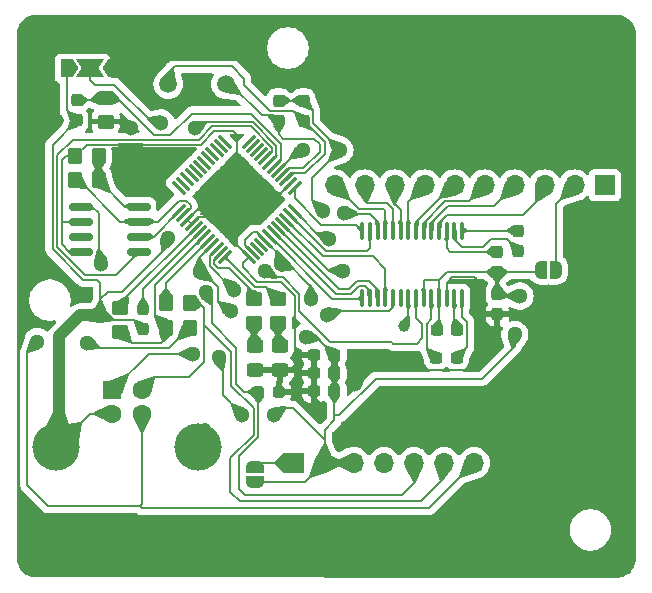
<source format=gbr>
%TF.GenerationSoftware,KiCad,Pcbnew,8.0.2*%
%TF.CreationDate,2025-05-18T09:32:28+07:00*%
%TF.ProjectId,hokushime-db9-to-rs232,686f6b75-7368-4696-9d65-2d6462392d74,rev?*%
%TF.SameCoordinates,Original*%
%TF.FileFunction,Copper,L1,Top*%
%TF.FilePolarity,Positive*%
%FSLAX46Y46*%
G04 Gerber Fmt 4.6, Leading zero omitted, Abs format (unit mm)*
G04 Created by KiCad (PCBNEW 8.0.2) date 2025-05-18 09:32:28*
%MOMM*%
%LPD*%
G01*
G04 APERTURE LIST*
G04 Aperture macros list*
%AMRoundRect*
0 Rectangle with rounded corners*
0 $1 Rounding radius*
0 $2 $3 $4 $5 $6 $7 $8 $9 X,Y pos of 4 corners*
0 Add a 4 corners polygon primitive as box body*
4,1,4,$2,$3,$4,$5,$6,$7,$8,$9,$2,$3,0*
0 Add four circle primitives for the rounded corners*
1,1,$1+$1,$2,$3*
1,1,$1+$1,$4,$5*
1,1,$1+$1,$6,$7*
1,1,$1+$1,$8,$9*
0 Add four rect primitives between the rounded corners*
20,1,$1+$1,$2,$3,$4,$5,0*
20,1,$1+$1,$4,$5,$6,$7,0*
20,1,$1+$1,$6,$7,$8,$9,0*
20,1,$1+$1,$8,$9,$2,$3,0*%
%AMFreePoly0*
4,1,19,0.500000,-0.750000,0.000000,-0.750000,0.000000,-0.744911,-0.071157,-0.744911,-0.207708,-0.704816,-0.327430,-0.627875,-0.420627,-0.520320,-0.479746,-0.390866,-0.500000,-0.250000,-0.500000,0.250000,-0.479746,0.390866,-0.420627,0.520320,-0.327430,0.627875,-0.207708,0.704816,-0.071157,0.744911,0.000000,0.744911,0.000000,0.750000,0.500000,0.750000,0.500000,-0.750000,0.500000,-0.750000,
$1*%
%AMFreePoly1*
4,1,19,0.000000,0.744911,0.071157,0.744911,0.207708,0.704816,0.327430,0.627875,0.420627,0.520320,0.479746,0.390866,0.500000,0.250000,0.500000,-0.250000,0.479746,-0.390866,0.420627,-0.520320,0.327430,-0.627875,0.207708,-0.704816,0.071157,-0.744911,0.000000,-0.744911,0.000000,-0.750000,-0.500000,-0.750000,-0.500000,0.750000,0.000000,0.750000,0.000000,0.744911,0.000000,0.744911,
$1*%
%AMFreePoly2*
4,1,6,1.000000,0.000000,0.500000,-0.750000,-0.500000,-0.750000,-0.500000,0.750000,0.500000,0.750000,1.000000,0.000000,1.000000,0.000000,$1*%
%AMFreePoly3*
4,1,7,0.700000,0.000000,1.200000,-0.750000,-1.200000,-0.750000,-0.700000,0.000000,-1.200000,0.750000,1.200000,0.750000,0.700000,0.000000,0.700000,0.000000,$1*%
G04 Aperture macros list end*
%TA.AperFunction,SMDPad,CuDef*%
%ADD10RoundRect,0.250000X-0.450000X0.325000X-0.450000X-0.325000X0.450000X-0.325000X0.450000X0.325000X0*%
%TD*%
%TA.AperFunction,SMDPad,CuDef*%
%ADD11RoundRect,0.237500X0.237500X-0.300000X0.237500X0.300000X-0.237500X0.300000X-0.237500X-0.300000X0*%
%TD*%
%TA.AperFunction,SMDPad,CuDef*%
%ADD12RoundRect,0.250000X-0.350000X-0.450000X0.350000X-0.450000X0.350000X0.450000X-0.350000X0.450000X0*%
%TD*%
%TA.AperFunction,SMDPad,CuDef*%
%ADD13RoundRect,0.250000X-0.450000X0.350000X-0.450000X-0.350000X0.450000X-0.350000X0.450000X0.350000X0*%
%TD*%
%TA.AperFunction,ComponentPad*%
%ADD14C,1.500000*%
%TD*%
%TA.AperFunction,ComponentPad*%
%ADD15R,1.700000X1.700000*%
%TD*%
%TA.AperFunction,ComponentPad*%
%ADD16O,1.700000X1.700000*%
%TD*%
%TA.AperFunction,SMDPad,CuDef*%
%ADD17RoundRect,0.237500X0.300000X0.237500X-0.300000X0.237500X-0.300000X-0.237500X0.300000X-0.237500X0*%
%TD*%
%TA.AperFunction,SMDPad,CuDef*%
%ADD18RoundRect,0.100000X-0.100000X0.637500X-0.100000X-0.637500X0.100000X-0.637500X0.100000X0.637500X0*%
%TD*%
%TA.AperFunction,SMDPad,CuDef*%
%ADD19RoundRect,0.250000X0.450000X-0.350000X0.450000X0.350000X-0.450000X0.350000X-0.450000X-0.350000X0*%
%TD*%
%TA.AperFunction,SMDPad,CuDef*%
%ADD20RoundRect,0.237500X-0.300000X-0.237500X0.300000X-0.237500X0.300000X0.237500X-0.300000X0.237500X0*%
%TD*%
%TA.AperFunction,SMDPad,CuDef*%
%ADD21RoundRect,0.150000X0.825000X0.150000X-0.825000X0.150000X-0.825000X-0.150000X0.825000X-0.150000X0*%
%TD*%
%TA.AperFunction,SMDPad,CuDef*%
%ADD22RoundRect,0.237500X-0.287500X-0.237500X0.287500X-0.237500X0.287500X0.237500X-0.287500X0.237500X0*%
%TD*%
%TA.AperFunction,SMDPad,CuDef*%
%ADD23RoundRect,0.237500X-0.237500X0.300000X-0.237500X-0.300000X0.237500X-0.300000X0.237500X0.300000X0*%
%TD*%
%TA.AperFunction,SMDPad,CuDef*%
%ADD24FreePoly0,180.000000*%
%TD*%
%TA.AperFunction,SMDPad,CuDef*%
%ADD25FreePoly1,180.000000*%
%TD*%
%TA.AperFunction,SMDPad,CuDef*%
%ADD26FreePoly2,180.000000*%
%TD*%
%TA.AperFunction,SMDPad,CuDef*%
%ADD27FreePoly3,180.000000*%
%TD*%
%TA.AperFunction,SMDPad,CuDef*%
%ADD28FreePoly2,0.000000*%
%TD*%
%TA.AperFunction,SMDPad,CuDef*%
%ADD29RoundRect,0.075000X-0.415425X-0.521491X0.521491X0.415425X0.415425X0.521491X-0.521491X-0.415425X0*%
%TD*%
%TA.AperFunction,SMDPad,CuDef*%
%ADD30RoundRect,0.075000X0.415425X-0.521491X0.521491X-0.415425X-0.415425X0.521491X-0.521491X0.415425X0*%
%TD*%
%TA.AperFunction,SMDPad,CuDef*%
%ADD31FreePoly0,90.000000*%
%TD*%
%TA.AperFunction,SMDPad,CuDef*%
%ADD32FreePoly1,90.000000*%
%TD*%
%TA.AperFunction,SMDPad,CuDef*%
%ADD33C,1.000000*%
%TD*%
%TA.AperFunction,ComponentPad*%
%ADD34R,1.600000X1.600000*%
%TD*%
%TA.AperFunction,ComponentPad*%
%ADD35C,1.600000*%
%TD*%
%TA.AperFunction,ComponentPad*%
%ADD36C,4.000000*%
%TD*%
%TA.AperFunction,ViaPad*%
%ADD37C,1.300000*%
%TD*%
%TA.AperFunction,Conductor*%
%ADD38C,0.200000*%
%TD*%
%TA.AperFunction,Conductor*%
%ADD39C,1.000000*%
%TD*%
G04 APERTURE END LIST*
D10*
%TO.P,D2,1,K*%
%TO.N,Net-(D2-K)*%
X147475001Y-101350002D03*
%TO.P,D2,2,A*%
%TO.N,+5V*%
X147474999Y-103399998D03*
%TD*%
D11*
%TO.P,C9,1*%
%TO.N,GND*%
X168025000Y-95137500D03*
%TO.P,C9,2*%
%TO.N,Net-(IC1-V-)*%
X168025000Y-93412500D03*
%TD*%
%TO.P,C6,1*%
%TO.N,+5V*%
X168025000Y-98687500D03*
%TO.P,C6,2*%
%TO.N,GND*%
X168025000Y-96962500D03*
%TD*%
D12*
%TO.P,R1,1*%
%TO.N,+5V*%
X132275000Y-85325000D03*
%TO.P,R1,2*%
%TO.N,/93C66_DO*%
X134275000Y-85325000D03*
%TD*%
D13*
%TO.P,R5,1*%
%TO.N,Net-(U1-AVCC)*%
X134875000Y-80375000D03*
%TO.P,R5,2*%
%TO.N,+5V*%
X134875000Y-82375000D03*
%TD*%
D14*
%TO.P,Y1,2,2*%
%TO.N,Net-(U1-XTIN)*%
X140170001Y-79200000D03*
%TO.P,Y1,1,1*%
%TO.N,Net-(U1-XTOUT)*%
X145050001Y-79200000D03*
%TD*%
D15*
%TO.P,J3,1,Pin_1*%
%TO.N,/CONN2_SHIELD*%
X177125000Y-87775000D03*
D16*
%TO.P,J3,2,Pin_2*%
%TO.N,/CONN2_GND*%
X174584999Y-87775001D03*
%TO.P,J3,3,Pin_3*%
%TO.N,/CONN2_RXD*%
X172045000Y-87775000D03*
%TO.P,J3,4,Pin_4*%
%TO.N,/CONN2_CTS*%
X169505000Y-87775000D03*
%TO.P,J3,5,Pin_5*%
%TO.N,/CONN2_DSR*%
X166965001Y-87775001D03*
%TO.P,J3,6,Pin_6*%
%TO.N,/CONN2_DCD*%
X164425001Y-87775000D03*
%TO.P,J3,7,Pin_7*%
%TO.N,/CONN2_RI*%
X161885000Y-87775000D03*
%TO.P,J3,8,Pin_8*%
%TO.N,/CONN2_TXD*%
X159345000Y-87775000D03*
%TO.P,J3,9,Pin_9*%
%TO.N,/CONN2_RTS*%
X156805000Y-87775000D03*
%TO.P,J3,10,Pin_10*%
%TO.N,/CONN2_DTR*%
X154265001Y-87775000D03*
%TD*%
D17*
%TO.P,C10,1*%
%TO.N,GND*%
X154237502Y-102124998D03*
%TO.P,C10,2*%
%TO.N,+5V*%
X152512502Y-102124998D03*
%TD*%
D18*
%TO.P,IC1,1,C2+*%
%TO.N,Net-(IC1-C2+)*%
X165049998Y-91612499D03*
%TO.P,IC1,2,C2-*%
%TO.N,Net-(IC1-C2-)*%
X164400000Y-91612500D03*
%TO.P,IC1,3,V-*%
%TO.N,Net-(IC1-V-)*%
X163750000Y-91612501D03*
%TO.P,IC1,4,R1IN*%
%TO.N,/CONN2_RXD*%
X163100000Y-91612500D03*
%TO.P,IC1,5,R2IN*%
%TO.N,/CONN2_CTS*%
X162450000Y-91612500D03*
%TO.P,IC1,6,R3IN*%
%TO.N,/CONN2_DSR*%
X161799998Y-91612504D03*
%TO.P,IC1,7,R4IN*%
%TO.N,/CONN2_DCD*%
X161149999Y-91612501D03*
%TO.P,IC1,8,R5IN*%
%TO.N,/CONN2_RI*%
X160500001Y-91612501D03*
%TO.P,IC1,9,T1OUT*%
%TO.N,/CONN2_TXD*%
X159850000Y-91612500D03*
%TO.P,IC1,10,T2OUT*%
%TO.N,/CONN2_RTS*%
X159200001Y-91612500D03*
%TO.P,IC1,11,T3OUT*%
%TO.N,/CONN2_DTR*%
X158549999Y-91612501D03*
%TO.P,IC1,12,T3IN*%
%TO.N,/~{DTR}*%
X157900001Y-91612496D03*
%TO.P,IC1,13,T2IN*%
%TO.N,/~{RTS}*%
X157250000Y-91612500D03*
%TO.P,IC1,14,T1IN*%
%TO.N,/TXD*%
X156600000Y-91612500D03*
%TO.P,IC1,15,R5OUT*%
%TO.N,/~{RI}*%
X156600002Y-97337501D03*
%TO.P,IC1,16,R4OUT*%
%TO.N,/~{DCD}*%
X157250000Y-97337500D03*
%TO.P,IC1,17,R3OUT*%
%TO.N,/~{DSR}*%
X157900000Y-97337499D03*
%TO.P,IC1,18,R2OUT*%
%TO.N,/~{CTS}*%
X158550000Y-97337500D03*
%TO.P,IC1,19,R1OUT*%
%TO.N,/RXD*%
X159200000Y-97337500D03*
%TO.P,IC1,20,~{R2OUT}*%
%TO.N,unconnected-(IC1-~{R2OUT}-Pad20)*%
X159850002Y-97337496D03*
%TO.P,IC1,21,~{STATUS}*%
%TO.N,Net-(IC1-~{STATUS})*%
X160500001Y-97337499D03*
%TO.P,IC1,22,~{SHUTDOWN}*%
%TO.N,/~{SLEEP}*%
X161149999Y-97337499D03*
%TO.P,IC1,23,~{ONLINE}*%
%TO.N,GND*%
X161800000Y-97337500D03*
%TO.P,IC1,24,C1-*%
%TO.N,Net-(IC1-C1-)*%
X162449999Y-97337500D03*
%TO.P,IC1,25,GND*%
%TO.N,GND*%
X163100001Y-97337499D03*
%TO.P,IC1,26,VCC*%
%TO.N,+5V*%
X163749999Y-97337504D03*
%TO.P,IC1,27,V+*%
%TO.N,Net-(IC1-V+)*%
X164400000Y-97337500D03*
%TO.P,IC1,28,C1+*%
%TO.N,Net-(IC1-C1+)*%
X165050000Y-97337500D03*
%TD*%
D19*
%TO.P,R8,1*%
%TO.N,Net-(D2-K)*%
X147425000Y-99425000D03*
%TO.P,R8,2*%
%TO.N,Net-(U1-~{RXLED})*%
X147425000Y-97425000D03*
%TD*%
D20*
%TO.P,C11,1*%
%TO.N,+5V*%
X152512498Y-103675001D03*
%TO.P,C11,2*%
%TO.N,GND*%
X154237498Y-103675001D03*
%TD*%
D12*
%TO.P,R3,1*%
%TO.N,Net-(U1-USBDM)*%
X139975000Y-97725000D03*
%TO.P,R3,2*%
%TO.N,/USBD-*%
X141975000Y-97725000D03*
%TD*%
%TO.P,R2,1*%
%TO.N,/93C66_DI*%
X132275000Y-87325000D03*
%TO.P,R2,2*%
%TO.N,/93C66_DO*%
X134275000Y-87325000D03*
%TD*%
D11*
%TO.P,C4,1*%
%TO.N,GND*%
X132425000Y-82287500D03*
%TO.P,C4,2*%
%TO.N,Net-(U1-AVCC)*%
X132425000Y-80562500D03*
%TD*%
D21*
%TO.P,U3,1,CS*%
%TO.N,/93C66_CS*%
X137699998Y-93380002D03*
%TO.P,U3,2,SCLK*%
%TO.N,/93C66_SCLK*%
X137700000Y-92110000D03*
%TO.P,U3,3,DI*%
%TO.N,/93C66_DI*%
X137700000Y-90840000D03*
%TO.P,U3,4,DO*%
%TO.N,/93C66_DO*%
X137700000Y-89569999D03*
%TO.P,U3,5,GND*%
%TO.N,GND*%
X132750002Y-89569998D03*
%TO.P,U3,6,ORG*%
%TO.N,+5V*%
X132750000Y-90840000D03*
%TO.P,U3,7,NC*%
%TO.N,unconnected-(U3-NC-Pad7)*%
X132750000Y-92110000D03*
%TO.P,U3,8,VCC*%
%TO.N,+5V*%
X132750000Y-93380001D03*
%TD*%
D11*
%TO.P,C5,1*%
%TO.N,GND*%
X138025000Y-99937500D03*
%TO.P,C5,2*%
%TO.N,Net-(U1-3V3OUT)*%
X138025000Y-98212500D03*
%TD*%
D22*
%TO.P,FB1,1*%
%TO.N,VBUS*%
X147800000Y-105275000D03*
%TO.P,FB1,2*%
%TO.N,+5V*%
X149550000Y-105275000D03*
%TD*%
D13*
%TO.P,R6,1*%
%TO.N,Net-(U1-~{RSTOUT})*%
X136125000Y-98175000D03*
%TO.P,R6,2*%
%TO.N,Net-(U1-USBDP)*%
X136125000Y-100175000D03*
%TD*%
D12*
%TO.P,R4,1*%
%TO.N,Net-(U1-USBDP)*%
X139975000Y-99825000D03*
%TO.P,R4,2*%
%TO.N,/USBD+*%
X141975000Y-99825000D03*
%TD*%
D17*
%TO.P,C12,1*%
%TO.N,GND*%
X154237500Y-105225003D03*
%TO.P,C12,2*%
%TO.N,+5V*%
X152512500Y-105225003D03*
%TD*%
D23*
%TO.P,C8,1*%
%TO.N,Net-(IC1-C2+)*%
X169825000Y-91612500D03*
%TO.P,C8,2*%
%TO.N,Net-(IC1-C2-)*%
X169825000Y-93337500D03*
%TD*%
D11*
%TO.P,C1,1*%
%TO.N,Net-(U1-XTIN)*%
X151625000Y-82337500D03*
%TO.P,C1,2*%
%TO.N,GND*%
X151625000Y-80612500D03*
%TD*%
D17*
%TO.P,C7,1*%
%TO.N,Net-(IC1-V+)*%
X164637500Y-100025000D03*
%TO.P,C7,2*%
%TO.N,GND*%
X162912500Y-100025000D03*
%TD*%
D24*
%TO.P,JP2,1,A*%
%TO.N,/CONN2_GND*%
X173025000Y-94925000D03*
D25*
%TO.P,JP2,2,B*%
%TO.N,GND*%
X171725000Y-94925000D03*
%TD*%
D26*
%TO.P,JP1,1,A*%
%TO.N,+5V*%
X135575000Y-77875000D03*
D27*
%TO.P,JP1,2,C*%
%TO.N,Net-(JP1-C)*%
X133575000Y-77875000D03*
D28*
%TO.P,JP1,3,B*%
%TO.N,GND*%
X131575000Y-77875000D03*
%TD*%
D10*
%TO.P,D1,1,K*%
%TO.N,Net-(D1-K)*%
X149625001Y-101350002D03*
%TO.P,D1,2,A*%
%TO.N,+5V*%
X149624999Y-103399998D03*
%TD*%
D29*
%TO.P,U1,1,EESK*%
%TO.N,/93C66_SCLK*%
X141087124Y-89973789D03*
%TO.P,U1,2,EEDATA*%
%TO.N,/93C66_DI*%
X141440679Y-90327343D03*
%TO.P,U1,3,VCC*%
%TO.N,+5V*%
X141794232Y-90680899D03*
%TO.P,U1,4,~{RESET}*%
X142147785Y-91034446D03*
%TO.P,U1,5,~{RSTOUT}*%
%TO.N,Net-(U1-~{RSTOUT})*%
X142501338Y-91388002D03*
%TO.P,U1,6,3V3OUT*%
%TO.N,Net-(U1-3V3OUT)*%
X142854894Y-91741558D03*
%TO.P,U1,7,USBDP*%
%TO.N,Net-(U1-USBDP)*%
X143208443Y-92095108D03*
%TO.P,U1,8,USBDM*%
%TO.N,Net-(U1-USBDM)*%
X143561998Y-92448662D03*
%TO.P,U1,9,GND*%
%TO.N,GND*%
X143915553Y-92802214D03*
%TO.P,U1,10,~{SLEEP}*%
%TO.N,/~{SLEEP}*%
X144269106Y-93155768D03*
%TO.P,U1,11,~{RXLED}*%
%TO.N,Net-(U1-~{RXLED})*%
X144622660Y-93509321D03*
%TO.P,U1,12,~{TXLED}*%
%TO.N,Net-(U1-~{TXLED})*%
X144976211Y-93862876D03*
D30*
%TO.P,U1,13,VCCIO*%
%TO.N,+5V*%
X146973789Y-93862876D03*
%TO.P,U1,14,PWRCTL*%
%TO.N,GND*%
X147327343Y-93509321D03*
%TO.P,U1,15,~{PWREN}*%
%TO.N,unconnected-(U1-~{PWREN}-Pad15)*%
X147680899Y-93155768D03*
%TO.P,U1,16,TXDEN*%
%TO.N,unconnected-(U1-TXDEN-Pad16)*%
X148034446Y-92802215D03*
%TO.P,U1,17,GND*%
%TO.N,GND*%
X148388002Y-92448662D03*
%TO.P,U1,18,D7/~{RI}*%
%TO.N,/~{RI}*%
X148741558Y-92095106D03*
%TO.P,U1,19,D6/~{DCD}*%
%TO.N,/~{DCD}*%
X149095108Y-91741557D03*
%TO.P,U1,20,D5/~{DSR}*%
%TO.N,/~{DSR}*%
X149448662Y-91388002D03*
%TO.P,U1,21,D4/~{DTR}*%
%TO.N,/~{DTR}*%
X149802214Y-91034447D03*
%TO.P,U1,22,D3/~{CTS}*%
%TO.N,/~{CTS}*%
X150155768Y-90680894D03*
%TO.P,U1,23,D2/~{RST}*%
%TO.N,/~{RTS}*%
X150509321Y-90327340D03*
%TO.P,U1,24,D1/RXD*%
%TO.N,/RXD*%
X150862876Y-89973789D03*
D29*
%TO.P,U1,25,D0/TXD*%
%TO.N,/TXD*%
X150862876Y-87976211D03*
%TO.P,U1,26,VCC*%
%TO.N,+5V*%
X150509321Y-87622657D03*
%TO.P,U1,27,XTIN*%
%TO.N,Net-(U1-XTIN)*%
X150155768Y-87269101D03*
%TO.P,U1,28,XTOUT*%
%TO.N,Net-(U1-XTOUT)*%
X149802215Y-86915554D03*
%TO.P,U1,29,AGND*%
%TO.N,GND*%
X149448662Y-86561998D03*
%TO.P,U1,30,AVCC*%
%TO.N,Net-(U1-AVCC)*%
X149095106Y-86208442D03*
%TO.P,U1,31,TEST*%
%TO.N,Net-(JP1-C)*%
X148741557Y-85854892D03*
%TO.P,U1,32,EECS*%
%TO.N,/93C66_CS*%
X148388002Y-85501338D03*
%TO.P,U1,33*%
%TO.N,N/C*%
X148034447Y-85147786D03*
%TO.P,U1,34*%
X147680894Y-84794232D03*
%TO.P,U1,35*%
X147327340Y-84440679D03*
%TO.P,U1,36*%
X146973789Y-84087124D03*
D30*
%TO.P,U1,37*%
X144976211Y-84087124D03*
%TO.P,U1,38*%
X144622657Y-84440679D03*
%TO.P,U1,39*%
X144269101Y-84794232D03*
%TO.P,U1,40*%
X143915554Y-85147785D03*
%TO.P,U1,41*%
X143561998Y-85501338D03*
%TO.P,U1,42*%
X143208442Y-85854894D03*
%TO.P,U1,43*%
X142854892Y-86208443D03*
%TO.P,U1,44*%
X142501338Y-86561998D03*
%TO.P,U1,45*%
X142147786Y-86915553D03*
%TO.P,U1,46*%
X141794232Y-87269106D03*
%TO.P,U1,47*%
X141440679Y-87622660D03*
%TO.P,U1,48*%
X141087124Y-87976211D03*
%TD*%
D31*
%TO.P,JP3,1,A*%
%TO.N,GND*%
X147475000Y-112925000D03*
D32*
%TO.P,JP3,2,B*%
%TO.N,Net-(J1-Pin_1)*%
X147475000Y-111625000D03*
%TD*%
D33*
%TO.P,TP1,1,1*%
%TO.N,Net-(IC1-~{STATUS})*%
X160125000Y-99675000D03*
%TD*%
D19*
%TO.P,R7,1*%
%TO.N,Net-(D1-K)*%
X149475000Y-99425000D03*
%TO.P,R7,2*%
%TO.N,Net-(U1-~{TXLED})*%
X149475000Y-97425000D03*
%TD*%
D17*
%TO.P,C2,1*%
%TO.N,Net-(IC1-C1+)*%
X164587500Y-102375000D03*
%TO.P,C2,2*%
%TO.N,Net-(IC1-C1-)*%
X162862500Y-102375000D03*
%TD*%
D11*
%TO.P,C3,1*%
%TO.N,Net-(U1-XTOUT)*%
X149525000Y-82337500D03*
%TO.P,C3,2*%
%TO.N,GND*%
X149525000Y-80612500D03*
%TD*%
D15*
%TO.P,J1,1,Pin_1*%
%TO.N,Net-(J1-Pin_1)*%
X150825000Y-111275001D03*
D16*
%TO.P,J1,2,Pin_2*%
%TO.N,GND*%
X153365004Y-111275000D03*
%TO.P,J1,3,Pin_3*%
X155905000Y-111275001D03*
%TO.P,J1,4,Pin_4*%
%TO.N,unconnected-(J1-Pin_4-Pad4)*%
X158445000Y-111275001D03*
%TO.P,J1,5,Pin_5*%
%TO.N,VBUS*%
X160984999Y-111274998D03*
%TO.P,J1,6,Pin_6*%
%TO.N,/USBD-*%
X163524999Y-111275001D03*
%TO.P,J1,7,Pin_7*%
%TO.N,/USBD+*%
X166065000Y-111275001D03*
%TD*%
D34*
%TO.P,J2,1,VBUS*%
%TO.N,VBUS*%
X135450000Y-105112500D03*
D35*
%TO.P,J2,2,D-*%
%TO.N,/USBD-*%
X137950000Y-105112501D03*
%TO.P,J2,3,D+*%
%TO.N,/USBD+*%
X137949999Y-107112500D03*
%TO.P,J2,4,GND*%
%TO.N,GND*%
X135450000Y-107112500D03*
D36*
%TO.P,J2,5,Shield*%
X130700001Y-109972498D03*
X142700000Y-109972501D03*
%TD*%
D37*
%TO.N,/~{DTR}*%
X155071755Y-90150000D03*
X154950000Y-95000000D03*
%TO.N,GND*%
X149742717Y-94442913D03*
X140127208Y-92277208D03*
X169950000Y-97150000D03*
X134425000Y-98775000D03*
X153268047Y-89924543D03*
X154700000Y-84800000D03*
X144495772Y-102319219D03*
X146450000Y-107200000D03*
X151550000Y-84800000D03*
X151825000Y-100600000D03*
X152282539Y-97435969D03*
X145450000Y-98450000D03*
X149100000Y-107200000D03*
X169513868Y-100400972D03*
X134500000Y-94425000D03*
X142887787Y-95124792D03*
%TO.N,+5V*%
X152800000Y-106850000D03*
X155950000Y-104600000D03*
X137000000Y-82900000D03*
X137000000Y-84875000D03*
%TO.N,VBUS*%
X142275000Y-102050000D03*
X143334073Y-96825208D03*
%TO.N,/RXD*%
X153650000Y-98750000D03*
X153812742Y-92287257D03*
%TO.N,/~{SLEEP}*%
X145750000Y-96600000D03*
X148350000Y-95000000D03*
%TO.N,/USBD+*%
X133250000Y-101100000D03*
X129100000Y-101000000D03*
%TO.N,Net-(JP1-C)*%
X142400000Y-82950000D03*
X139577737Y-82505088D03*
%TD*%
D38*
%TO.N,+5V*%
X131185000Y-90840000D02*
X132750000Y-90840000D01*
X131175000Y-90850000D02*
X131185000Y-90840000D01*
X131175000Y-91225000D02*
X131175000Y-90850000D01*
%TO.N,VBUS*%
X160984999Y-112965001D02*
X160984999Y-111274998D01*
X159950000Y-114000000D02*
X160984999Y-112965001D01*
X146650000Y-114000000D02*
X159950000Y-114000000D01*
X146125000Y-110725000D02*
X146125000Y-113475000D01*
X146125000Y-113475000D02*
X146650000Y-114000000D01*
X147800000Y-105275000D02*
X147800000Y-109050000D01*
X147800000Y-109050000D02*
X146125000Y-110725000D01*
%TO.N,/USBD+*%
X137925000Y-115100000D02*
X162240001Y-115100000D01*
X137750000Y-114925000D02*
X137925000Y-115100000D01*
X162240001Y-115100000D02*
X166065000Y-111275001D01*
%TO.N,/USBD-*%
X163524999Y-112575001D02*
X163524999Y-111275001D01*
X161575000Y-114525000D02*
X163524999Y-112575001D01*
X146217157Y-114525000D02*
X161575000Y-114525000D01*
X145400000Y-113707843D02*
X146217157Y-114525000D01*
X147400000Y-108884314D02*
X145400000Y-110884314D01*
X147400000Y-106650000D02*
X147400000Y-108884314D01*
X145475000Y-101875000D02*
X145475000Y-104725000D01*
X143225000Y-99625000D02*
X145475000Y-101875000D01*
X145475000Y-104725000D02*
X147400000Y-106650000D01*
X145400000Y-110884314D02*
X145400000Y-113707843D01*
X143225000Y-98175000D02*
X143225000Y-99625000D01*
%TO.N,+5V*%
X168025000Y-101075000D02*
X168025000Y-98687500D01*
X155950000Y-104600000D02*
X157100000Y-103450000D01*
X157100000Y-103450000D02*
X165650000Y-103450000D01*
X165650000Y-103450000D02*
X168025000Y-101075000D01*
%TO.N,GND*%
X149894670Y-94290960D02*
X149894670Y-93955330D01*
X149742717Y-94442913D02*
X149894670Y-94290960D01*
X152375000Y-89031496D02*
X152375000Y-87125000D01*
X152375000Y-87125000D02*
X154700000Y-84800000D01*
X153268047Y-89924543D02*
X152375000Y-89031496D01*
%TO.N,/~{DTR}*%
X155121755Y-90200000D02*
X157250000Y-90200000D01*
X157900001Y-90850001D02*
X157900001Y-91612496D01*
X157250000Y-90200000D02*
X157900001Y-90850001D01*
X155071755Y-90150000D02*
X155121755Y-90200000D01*
X154950000Y-95000000D02*
X153767767Y-95000000D01*
X153767767Y-95000000D02*
X149802214Y-91034447D01*
%TO.N,/TXD*%
X150862876Y-88862876D02*
X150862876Y-87976211D01*
X153100000Y-91100000D02*
X150862876Y-88862876D01*
X156087500Y-91100000D02*
X153100000Y-91100000D01*
X156600000Y-91612500D02*
X156087500Y-91100000D01*
%TO.N,/RXD*%
X153176344Y-92287257D02*
X150862876Y-89973789D01*
X153812742Y-92287257D02*
X153176344Y-92287257D01*
%TO.N,/~{RTS}*%
X156989861Y-93360139D02*
X157250000Y-93100000D01*
X157250000Y-93100000D02*
X157250000Y-91612500D01*
X153542120Y-93360139D02*
X156989861Y-93360139D01*
X150509321Y-90327340D02*
X153542120Y-93360139D01*
%TO.N,/~{CTS}*%
X158550000Y-94850000D02*
X158550000Y-97337500D01*
X157500000Y-93800000D02*
X158550000Y-94850000D01*
X153274874Y-93800000D02*
X157500000Y-93800000D01*
X150155768Y-90680894D02*
X153274874Y-93800000D01*
%TO.N,/RXD*%
X159200000Y-98074999D02*
X159200000Y-97337500D01*
X158899999Y-98375000D02*
X159200000Y-98074999D01*
X153650000Y-98750000D02*
X154025000Y-98375000D01*
X154025000Y-98375000D02*
X158899999Y-98375000D01*
%TO.N,/~{SLEEP}*%
X161149999Y-98999999D02*
X161149999Y-97337499D01*
X161675000Y-99525000D02*
X161149999Y-98999999D01*
X161675000Y-100725000D02*
X161675000Y-99525000D01*
X159100000Y-101050000D02*
X159225000Y-101175000D01*
X159225000Y-101175000D02*
X161225000Y-101175000D01*
X153890147Y-101050000D02*
X159100000Y-101050000D01*
X149881806Y-95575000D02*
X151275000Y-96968194D01*
X148925000Y-95575000D02*
X149881806Y-95575000D01*
X151275000Y-96968194D02*
X151275000Y-98434853D01*
X148350000Y-95000000D02*
X148925000Y-95575000D01*
X161225000Y-101175000D02*
X161675000Y-100725000D01*
X151275000Y-98434853D02*
X153890147Y-101050000D01*
%TO.N,/CONN2_DTR*%
X154325000Y-87775000D02*
X154265001Y-87775000D01*
X158400000Y-89800000D02*
X156350000Y-89800000D01*
X156350000Y-89800000D02*
X154325000Y-87775000D01*
X158549999Y-91612501D02*
X158549999Y-89949999D01*
X158549999Y-89949999D02*
X158400000Y-89800000D01*
%TO.N,/CONN2_RTS*%
X156805000Y-89105000D02*
X156805000Y-87775000D01*
X157000000Y-89300000D02*
X156805000Y-89105000D01*
X158684314Y-89300000D02*
X157000000Y-89300000D01*
X159200001Y-89815687D02*
X158684314Y-89300000D01*
X159200001Y-91612500D02*
X159200001Y-89815687D01*
%TO.N,/~{CTS}*%
X158550000Y-96681543D02*
X158550000Y-97337500D01*
%TO.N,VBUS*%
X146590686Y-105275000D02*
X146675000Y-105275000D01*
X145925000Y-104609314D02*
X146590686Y-105275000D01*
X145925000Y-101525000D02*
X145925000Y-104609314D01*
X143850000Y-97341135D02*
X143850000Y-99450000D01*
X143850000Y-99450000D02*
X145925000Y-101525000D01*
X143334073Y-96825208D02*
X143850000Y-97341135D01*
%TO.N,Net-(U1-USBDP)*%
X139550000Y-101150000D02*
X139975000Y-100725000D01*
X139975000Y-100725000D02*
X139975000Y-99825000D01*
X137100000Y-101150000D02*
X139550000Y-101150000D01*
X136125000Y-100175000D02*
X137100000Y-101150000D01*
%TO.N,/USBD+*%
X140250000Y-101550000D02*
X141975000Y-99825000D01*
X134350000Y-101550000D02*
X140250000Y-101550000D01*
X133900000Y-101100000D02*
X134350000Y-101550000D01*
X133250000Y-101100000D02*
X133900000Y-101100000D01*
%TO.N,VBUS*%
X138512500Y-102050000D02*
X142275000Y-102050000D01*
X135450000Y-105112500D02*
X138512500Y-102050000D01*
%TO.N,GND*%
X133559999Y-107112500D02*
X130700001Y-109972498D01*
X135450000Y-107112500D02*
X133559999Y-107112500D01*
%TO.N,/USBD+*%
X137949999Y-114725001D02*
X137750000Y-114925000D01*
X137949999Y-107112500D02*
X137949999Y-114725001D01*
X129975000Y-114925000D02*
X137750000Y-114925000D01*
D39*
%TO.N,GND*%
X132725000Y-98775000D02*
X134425000Y-98775000D01*
X130950000Y-100550000D02*
X132725000Y-98775000D01*
X130950000Y-109722499D02*
X130950000Y-100550000D01*
X130700001Y-109972498D02*
X130950000Y-109722499D01*
D38*
%TO.N,/USBD-*%
X141950000Y-104000000D02*
X139062501Y-104000000D01*
X139062501Y-104000000D02*
X137950000Y-105112501D01*
X143225000Y-98175000D02*
X143225000Y-102725000D01*
X143225000Y-102725000D02*
X141950000Y-104000000D01*
%TO.N,GND*%
X146450000Y-107200000D02*
X144800000Y-105550000D01*
X144800000Y-105550000D02*
X144800000Y-102623447D01*
X144800000Y-102623447D02*
X144495772Y-102319219D01*
%TO.N,/USBD+*%
X128225000Y-113175000D02*
X129975000Y-114925000D01*
X129100000Y-101000000D02*
X128225000Y-101875000D01*
X128225000Y-101875000D02*
X128225000Y-113175000D01*
%TO.N,+5V*%
X175962500Y-98687500D02*
X167525000Y-98687500D01*
X176875000Y-97775000D02*
X175962500Y-98687500D01*
X176875000Y-92468877D02*
X176875000Y-97775000D01*
X179275000Y-90068877D02*
X176875000Y-92468877D01*
X178325000Y-85625000D02*
X179275000Y-86575000D01*
X159708875Y-85625000D02*
X178325000Y-85625000D01*
X179275000Y-86575000D02*
X179275000Y-90068877D01*
X149000000Y-79200000D02*
X153283875Y-79200000D01*
X146950000Y-77150000D02*
X149000000Y-79200000D01*
X136300000Y-77150000D02*
X146950000Y-77150000D01*
X135575000Y-77875000D02*
X136300000Y-77150000D01*
X153283875Y-79200000D02*
X159708875Y-85625000D01*
%TO.N,Net-(U1-XTIN)*%
X140700000Y-77700000D02*
X140170001Y-78229999D01*
X140170001Y-78229999D02*
X140170001Y-79200000D01*
X146600000Y-78750000D02*
X145550000Y-77700000D01*
X148750000Y-81450000D02*
X146600000Y-79300000D01*
X150737500Y-81450000D02*
X148750000Y-81450000D01*
X146600000Y-79300000D02*
X146600000Y-78750000D01*
X151625000Y-82337500D02*
X150737500Y-81450000D01*
X145550000Y-77700000D02*
X140700000Y-77700000D01*
%TO.N,Net-(U1-XTOUT)*%
X148084314Y-81850000D02*
X145434314Y-79200000D01*
X149037500Y-81850000D02*
X148084314Y-81850000D01*
X149525000Y-82337500D02*
X149037500Y-81850000D01*
X145434314Y-79200000D02*
X145050001Y-79200000D01*
%TO.N,Net-(IC1-C2-)*%
X165062501Y-93012500D02*
X164400000Y-92349999D01*
X166825000Y-93012500D02*
X165062501Y-93012500D01*
X167487500Y-92350000D02*
X166825000Y-93012500D01*
X164400000Y-92349999D02*
X164400000Y-91612500D01*
X168837500Y-92350000D02*
X167487500Y-92350000D01*
X169825000Y-93337500D02*
X168837500Y-92350000D01*
%TO.N,GND*%
X157765686Y-104150000D02*
X154665686Y-107250000D01*
X166765686Y-104150000D02*
X157765686Y-104150000D01*
X154665686Y-107250000D02*
X154237500Y-107250000D01*
X169513868Y-101401818D02*
X166765686Y-104150000D01*
X169513868Y-100400972D02*
X169513868Y-101401818D01*
%TO.N,/CONN2_GND*%
X173025000Y-89335000D02*
X173025000Y-95175000D01*
X174584999Y-87775001D02*
X173025000Y-89335000D01*
%TO.N,/CONN2_RXD*%
X170175000Y-90275000D02*
X172045000Y-88405000D01*
X163100000Y-90956545D02*
X163781545Y-90275000D01*
X163100000Y-91612500D02*
X163100000Y-90956545D01*
X163781545Y-90275000D02*
X170175000Y-90275000D01*
X172045000Y-88405000D02*
X172045000Y-87775000D01*
%TO.N,/CONN2_CTS*%
X167755000Y-89525000D02*
X163881544Y-89525000D01*
X169505000Y-87775000D02*
X167755000Y-89525000D01*
%TO.N,/CONN2_DSR*%
X165615002Y-89125000D02*
X163631544Y-89125000D01*
X166965001Y-87775001D02*
X165615002Y-89125000D01*
%TO.N,/CONN2_DCD*%
X164250001Y-87775000D02*
X164425001Y-87775000D01*
X161149999Y-90875002D02*
X164250001Y-87775000D01*
X161149999Y-91612501D02*
X161149999Y-90875002D01*
%TO.N,/CONN2_RI*%
X160500001Y-89159999D02*
X161885000Y-87775000D01*
X160500001Y-91612501D02*
X160500001Y-89159999D01*
%TO.N,/CONN2_TXD*%
X159850000Y-89900000D02*
X159345000Y-89395000D01*
X159345000Y-89395000D02*
X159345000Y-88075000D01*
X159850000Y-91612500D02*
X159850000Y-89900000D01*
%TO.N,+5V*%
X146000000Y-86475131D02*
X145874172Y-86600959D01*
X145639163Y-83189163D02*
X146000000Y-83550000D01*
X144076523Y-83189163D02*
X145639163Y-83189163D01*
X146000000Y-83550000D02*
X146000000Y-86475131D01*
X142940686Y-84325000D02*
X144076523Y-83189163D01*
X137000000Y-84875000D02*
X137550000Y-84325000D01*
X137550000Y-84325000D02*
X142940686Y-84325000D01*
%TO.N,/93C66_CS*%
X137699998Y-93400002D02*
X137699998Y-93380002D01*
X133129447Y-95375000D02*
X135725000Y-95375000D01*
X130775000Y-85240256D02*
X130775000Y-93020553D01*
X135725000Y-95375000D02*
X137699998Y-93400002D01*
X132090256Y-83925000D02*
X130775000Y-85240256D01*
X130775000Y-93020553D02*
X133129447Y-95375000D01*
X143910837Y-82789163D02*
X142775000Y-83925000D01*
X147143076Y-82789163D02*
X143910837Y-82789163D01*
X148932408Y-84578495D02*
X147143076Y-82789163D01*
X148932408Y-84956932D02*
X148932408Y-84578495D01*
X148388002Y-85501338D02*
X148932408Y-84956932D01*
X142775000Y-83925000D02*
X132090256Y-83925000D01*
%TO.N,Net-(JP1-C)*%
X149332408Y-84412809D02*
X149332408Y-85264042D01*
X147308762Y-82389163D02*
X149332408Y-84412809D01*
X144406923Y-82389162D02*
X147308762Y-82389163D01*
X149332408Y-85264042D02*
X148741558Y-85854892D01*
X142960838Y-82389162D02*
X144406923Y-82389162D01*
X142400000Y-82950000D02*
X142960838Y-82389162D01*
X133575000Y-78875000D02*
X133575000Y-77875000D01*
X133950000Y-79250000D02*
X133575000Y-78875000D01*
X135600000Y-79250000D02*
X133950000Y-79250000D01*
X138855088Y-82505088D02*
X135600000Y-79250000D01*
X139577737Y-82505088D02*
X138855088Y-82505088D01*
%TO.N,+5V*%
X133275000Y-84325000D02*
X132275000Y-85325000D01*
X136450000Y-84325000D02*
X133275000Y-84325000D01*
X137000000Y-84875000D02*
X136450000Y-84325000D01*
%TO.N,GND*%
X134275000Y-94200000D02*
X134275000Y-90119997D01*
X134500000Y-94425000D02*
X134275000Y-94200000D01*
X134275000Y-90119997D02*
X133725001Y-89569998D01*
X133725001Y-89569998D02*
X132750002Y-89569998D01*
X134425000Y-97425000D02*
X134425000Y-98775000D01*
X135075000Y-96775000D02*
X134425000Y-97425000D01*
X140127208Y-92913602D02*
X136265810Y-96775000D01*
X140127208Y-92277208D02*
X140127208Y-92913602D01*
X136265810Y-96775000D02*
X135075000Y-96775000D01*
X142887787Y-93829980D02*
X143915553Y-92802214D01*
X142887787Y-95124792D02*
X142887787Y-93829980D01*
X145200000Y-98450000D02*
X145450000Y-98450000D01*
X144400000Y-96356497D02*
X144400000Y-97650000D01*
X143168295Y-95124792D02*
X144400000Y-96356497D01*
X142887787Y-95124792D02*
X143168295Y-95124792D01*
X144400000Y-97650000D02*
X145200000Y-98450000D01*
X155904999Y-111275000D02*
X155905000Y-111275001D01*
X153365004Y-111275000D02*
X155904999Y-111275000D01*
X151715004Y-112925000D02*
X153365004Y-111275000D01*
X147475000Y-112925000D02*
X151715004Y-112925000D01*
%TO.N,Net-(J1-Pin_1)*%
X147475000Y-111475000D02*
X147475000Y-111625000D01*
X147674999Y-111275001D02*
X147475000Y-111475000D01*
X150825000Y-111275001D02*
X147674999Y-111275001D01*
%TO.N,GND*%
X132963761Y-95775000D02*
X134175000Y-95775000D01*
X134175000Y-95775000D02*
X134425000Y-96025000D01*
X130375000Y-93186239D02*
X132963761Y-95775000D01*
X130375000Y-84337500D02*
X130375000Y-93186239D01*
X134425000Y-96025000D02*
X134425000Y-98775000D01*
X132425000Y-82287500D02*
X130375000Y-84337500D01*
X149525000Y-80612500D02*
X151625000Y-80612500D01*
X154237502Y-102124998D02*
X154237502Y-103674997D01*
X147375000Y-91725000D02*
X147664340Y-91725000D01*
X148388002Y-92448662D02*
X149894670Y-93955330D01*
X149100000Y-107200000D02*
X149700000Y-106600000D01*
X163100001Y-99837499D02*
X163100001Y-97337499D01*
X154237498Y-105225001D02*
X154237500Y-105225003D01*
X146675000Y-92856978D02*
X146675000Y-92425000D01*
X151825000Y-100600000D02*
X152712504Y-100600000D01*
X147664340Y-91725000D02*
X148388002Y-92448662D01*
X131575000Y-77875000D02*
X131575000Y-81437500D01*
X171512500Y-95137500D02*
X171725000Y-94925000D01*
X153450002Y-108449998D02*
X153450002Y-110850001D01*
X168212500Y-97150000D02*
X168025000Y-96962500D01*
X152282539Y-96343199D02*
X149894670Y-93955330D01*
X163100001Y-95825000D02*
X163787501Y-95137500D01*
X137262500Y-99175000D02*
X138025000Y-99937500D01*
X152400000Y-81387500D02*
X151625000Y-80612500D01*
X163787501Y-95137500D02*
X168025000Y-95137500D01*
X168025000Y-95137500D02*
X171512500Y-95137500D01*
X154237500Y-107250000D02*
X154237500Y-107662500D01*
X131575000Y-81437500D02*
X132425000Y-82287500D01*
X134825000Y-99175000D02*
X137262500Y-99175000D01*
X168025000Y-96962500D02*
X168025000Y-95137500D01*
X161800000Y-95825000D02*
X163100001Y-95825000D01*
X134425000Y-98775000D02*
X134825000Y-99175000D01*
X150700000Y-106600000D02*
X153450002Y-109350002D01*
X151550000Y-84800000D02*
X151210660Y-84800000D01*
X154237500Y-105225003D02*
X154237500Y-107250000D01*
X162912500Y-100025000D02*
X163100001Y-99837499D01*
X149700000Y-106600000D02*
X150700000Y-106600000D01*
X161800000Y-97337500D02*
X161800000Y-95825000D01*
X154237502Y-103674997D02*
X154237498Y-103675001D01*
X154700000Y-84800000D02*
X152400000Y-82500000D01*
X152712504Y-100600000D02*
X154237502Y-102124998D01*
X152282539Y-97435969D02*
X152282539Y-96343199D01*
X146675000Y-92425000D02*
X147375000Y-91725000D01*
X147327343Y-93509321D02*
X146675000Y-92856978D01*
X151210660Y-84800000D02*
X149448662Y-86561998D01*
X152400000Y-82500000D02*
X152400000Y-81387500D01*
X154237498Y-103675001D02*
X154237498Y-105225001D01*
X171725000Y-94925000D02*
X171725000Y-95175000D01*
X169950000Y-97150000D02*
X168212500Y-97150000D01*
D39*
X143274996Y-108385001D02*
X143274999Y-108384998D01*
D38*
X154237500Y-107662500D02*
X153450002Y-108449998D01*
X163100001Y-95825000D02*
X163100001Y-97337499D01*
%TO.N,Net-(U1-XTIN)*%
X150700173Y-86724696D02*
X150155768Y-87269101D01*
X151775304Y-86724696D02*
X150700173Y-86724696D01*
X153400000Y-85100000D02*
X151775304Y-86724696D01*
X151625000Y-82337500D02*
X153400000Y-84112500D01*
X153400000Y-84112500D02*
X153400000Y-85100000D01*
%TO.N,Net-(IC1-C1-)*%
X162075000Y-101587500D02*
X162075000Y-99475000D01*
X162075000Y-99475000D02*
X162449999Y-99100001D01*
X162862500Y-102375000D02*
X162075000Y-101587500D01*
X162449999Y-99100001D02*
X162449999Y-97337500D01*
%TO.N,Net-(IC1-C1+)*%
X165475000Y-99325000D02*
X165050000Y-98900000D01*
X165050000Y-98900000D02*
X165050000Y-97337500D01*
X165475000Y-101487500D02*
X165475000Y-99325000D01*
X164587500Y-102375000D02*
X165475000Y-101487500D01*
%TO.N,Net-(U1-XTOUT)*%
X153000000Y-84278186D02*
X152546814Y-83825000D01*
X149802215Y-86915554D02*
X150393073Y-86324696D01*
X151609618Y-86324696D02*
X153000000Y-84934314D01*
X149525000Y-83425000D02*
X149525000Y-82337500D01*
X149925000Y-83825000D02*
X149525000Y-83425000D01*
X152546814Y-83825000D02*
X149925000Y-83825000D01*
X153000000Y-84934314D02*
X153000000Y-84278186D01*
X150393073Y-86324696D02*
X151609618Y-86324696D01*
%TO.N,Net-(U1-AVCC)*%
X134875000Y-80375000D02*
X135817849Y-80375000D01*
X147185285Y-81700000D02*
X149732408Y-84247123D01*
X135817849Y-80375000D02*
X138967849Y-83525000D01*
X142152592Y-81700000D02*
X147185285Y-81700000D01*
X138967849Y-83525000D02*
X140327592Y-83525000D01*
X149732408Y-85571140D02*
X149095106Y-86208442D01*
X149732408Y-84247123D02*
X149732408Y-85571140D01*
X134687500Y-80562500D02*
X134875000Y-80375000D01*
X132425000Y-80562500D02*
X134687500Y-80562500D01*
X140327592Y-83525000D02*
X142152592Y-81700000D01*
%TO.N,Net-(U1-3V3OUT)*%
X138025000Y-96571452D02*
X142854894Y-91741558D01*
X138025000Y-98212500D02*
X138025000Y-96571452D01*
%TO.N,+5V*%
X132750000Y-93380001D02*
X131775001Y-93380001D01*
X146475000Y-94361665D02*
X146475000Y-94723529D01*
X148098213Y-88825000D02*
X145874172Y-86600959D01*
X137000000Y-82900000D02*
X136475000Y-82375000D01*
X166737500Y-98687500D02*
X167525000Y-98687500D01*
X152512500Y-106562500D02*
X152512500Y-105225003D01*
X149306978Y-88825000D02*
X148098213Y-88825000D01*
X131775001Y-93380001D02*
X131175000Y-92780000D01*
X150875000Y-97133880D02*
X150875000Y-103025000D01*
X146475000Y-94723529D02*
X147726471Y-95975000D01*
X163749999Y-97337504D02*
X163749999Y-96012501D01*
X147726471Y-95975000D02*
X149716120Y-95975000D01*
X152512500Y-105225003D02*
X149599997Y-105225003D01*
X166087500Y-95537500D02*
X166275000Y-95725000D01*
X152512498Y-102125002D02*
X152512502Y-102124998D01*
X152800000Y-106850000D02*
X152512500Y-106562500D01*
X131175000Y-92780000D02*
X131175000Y-91225000D01*
X132275000Y-85325000D02*
X131475000Y-85325000D01*
X147474999Y-103399998D02*
X149624999Y-103399998D01*
X131175000Y-85625000D02*
X131175000Y-91225000D01*
X146973789Y-93862876D02*
X146475000Y-94361665D01*
X150509321Y-87622657D02*
X149306978Y-88825000D01*
X149550000Y-103474997D02*
X149624999Y-103399998D01*
X146973789Y-93862876D02*
X143600954Y-90490041D01*
X166275000Y-98225000D02*
X166737500Y-98687500D01*
X152512498Y-103675001D02*
X152512498Y-102125002D01*
X167525000Y-98687500D02*
X168025000Y-98687500D01*
X149599997Y-105225003D02*
X149550000Y-105275000D01*
X143600954Y-90490041D02*
X142692190Y-90490041D01*
X149550000Y-105275000D02*
X149550000Y-103474997D01*
X166275000Y-95725000D02*
X166275000Y-98225000D01*
X150875000Y-103025000D02*
X150500002Y-103399998D01*
X136475000Y-82375000D02*
X134875000Y-82375000D01*
X145874172Y-86600959D02*
X141794232Y-90680899D01*
X150500002Y-103399998D02*
X149624999Y-103399998D01*
X142147785Y-91034446D02*
X142147779Y-91034446D01*
X142692190Y-90490041D02*
X142147785Y-91034446D01*
X142147779Y-91034446D02*
X141794232Y-90680899D01*
X131475000Y-85325000D02*
X131175000Y-85625000D01*
X149716120Y-95975000D02*
X150875000Y-97133880D01*
X163749999Y-96012501D02*
X164225000Y-95537500D01*
X164225000Y-95537500D02*
X166087500Y-95537500D01*
X152512500Y-105225003D02*
X152512500Y-103675003D01*
X152512500Y-103675003D02*
X152512498Y-103675001D01*
%TO.N,Net-(IC1-V+)*%
X164400000Y-99787500D02*
X164400000Y-97337500D01*
X164637500Y-100025000D02*
X164400000Y-99787500D01*
%TO.N,Net-(IC1-C2+)*%
X169824999Y-91612499D02*
X169825000Y-91612500D01*
X165049998Y-91612499D02*
X169824999Y-91612499D01*
%TO.N,Net-(IC1-V-)*%
X168025000Y-93412500D02*
X164062500Y-93412500D01*
X164062500Y-93412500D02*
X163750000Y-93100000D01*
X163750000Y-93100000D02*
X163750000Y-91612501D01*
%TO.N,Net-(D1-K)*%
X149475000Y-101200001D02*
X149625001Y-101350002D01*
X149475000Y-99425000D02*
X149475000Y-101200001D01*
%TO.N,Net-(D2-K)*%
X147425000Y-101300001D02*
X147475001Y-101350002D01*
X147425000Y-99425000D02*
X147425000Y-101300001D01*
%TO.N,VBUS*%
X147800000Y-105275000D02*
X146625000Y-105275000D01*
%TO.N,/CONN2_CTS*%
X162450000Y-90956544D02*
X163881544Y-89525000D01*
X162450000Y-91612500D02*
X162450000Y-90956544D01*
%TO.N,/~{RI}*%
X148745106Y-92095106D02*
X154025000Y-97375000D01*
X156562503Y-97375000D02*
X156600002Y-97337501D01*
X154025000Y-97375000D02*
X156562503Y-97375000D01*
X148741558Y-92095106D02*
X148745106Y-92095106D01*
%TO.N,/~{DCD}*%
X154375000Y-96975000D02*
X155656547Y-96975000D01*
X149095108Y-91741558D02*
X149141558Y-91741558D01*
X156331546Y-96300001D02*
X156868458Y-96300001D01*
X155656547Y-96975000D02*
X156331546Y-96300001D01*
X156868458Y-96300001D02*
X157250000Y-96681543D01*
X149141558Y-91741558D02*
X154375000Y-96975000D01*
X157250000Y-96681543D02*
X157250000Y-97337500D01*
%TO.N,/~{DSR}*%
X155490861Y-96575000D02*
X156165860Y-95900001D01*
X157200001Y-95900001D02*
X157900000Y-96600000D01*
X156165860Y-95900001D02*
X157200001Y-95900001D01*
X149448662Y-91388002D02*
X154635660Y-96575000D01*
X157900000Y-96600000D02*
X157900000Y-97337499D01*
X154635660Y-96575000D02*
X155490861Y-96575000D01*
%TO.N,/~{SLEEP}*%
X145680401Y-96600000D02*
X143678250Y-94597849D01*
X143678250Y-93746624D02*
X144269106Y-93155768D01*
X145750000Y-96600000D02*
X145680401Y-96600000D01*
X143678250Y-94597849D02*
X143678250Y-93746624D01*
%TO.N,/CONN2_DSR*%
X161799998Y-90956546D02*
X163631544Y-89125000D01*
X161799998Y-91612504D02*
X161799998Y-90956546D01*
%TO.N,Net-(IC1-~{STATUS})*%
X160125000Y-99675000D02*
X160500001Y-99299999D01*
X160500001Y-99299999D02*
X160500001Y-97337499D01*
%TO.N,/USBD-*%
X141975000Y-97725000D02*
X142775000Y-97725000D01*
X142775000Y-97725000D02*
X143225000Y-98175000D01*
%TO.N,/93C66_DO*%
X136519999Y-89569999D02*
X134275000Y-87325000D01*
X137700000Y-89569999D02*
X136519999Y-89569999D01*
X134275000Y-85325000D02*
X134275000Y-87325000D01*
%TO.N,/93C66_DI*%
X141675828Y-89075828D02*
X142055797Y-89455797D01*
X141074172Y-89075828D02*
X141675828Y-89075828D01*
X136090000Y-90840000D02*
X137700000Y-90840000D01*
X142055797Y-89712225D02*
X141440679Y-90327343D01*
X132275000Y-87325000D02*
X132575000Y-87325000D01*
X139310000Y-90840000D02*
X141074172Y-89075828D01*
X132575000Y-87325000D02*
X136090000Y-90840000D01*
X142055797Y-89455797D02*
X142055797Y-89712225D01*
X137700000Y-90840000D02*
X139310000Y-90840000D01*
%TO.N,Net-(U1-USBDM)*%
X139975000Y-97725000D02*
X139975000Y-96035660D01*
X139975000Y-96035660D02*
X143561998Y-92448662D01*
%TO.N,Net-(U1-USBDP)*%
X143208442Y-92095108D02*
X139075000Y-96228550D01*
X139075000Y-96228550D02*
X139075000Y-98925000D01*
X139075000Y-98925000D02*
X139975000Y-99825000D01*
%TO.N,Net-(U1-~{RSTOUT})*%
X136125000Y-98175000D02*
X136125000Y-97764340D01*
X136125000Y-97764340D02*
X142501338Y-91388002D01*
%TO.N,Net-(U1-~{TXLED})*%
X144976211Y-93862876D02*
X147488335Y-96375000D01*
X148425000Y-96375000D02*
X149475000Y-97425000D01*
X147488335Y-96375000D02*
X148425000Y-96375000D01*
%TO.N,Net-(U1-~{RXLED})*%
X144422263Y-94776176D02*
X145323825Y-94776176D01*
X144078250Y-94053731D02*
X144078250Y-94432163D01*
X147425000Y-96877351D02*
X147425000Y-97425000D01*
X144622660Y-93509321D02*
X144078250Y-94053731D01*
X145323825Y-94776176D02*
X147425000Y-96877351D01*
X144078250Y-94432163D02*
X144422263Y-94776176D01*
%TO.N,/93C66_SCLK*%
X138950913Y-92110000D02*
X137700000Y-92110000D01*
X141087124Y-89973789D02*
X138950913Y-92110000D01*
%TD*%
%TA.AperFunction,Conductor*%
%TO.N,+5V*%
G36*
X151030702Y-101432770D02*
G01*
X151033008Y-101434818D01*
X151128698Y-101522052D01*
X151309981Y-101634298D01*
X151395748Y-101667524D01*
X151400596Y-101669402D01*
X151455998Y-101711975D01*
X151479589Y-101777741D01*
X151479161Y-101797629D01*
X151475003Y-101838336D01*
X151475002Y-101838356D01*
X151475002Y-101874998D01*
X152638502Y-101874998D01*
X152705541Y-101894683D01*
X152751296Y-101947487D01*
X152762502Y-101998998D01*
X152762502Y-103091632D01*
X152762498Y-103091645D01*
X152762498Y-104258348D01*
X152762500Y-104258367D01*
X152762500Y-106200002D01*
X152861640Y-106200002D01*
X152861654Y-106200001D01*
X152962652Y-106189683D01*
X153126300Y-106135456D01*
X153126311Y-106135451D01*
X153273030Y-106044953D01*
X153276736Y-106042023D01*
X153341531Y-106015882D01*
X153410174Y-106028921D01*
X153456395Y-106069867D01*
X153500708Y-106135451D01*
X153614584Y-106303992D01*
X153615746Y-106305711D01*
X153636967Y-106372279D01*
X153637000Y-106375132D01*
X153637000Y-107362402D01*
X153617315Y-107429441D01*
X153600681Y-107450083D01*
X153087680Y-107963083D01*
X153026357Y-107996568D01*
X152956665Y-107991584D01*
X152912318Y-107963083D01*
X151187590Y-106238355D01*
X151187588Y-106238352D01*
X151068717Y-106119481D01*
X151068709Y-106119475D01*
X150949260Y-106050512D01*
X150949257Y-106050511D01*
X150939620Y-106044947D01*
X150931785Y-106040423D01*
X150779057Y-105999499D01*
X150624331Y-105999499D01*
X150557292Y-105979814D01*
X150511537Y-105927010D01*
X150501593Y-105857852D01*
X150508881Y-105833389D01*
X150508181Y-105833158D01*
X150564680Y-105662652D01*
X150574999Y-105561654D01*
X150575000Y-105561641D01*
X150575000Y-105525000D01*
X149424000Y-105525000D01*
X149378559Y-105511657D01*
X151475001Y-105511657D01*
X151485319Y-105612655D01*
X151539546Y-105776303D01*
X151539551Y-105776314D01*
X151630052Y-105923037D01*
X151630055Y-105923041D01*
X151751961Y-106044947D01*
X151751965Y-106044950D01*
X151898688Y-106135451D01*
X151898699Y-106135456D01*
X152062347Y-106189683D01*
X152163351Y-106200002D01*
X152262500Y-106200001D01*
X152262500Y-105475003D01*
X151475001Y-105475003D01*
X151475001Y-105511657D01*
X149378559Y-105511657D01*
X149356961Y-105505315D01*
X149311206Y-105452511D01*
X149300000Y-105401000D01*
X149300000Y-104517998D01*
X149800000Y-104517998D01*
X149800000Y-105025000D01*
X150574999Y-105025000D01*
X150574999Y-104988360D01*
X150574998Y-104988345D01*
X150564680Y-104887347D01*
X150510453Y-104723699D01*
X150510448Y-104723688D01*
X150419947Y-104576965D01*
X150419944Y-104576961D01*
X150417319Y-104574336D01*
X150416092Y-104572090D01*
X150415467Y-104571299D01*
X150415602Y-104571192D01*
X150383834Y-104513013D01*
X150388818Y-104443321D01*
X150430690Y-104387388D01*
X150439904Y-104381116D01*
X150543342Y-104317315D01*
X150667314Y-104193343D01*
X150759355Y-104044122D01*
X150759357Y-104044117D01*
X150786682Y-103961655D01*
X151474999Y-103961655D01*
X151485317Y-104062653D01*
X151539544Y-104226301D01*
X151539549Y-104226312D01*
X151630050Y-104373035D01*
X151630095Y-104373092D01*
X151630113Y-104373138D01*
X151633844Y-104379186D01*
X151632810Y-104379823D01*
X151656236Y-104437887D01*
X151643196Y-104506529D01*
X151630098Y-104526910D01*
X151630054Y-104526965D01*
X151539551Y-104673691D01*
X151539546Y-104673702D01*
X151485319Y-104837350D01*
X151475000Y-104938348D01*
X151475000Y-104975003D01*
X152262500Y-104975003D01*
X152262500Y-104641655D01*
X152262498Y-104641637D01*
X152262498Y-103925001D01*
X151474999Y-103925001D01*
X151474999Y-103961655D01*
X150786682Y-103961655D01*
X150814504Y-103877695D01*
X150814505Y-103877688D01*
X150824998Y-103774984D01*
X150824999Y-103774971D01*
X150824999Y-103649998D01*
X149874999Y-103649998D01*
X149874999Y-104393998D01*
X149855314Y-104461037D01*
X149834078Y-104479438D01*
X149836319Y-104481679D01*
X149800000Y-104517998D01*
X149300000Y-104517998D01*
X149300000Y-104381000D01*
X149319685Y-104313961D01*
X149340920Y-104295559D01*
X149338680Y-104293319D01*
X149374999Y-104257000D01*
X149374999Y-103649998D01*
X147348999Y-103649998D01*
X147281960Y-103630313D01*
X147236205Y-103577509D01*
X147224999Y-103525998D01*
X147224999Y-103388346D01*
X151474998Y-103388346D01*
X151474998Y-103425001D01*
X152262498Y-103425001D01*
X152262498Y-102708367D01*
X152262502Y-102708353D01*
X152262502Y-102374998D01*
X151475003Y-102374998D01*
X151475003Y-102411652D01*
X151485321Y-102512650D01*
X151539548Y-102676298D01*
X151539553Y-102676309D01*
X151630055Y-102823033D01*
X151630094Y-102823083D01*
X151630110Y-102823123D01*
X151633848Y-102829183D01*
X151632812Y-102829821D01*
X151656236Y-102887878D01*
X151643198Y-102956520D01*
X151630107Y-102976893D01*
X151630055Y-102976958D01*
X151539549Y-103123689D01*
X151539544Y-103123700D01*
X151485317Y-103287348D01*
X151474998Y-103388346D01*
X147224999Y-103388346D01*
X147224999Y-103273998D01*
X147244684Y-103206959D01*
X147297488Y-103161204D01*
X147348999Y-103149998D01*
X150824998Y-103149998D01*
X150824998Y-103025026D01*
X150824997Y-103025011D01*
X150814504Y-102922300D01*
X150759357Y-102755878D01*
X150759355Y-102755873D01*
X150667314Y-102606652D01*
X150543342Y-102482680D01*
X150540347Y-102480833D01*
X150538724Y-102479028D01*
X150537676Y-102478200D01*
X150537817Y-102478020D01*
X150493622Y-102428885D01*
X150482399Y-102359923D01*
X150510242Y-102295841D01*
X150540349Y-102269753D01*
X150543657Y-102267714D01*
X150667713Y-102143658D01*
X150759815Y-101994336D01*
X150815000Y-101827799D01*
X150825501Y-101725011D01*
X150825500Y-101526481D01*
X150845184Y-101459444D01*
X150897988Y-101413689D01*
X150967146Y-101403745D01*
X151030702Y-101432770D01*
G37*
%TD.AperFunction*%
%TA.AperFunction,Conductor*%
G36*
X158876362Y-101667112D02*
G01*
X158892536Y-101676450D01*
X158993216Y-101734577D01*
X159145943Y-101775501D01*
X159145945Y-101775501D01*
X159311654Y-101775501D01*
X159311670Y-101775500D01*
X161138331Y-101775500D01*
X161138347Y-101775501D01*
X161145943Y-101775501D01*
X161304055Y-101775501D01*
X161304057Y-101775501D01*
X161373307Y-101756945D01*
X161443155Y-101758606D01*
X161501018Y-101797768D01*
X161512786Y-101814718D01*
X161539589Y-101861141D01*
X161539590Y-101861145D01*
X161539591Y-101861145D01*
X161571554Y-101916509D01*
X161580800Y-101936406D01*
X161630283Y-102073490D01*
X161630283Y-102073491D01*
X161801836Y-102548759D01*
X161801837Y-102548760D01*
X161817135Y-102591143D01*
X161824500Y-102633238D01*
X161824500Y-102661668D01*
X161824501Y-102661688D01*
X161834825Y-102762752D01*
X161854905Y-102823348D01*
X161889092Y-102926516D01*
X161979660Y-103073350D01*
X162101650Y-103195340D01*
X162248484Y-103285908D01*
X162314532Y-103307794D01*
X162371977Y-103347567D01*
X162398800Y-103412083D01*
X162386485Y-103480859D01*
X162338942Y-103532058D01*
X162275528Y-103549500D01*
X157852355Y-103549500D01*
X157852339Y-103549499D01*
X157844743Y-103549499D01*
X157686629Y-103549499D01*
X157582096Y-103577509D01*
X157533900Y-103590423D01*
X157484999Y-103618657D01*
X157484998Y-103618657D01*
X157396973Y-103669477D01*
X157396968Y-103669481D01*
X157285164Y-103781286D01*
X155487180Y-105579269D01*
X155425857Y-105612754D01*
X155356165Y-105607770D01*
X155300232Y-105565898D01*
X155275815Y-105500434D01*
X155275499Y-105491615D01*
X155275499Y-104938327D01*
X155270291Y-104887347D01*
X155265174Y-104837250D01*
X155210908Y-104673487D01*
X155120340Y-104526653D01*
X155120338Y-104526651D01*
X155116548Y-104520506D01*
X155117678Y-104519808D01*
X155094403Y-104462115D01*
X155107444Y-104393473D01*
X155119384Y-104374895D01*
X155120333Y-104373355D01*
X155120338Y-104373351D01*
X155210906Y-104226517D01*
X155265172Y-104062754D01*
X155275498Y-103961678D01*
X155275497Y-103388325D01*
X155271253Y-103346783D01*
X155265172Y-103287248D01*
X155260036Y-103271748D01*
X155210906Y-103123485D01*
X155120338Y-102976651D01*
X155120336Y-102976649D01*
X155116546Y-102970504D01*
X155117678Y-102969805D01*
X155094404Y-102912119D01*
X155107444Y-102843477D01*
X155119424Y-102824833D01*
X155120336Y-102823353D01*
X155120342Y-102823348D01*
X155210910Y-102676514D01*
X155265176Y-102512751D01*
X155275502Y-102411675D01*
X155275501Y-101838322D01*
X155273556Y-101819285D01*
X155270269Y-101787101D01*
X155283039Y-101718408D01*
X155330920Y-101667524D01*
X155393627Y-101650500D01*
X158814363Y-101650500D01*
X158876362Y-101667112D01*
G37*
%TD.AperFunction*%
%TA.AperFunction,Conductor*%
G36*
X163768334Y-103152870D02*
G01*
X163812681Y-103181371D01*
X163826650Y-103195340D01*
X163973484Y-103285908D01*
X164039532Y-103307794D01*
X164096977Y-103347567D01*
X164123800Y-103412083D01*
X164111485Y-103480859D01*
X164063942Y-103532058D01*
X164000528Y-103549500D01*
X163449472Y-103549500D01*
X163382433Y-103529815D01*
X163336678Y-103477011D01*
X163326734Y-103407853D01*
X163355759Y-103344297D01*
X163410467Y-103307794D01*
X163476516Y-103285908D01*
X163623350Y-103195340D01*
X163637319Y-103181371D01*
X163698642Y-103147886D01*
X163768334Y-103152870D01*
G37*
%TD.AperFunction*%
%TA.AperFunction,Conductor*%
G36*
X150866806Y-98878518D02*
G01*
X150883229Y-98892318D01*
X150913349Y-98922438D01*
X150913355Y-98922443D01*
X151353183Y-99362271D01*
X151386668Y-99423594D01*
X151381684Y-99493286D01*
X151339812Y-99549219D01*
X151315021Y-99562961D01*
X151315114Y-99563146D01*
X151310929Y-99565229D01*
X151310312Y-99565572D01*
X151309996Y-99565694D01*
X151309979Y-99565702D01*
X151128699Y-99677947D01*
X150971126Y-99821594D01*
X150897062Y-99919670D01*
X150840953Y-99961305D01*
X150771241Y-99965996D01*
X150710059Y-99932253D01*
X150676833Y-99870790D01*
X150674751Y-99832336D01*
X150675500Y-99825009D01*
X150675499Y-99024992D01*
X150672190Y-98992600D01*
X150684959Y-98923909D01*
X150732840Y-98873024D01*
X150800630Y-98856103D01*
X150866806Y-98878518D01*
G37*
%TD.AperFunction*%
%TA.AperFunction,Conductor*%
G36*
X146018334Y-84898312D02*
G01*
X146062681Y-84926813D01*
X146178087Y-85042219D01*
X146178095Y-85042226D01*
X146178096Y-85042227D01*
X146200217Y-85059201D01*
X146274580Y-85116263D01*
X146272721Y-85118684D01*
X146295796Y-85141735D01*
X146298202Y-85139889D01*
X146372237Y-85236372D01*
X146372245Y-85236381D01*
X146531638Y-85395774D01*
X146531646Y-85395781D01*
X146531647Y-85395782D01*
X146553760Y-85412750D01*
X146628131Y-85469818D01*
X146626269Y-85472244D01*
X146649332Y-85495301D01*
X146651756Y-85493442D01*
X146725791Y-85589925D01*
X146725799Y-85589934D01*
X146885192Y-85749327D01*
X146885200Y-85749334D01*
X146981684Y-85823370D01*
X146979827Y-85825789D01*
X147002895Y-85848848D01*
X147005309Y-85846996D01*
X147079344Y-85943479D01*
X147079352Y-85943488D01*
X147238745Y-86102881D01*
X147238752Y-86102887D01*
X147238754Y-86102889D01*
X147260871Y-86119860D01*
X147335237Y-86176924D01*
X147333355Y-86179376D01*
X147356419Y-86202423D01*
X147358864Y-86200548D01*
X147432899Y-86297031D01*
X147432907Y-86297040D01*
X147592300Y-86456433D01*
X147592308Y-86456440D01*
X147592309Y-86456441D01*
X147624583Y-86481206D01*
X147688792Y-86530476D01*
X147686943Y-86532885D01*
X147710012Y-86555948D01*
X147712419Y-86554102D01*
X147786454Y-86650585D01*
X147786462Y-86650594D01*
X147945855Y-86809987D01*
X147945863Y-86809994D01*
X147945864Y-86809995D01*
X147955667Y-86817517D01*
X148042348Y-86884031D01*
X148040482Y-86886462D01*
X148063542Y-86909512D01*
X148065968Y-86907652D01*
X148140003Y-87004135D01*
X148140011Y-87004144D01*
X148299404Y-87163537D01*
X148299412Y-87163544D01*
X148299413Y-87163545D01*
X148348526Y-87201231D01*
X148395896Y-87237580D01*
X148394018Y-87240027D01*
X148417085Y-87263079D01*
X148419524Y-87261208D01*
X148493559Y-87357691D01*
X148493567Y-87357700D01*
X148652960Y-87517093D01*
X148652968Y-87517100D01*
X148749453Y-87591137D01*
X148747591Y-87593562D01*
X148770669Y-87616611D01*
X148773077Y-87614764D01*
X148847112Y-87711247D01*
X148847120Y-87711256D01*
X149006513Y-87870649D01*
X149006521Y-87870656D01*
X149103005Y-87944692D01*
X149101136Y-87947126D01*
X149124202Y-87970173D01*
X149126630Y-87968311D01*
X149200665Y-88064794D01*
X149200673Y-88064803D01*
X149360066Y-88224196D01*
X149360072Y-88224201D01*
X149360075Y-88224204D01*
X149389825Y-88247032D01*
X149456558Y-88298239D01*
X149455461Y-88299668D01*
X149480882Y-88321956D01*
X149531682Y-88388161D01*
X149534541Y-88388348D01*
X149589153Y-88358527D01*
X149631695Y-88356754D01*
X149664192Y-88361032D01*
X149728087Y-88389300D01*
X149766558Y-88447625D01*
X149770943Y-88467785D01*
X149775221Y-88500278D01*
X149764456Y-88569313D01*
X149743717Y-88598805D01*
X149743815Y-88600294D01*
X149810017Y-88651092D01*
X149832308Y-88676515D01*
X149833737Y-88675420D01*
X149852215Y-88699500D01*
X149907773Y-88771904D01*
X149907775Y-88771906D01*
X149907779Y-88771911D01*
X150023187Y-88887319D01*
X150056672Y-88948642D01*
X150051688Y-89018334D01*
X150023187Y-89062681D01*
X149907773Y-89178095D01*
X149833738Y-89274579D01*
X149831366Y-89272758D01*
X149808289Y-89295827D01*
X149810111Y-89298202D01*
X149713627Y-89372237D01*
X149554218Y-89531646D01*
X149480183Y-89628130D01*
X149477818Y-89626315D01*
X149454743Y-89649390D01*
X149456558Y-89651756D01*
X149360067Y-89725797D01*
X149360066Y-89725799D01*
X149200673Y-89885192D01*
X149200671Y-89885193D01*
X149126630Y-89981684D01*
X149124264Y-89979869D01*
X149101189Y-90002944D01*
X149103004Y-90005309D01*
X149006520Y-90079344D01*
X148847111Y-90238753D01*
X148773076Y-90335237D01*
X148770659Y-90333382D01*
X148747597Y-90356446D01*
X148749452Y-90358864D01*
X148652968Y-90432899D01*
X148493567Y-90592300D01*
X148493565Y-90592301D01*
X148419524Y-90688792D01*
X148417154Y-90686973D01*
X148394081Y-90710052D01*
X148395898Y-90712419D01*
X148299407Y-90786460D01*
X148299406Y-90786462D01*
X148140005Y-90945863D01*
X148065970Y-91042347D01*
X148063579Y-91040512D01*
X148040517Y-91063584D01*
X148042347Y-91065969D01*
X147956950Y-91131496D01*
X147891781Y-91156690D01*
X147849370Y-91152895D01*
X147743397Y-91124499D01*
X147585283Y-91124499D01*
X147577687Y-91124499D01*
X147577671Y-91124500D01*
X147295941Y-91124500D01*
X147257599Y-91134773D01*
X147257600Y-91134774D01*
X147143214Y-91165423D01*
X147143209Y-91165426D01*
X147006290Y-91244475D01*
X147006282Y-91244481D01*
X146194481Y-92056282D01*
X146194477Y-92056287D01*
X146149131Y-92134831D01*
X146149130Y-92134830D01*
X146115424Y-92193211D01*
X146115423Y-92193215D01*
X146074499Y-92345943D01*
X146074499Y-92345945D01*
X146074499Y-92514046D01*
X146074500Y-92514059D01*
X146074500Y-92770308D01*
X146074499Y-92770326D01*
X146074499Y-92911005D01*
X146054814Y-92978044D01*
X146002010Y-93023799D01*
X145932852Y-93033743D01*
X145869296Y-93004718D01*
X145862818Y-92998686D01*
X145771913Y-92907781D01*
X145771904Y-92907773D01*
X145675421Y-92833738D01*
X145677272Y-92831325D01*
X145654213Y-92808259D01*
X145651799Y-92810112D01*
X145585326Y-92723484D01*
X145577763Y-92713628D01*
X145577762Y-92713627D01*
X145577755Y-92713619D01*
X145418362Y-92554226D01*
X145418353Y-92554218D01*
X145321870Y-92480183D01*
X145323722Y-92477769D01*
X145300663Y-92454701D01*
X145298244Y-92456558D01*
X145224208Y-92360074D01*
X145224201Y-92360066D01*
X145064808Y-92200673D01*
X145064799Y-92200665D01*
X144968316Y-92126630D01*
X144970175Y-92124206D01*
X144947118Y-92101143D01*
X144944692Y-92103005D01*
X144870655Y-92006520D01*
X144870648Y-92006512D01*
X144711255Y-91847119D01*
X144711246Y-91847111D01*
X144614763Y-91773076D01*
X144616610Y-91770668D01*
X144593561Y-91747590D01*
X144591136Y-91749452D01*
X144517100Y-91652968D01*
X144517093Y-91652960D01*
X144357700Y-91493567D01*
X144357691Y-91493559D01*
X144261208Y-91419524D01*
X144263050Y-91417123D01*
X144239996Y-91394044D01*
X144237581Y-91395898D01*
X144179744Y-91320524D01*
X144163546Y-91299415D01*
X144163545Y-91299414D01*
X144163538Y-91299406D01*
X144004145Y-91140013D01*
X144004136Y-91140005D01*
X143907653Y-91065970D01*
X143909511Y-91063547D01*
X143886466Y-91040481D01*
X143884033Y-91042349D01*
X143809996Y-90945864D01*
X143809989Y-90945856D01*
X143650596Y-90786463D01*
X143650587Y-90786455D01*
X143554104Y-90712420D01*
X143555975Y-90709981D01*
X143532923Y-90686914D01*
X143530476Y-90688792D01*
X143456440Y-90592308D01*
X143456433Y-90592300D01*
X143297040Y-90432907D01*
X143297031Y-90432899D01*
X143200548Y-90358864D01*
X143201642Y-90357437D01*
X143176223Y-90335146D01*
X143125422Y-90268940D01*
X143122562Y-90268753D01*
X143067947Y-90298575D01*
X143025407Y-90300347D01*
X142960422Y-90291792D01*
X142896525Y-90263526D01*
X142858053Y-90205202D01*
X142857221Y-90135337D01*
X142888925Y-90081171D01*
X142913289Y-90056807D01*
X142846743Y-90005745D01*
X142848581Y-90003349D01*
X142825338Y-89980095D01*
X142822933Y-89981941D01*
X142771766Y-89915259D01*
X142706578Y-89891386D01*
X142664375Y-89835703D01*
X142656297Y-89791679D01*
X142656297Y-89376742D01*
X142656296Y-89376734D01*
X142655093Y-89372243D01*
X142655093Y-89372244D01*
X142628923Y-89274579D01*
X142615374Y-89224012D01*
X142580972Y-89164427D01*
X142580972Y-89164425D01*
X142536321Y-89087087D01*
X142536318Y-89087083D01*
X142536317Y-89087081D01*
X142424513Y-88975277D01*
X142424512Y-88975276D01*
X142420182Y-88970946D01*
X142420171Y-88970936D01*
X142217883Y-88768648D01*
X142184398Y-88707325D01*
X142189382Y-88637633D01*
X142230082Y-88582588D01*
X142236372Y-88577763D01*
X142236375Y-88577760D01*
X142236381Y-88577755D01*
X142395774Y-88418362D01*
X142395777Y-88418357D01*
X142395782Y-88418353D01*
X142464869Y-88328318D01*
X142469818Y-88321869D01*
X142472285Y-88323762D01*
X142495332Y-88300710D01*
X142493441Y-88298245D01*
X142557541Y-88249058D01*
X142589925Y-88224209D01*
X142589931Y-88224203D01*
X142589934Y-88224201D01*
X142749327Y-88064808D01*
X142749330Y-88064803D01*
X142749335Y-88064799D01*
X142818422Y-87974764D01*
X142823371Y-87968315D01*
X142825836Y-87970206D01*
X142848888Y-87947159D01*
X142846995Y-87944692D01*
X142877261Y-87921467D01*
X142943479Y-87870656D01*
X142943483Y-87870651D01*
X142943488Y-87870648D01*
X143102881Y-87711255D01*
X143102884Y-87711250D01*
X143102889Y-87711246D01*
X143153700Y-87645028D01*
X143176925Y-87614762D01*
X143179358Y-87616629D01*
X143202415Y-87593571D01*
X143200547Y-87591137D01*
X143240101Y-87560785D01*
X143297031Y-87517101D01*
X143297035Y-87517096D01*
X143297040Y-87517093D01*
X143456433Y-87357700D01*
X143456436Y-87357695D01*
X143456441Y-87357691D01*
X143523307Y-87270551D01*
X143530476Y-87261208D01*
X143532926Y-87263088D01*
X143555978Y-87240029D01*
X143554101Y-87237582D01*
X143589294Y-87210577D01*
X143650585Y-87163546D01*
X143650589Y-87163541D01*
X143650594Y-87163538D01*
X143809987Y-87004145D01*
X143809990Y-87004140D01*
X143809995Y-87004136D01*
X143879082Y-86914101D01*
X143884031Y-86907652D01*
X143886466Y-86909521D01*
X143909521Y-86886471D01*
X143907651Y-86884033D01*
X143982019Y-86826967D01*
X144004135Y-86809997D01*
X144004139Y-86809992D01*
X144004144Y-86809989D01*
X144163537Y-86650596D01*
X144163540Y-86650591D01*
X144163545Y-86650587D01*
X144232632Y-86560552D01*
X144232631Y-86560552D01*
X144237580Y-86554104D01*
X144240054Y-86556003D01*
X144263107Y-86532950D01*
X144261208Y-86530476D01*
X144299493Y-86501098D01*
X144357691Y-86456441D01*
X144357695Y-86456436D01*
X144357700Y-86456433D01*
X144517093Y-86297040D01*
X144517096Y-86297035D01*
X144517101Y-86297031D01*
X144579016Y-86216343D01*
X144591137Y-86200547D01*
X144593595Y-86202433D01*
X144616648Y-86179381D01*
X144614763Y-86176924D01*
X144660109Y-86142128D01*
X144711247Y-86102888D01*
X144711251Y-86102883D01*
X144711256Y-86102880D01*
X144870649Y-85943487D01*
X144870652Y-85943482D01*
X144870657Y-85943478D01*
X144937521Y-85856340D01*
X144944693Y-85846994D01*
X144947136Y-85848868D01*
X144970193Y-85825825D01*
X144968310Y-85823371D01*
X145042678Y-85766305D01*
X145064794Y-85749335D01*
X145064798Y-85749330D01*
X145064803Y-85749327D01*
X145224196Y-85589934D01*
X145224199Y-85589929D01*
X145224204Y-85589925D01*
X145293291Y-85499890D01*
X145298240Y-85493441D01*
X145300698Y-85495327D01*
X145323751Y-85472275D01*
X145321866Y-85469818D01*
X145352132Y-85446593D01*
X145418350Y-85395782D01*
X145418354Y-85395777D01*
X145418359Y-85395774D01*
X145577752Y-85236381D01*
X145577755Y-85236376D01*
X145577760Y-85236372D01*
X145641083Y-85153849D01*
X145651795Y-85139889D01*
X145654245Y-85141769D01*
X145677297Y-85118710D01*
X145675420Y-85116263D01*
X145705686Y-85093038D01*
X145771904Y-85042227D01*
X145771908Y-85042222D01*
X145771913Y-85042219D01*
X145887319Y-84926813D01*
X145948642Y-84893328D01*
X146018334Y-84898312D01*
G37*
%TD.AperFunction*%
%TA.AperFunction,Conductor*%
G36*
X142560717Y-84545185D02*
G01*
X142606472Y-84597989D01*
X142616416Y-84667147D01*
X142592053Y-84724986D01*
X142549805Y-84780044D01*
X142532860Y-84802128D01*
X142530489Y-84800308D01*
X142507412Y-84823385D01*
X142509232Y-84825756D01*
X142412741Y-84899797D01*
X142412740Y-84899799D01*
X142253339Y-85059200D01*
X142179304Y-85155684D01*
X142176913Y-85153849D01*
X142153852Y-85176920D01*
X142155682Y-85179305D01*
X142059198Y-85253340D01*
X141899797Y-85412741D01*
X141899795Y-85412742D01*
X141825754Y-85509233D01*
X141823384Y-85507414D01*
X141800311Y-85530493D01*
X141802128Y-85532860D01*
X141705637Y-85606901D01*
X141705636Y-85606903D01*
X141546235Y-85766304D01*
X141472200Y-85862788D01*
X141469783Y-85860933D01*
X141446721Y-85883997D01*
X141448576Y-85886415D01*
X141352092Y-85960450D01*
X141192691Y-86119851D01*
X141192689Y-86119852D01*
X141118648Y-86216343D01*
X141116282Y-86214528D01*
X141093207Y-86237603D01*
X141095022Y-86239968D01*
X140998538Y-86314003D01*
X140839129Y-86473412D01*
X140765094Y-86569896D01*
X140762729Y-86568081D01*
X140739654Y-86591156D01*
X140741469Y-86593522D01*
X140644978Y-86667563D01*
X140644977Y-86667565D01*
X140485576Y-86826966D01*
X140411541Y-86923450D01*
X140409169Y-86921629D01*
X140386092Y-86944698D01*
X140387914Y-86947073D01*
X140291430Y-87021108D01*
X140132021Y-87180517D01*
X140062934Y-87270551D01*
X140062932Y-87270554D01*
X140004947Y-87410546D01*
X140004945Y-87410551D01*
X139985167Y-87560785D01*
X139985167Y-87560786D01*
X140004946Y-87711020D01*
X140004947Y-87711024D01*
X140062933Y-87851018D01*
X140132019Y-87941052D01*
X140132025Y-87941059D01*
X140658184Y-88467217D01*
X140691669Y-88528540D01*
X140686685Y-88598231D01*
X140658185Y-88642579D01*
X140593652Y-88707112D01*
X140593650Y-88707114D01*
X139384162Y-89916601D01*
X139322839Y-89950086D01*
X139253147Y-89945102D01*
X139197214Y-89903230D01*
X139172797Y-89837766D01*
X139172862Y-89819201D01*
X139175500Y-89785693D01*
X139175500Y-89354305D01*
X139172598Y-89317430D01*
X139172266Y-89316288D01*
X139128146Y-89164427D01*
X139126744Y-89159601D01*
X139043081Y-89018134D01*
X139043079Y-89018132D01*
X139043076Y-89018128D01*
X138926870Y-88901922D01*
X138926862Y-88901916D01*
X138785396Y-88818254D01*
X138785393Y-88818253D01*
X138627573Y-88772401D01*
X138627567Y-88772400D01*
X138590701Y-88769499D01*
X138590694Y-88769499D01*
X136809306Y-88769499D01*
X136809298Y-88769499D01*
X136772432Y-88772400D01*
X136733674Y-88783660D01*
X136724695Y-88785561D01*
X136724715Y-88785643D01*
X136718786Y-88787047D01*
X136703851Y-88792175D01*
X136698189Y-88793969D01*
X136687266Y-88797143D01*
X136617396Y-88796947D01*
X136564984Y-88765749D01*
X135791218Y-87991983D01*
X135763573Y-87949864D01*
X135760094Y-87941059D01*
X135508002Y-87302966D01*
X135384173Y-86989532D01*
X135375499Y-86943970D01*
X135375499Y-86824998D01*
X135375498Y-86824981D01*
X135366460Y-86736505D01*
X135364999Y-86722203D01*
X135342034Y-86652902D01*
X135338969Y-86642001D01*
X135336290Y-86630480D01*
X135332672Y-86622481D01*
X135327944Y-86610379D01*
X135309814Y-86555666D01*
X135286344Y-86517617D01*
X135278905Y-86503625D01*
X135276989Y-86499388D01*
X135219677Y-86409504D01*
X135218685Y-86407922D01*
X135215332Y-86402484D01*
X135214076Y-86400718D01*
X135208301Y-86391660D01*
X135188859Y-86324550D01*
X135208302Y-86258336D01*
X135214016Y-86249374D01*
X135215279Y-86247601D01*
X135217710Y-86243657D01*
X135217712Y-86243656D01*
X135218708Y-86242039D01*
X135219625Y-86240576D01*
X135276990Y-86150610D01*
X135280573Y-86144908D01*
X135281790Y-86142116D01*
X135289900Y-86126618D01*
X135309814Y-86094334D01*
X135330648Y-86031455D01*
X135334700Y-86020876D01*
X135338122Y-86013038D01*
X135339952Y-86006392D01*
X135340273Y-86004868D01*
X135343885Y-85991508D01*
X135364999Y-85927797D01*
X135375500Y-85825009D01*
X135375499Y-84824992D01*
X135373163Y-84802128D01*
X135364999Y-84722203D01*
X135364997Y-84722195D01*
X135353833Y-84688505D01*
X135351430Y-84618677D01*
X135387161Y-84558635D01*
X135449681Y-84527442D01*
X135471538Y-84525500D01*
X142493678Y-84525500D01*
X142560717Y-84545185D01*
G37*
%TD.AperFunction*%
%TA.AperFunction,Conductor*%
G36*
X146518981Y-83409348D02*
G01*
X146564736Y-83462152D01*
X146574680Y-83531310D01*
X146545655Y-83594866D01*
X146539623Y-83601344D01*
X146062681Y-84078286D01*
X146001358Y-84111771D01*
X145931666Y-84106787D01*
X145887319Y-84078286D01*
X145410377Y-83601344D01*
X145376892Y-83540021D01*
X145381876Y-83470329D01*
X145423748Y-83414396D01*
X145489212Y-83389979D01*
X145498058Y-83389663D01*
X146451942Y-83389663D01*
X146518981Y-83409348D01*
G37*
%TD.AperFunction*%
%TA.AperFunction,Conductor*%
G36*
X133572176Y-81203809D02*
G01*
X133836665Y-81306708D01*
X133892006Y-81349360D01*
X133915502Y-81415160D01*
X133899694Y-81483218D01*
X133879388Y-81509950D01*
X133832684Y-81556654D01*
X133740643Y-81705875D01*
X133740641Y-81705880D01*
X133685494Y-81872302D01*
X133685493Y-81872309D01*
X133675000Y-81975013D01*
X133675000Y-82125000D01*
X136074999Y-82125000D01*
X136074999Y-81975028D01*
X136074998Y-81975013D01*
X136064506Y-81872304D01*
X136030141Y-81768600D01*
X136027739Y-81698771D01*
X136063470Y-81638729D01*
X136125991Y-81607536D01*
X136195450Y-81615096D01*
X136235527Y-81641913D01*
X137121864Y-82528251D01*
X137706432Y-83112819D01*
X137739917Y-83174142D01*
X137734933Y-83243834D01*
X137693061Y-83299767D01*
X137627597Y-83324184D01*
X137618751Y-83324500D01*
X136058594Y-83324500D01*
X135991555Y-83304815D01*
X135945800Y-83252011D01*
X135935856Y-83182853D01*
X135953055Y-83135403D01*
X136009356Y-83044124D01*
X136009358Y-83044119D01*
X136064505Y-82877697D01*
X136064506Y-82877690D01*
X136074999Y-82774986D01*
X136075000Y-82774973D01*
X136075000Y-82625000D01*
X133675001Y-82625000D01*
X133675001Y-82774986D01*
X133685494Y-82877697D01*
X133740641Y-83044119D01*
X133740643Y-83044124D01*
X133796945Y-83135403D01*
X133815385Y-83202796D01*
X133794462Y-83269459D01*
X133740820Y-83314229D01*
X133691406Y-83324500D01*
X133268552Y-83324500D01*
X133201513Y-83304815D01*
X133155758Y-83252011D01*
X133145814Y-83182853D01*
X133174839Y-83119297D01*
X133180871Y-83112819D01*
X133195340Y-83098350D01*
X133245340Y-83048350D01*
X133335908Y-82901516D01*
X133390174Y-82737753D01*
X133400500Y-82636677D01*
X133400499Y-81938324D01*
X133390174Y-81837247D01*
X133335908Y-81673484D01*
X133245340Y-81526650D01*
X133242438Y-81522981D01*
X133216296Y-81458186D01*
X133229334Y-81389543D01*
X133270279Y-81343322D01*
X133457796Y-81216624D01*
X133524365Y-81195404D01*
X133572176Y-81203809D01*
G37*
%TD.AperFunction*%
%TA.AperFunction,Conductor*%
G36*
X178330944Y-73344470D02*
G01*
X178350311Y-73346002D01*
X178456066Y-73362790D01*
X178472174Y-73366462D01*
X178694830Y-73433128D01*
X178712422Y-73439893D01*
X178921329Y-73539052D01*
X178937698Y-73548410D01*
X179129137Y-73678098D01*
X179143903Y-73689833D01*
X179313464Y-73847061D01*
X179326279Y-73860900D01*
X179470033Y-74042024D01*
X179480600Y-74057646D01*
X179593257Y-74255037D01*
X179595217Y-74258470D01*
X179603293Y-74275513D01*
X179685145Y-74488842D01*
X179686131Y-74491410D01*
X179691528Y-74509482D01*
X179740661Y-74735431D01*
X179743256Y-74754113D01*
X179757625Y-74986080D01*
X179757545Y-75002609D01*
X179749195Y-75119133D01*
X179749195Y-119220468D01*
X179757555Y-119336964D01*
X179757636Y-119353504D01*
X179743269Y-119585467D01*
X179740675Y-119604149D01*
X179691541Y-119830112D01*
X179686143Y-119848184D01*
X179603311Y-120064072D01*
X179595235Y-120081117D01*
X179480613Y-120281955D01*
X179470045Y-120297577D01*
X179326294Y-120478701D01*
X179313479Y-120492540D01*
X179143923Y-120649764D01*
X179129158Y-120661500D01*
X178937708Y-120791196D01*
X178921334Y-120800556D01*
X178712436Y-120899713D01*
X178694830Y-120906482D01*
X178472195Y-120973142D01*
X178456039Y-120976823D01*
X178350362Y-120993572D01*
X178330900Y-120995101D01*
X128768263Y-120974656D01*
X128748873Y-120973123D01*
X128643138Y-120956338D01*
X128627012Y-120952661D01*
X128404369Y-120885999D01*
X128386764Y-120879230D01*
X128177867Y-120780075D01*
X128161498Y-120770719D01*
X127970040Y-120641019D01*
X127955291Y-120629297D01*
X127785717Y-120472061D01*
X127772913Y-120458233D01*
X127629150Y-120277099D01*
X127618589Y-120261487D01*
X127503962Y-120060650D01*
X127495886Y-120043606D01*
X127413046Y-119827711D01*
X127407652Y-119809649D01*
X127358515Y-119583692D01*
X127355920Y-119565012D01*
X127341546Y-119333039D01*
X127341627Y-119316510D01*
X127350000Y-119200000D01*
X127350000Y-116835258D01*
X174149500Y-116835258D01*
X174149500Y-117064741D01*
X174174446Y-117254215D01*
X174179452Y-117292238D01*
X174179453Y-117292240D01*
X174238842Y-117513887D01*
X174326650Y-117725876D01*
X174326657Y-117725890D01*
X174441392Y-117924617D01*
X174581081Y-118106661D01*
X174581089Y-118106670D01*
X174743330Y-118268911D01*
X174743338Y-118268918D01*
X174925382Y-118408607D01*
X174925385Y-118408608D01*
X174925388Y-118408611D01*
X175124112Y-118523344D01*
X175124117Y-118523346D01*
X175124123Y-118523349D01*
X175215480Y-118561190D01*
X175336113Y-118611158D01*
X175557762Y-118670548D01*
X175785266Y-118700500D01*
X175785273Y-118700500D01*
X176014727Y-118700500D01*
X176014734Y-118700500D01*
X176242238Y-118670548D01*
X176463887Y-118611158D01*
X176675888Y-118523344D01*
X176874612Y-118408611D01*
X177056661Y-118268919D01*
X177056665Y-118268914D01*
X177056670Y-118268911D01*
X177218911Y-118106670D01*
X177218914Y-118106665D01*
X177218919Y-118106661D01*
X177358611Y-117924612D01*
X177473344Y-117725888D01*
X177561158Y-117513887D01*
X177620548Y-117292238D01*
X177650500Y-117064734D01*
X177650500Y-116835266D01*
X177620548Y-116607762D01*
X177561158Y-116386113D01*
X177473344Y-116174112D01*
X177358611Y-115975388D01*
X177358608Y-115975385D01*
X177358607Y-115975382D01*
X177218918Y-115793338D01*
X177218911Y-115793330D01*
X177056670Y-115631089D01*
X177056661Y-115631081D01*
X176874617Y-115491392D01*
X176862811Y-115484576D01*
X176675888Y-115376656D01*
X176675876Y-115376650D01*
X176463887Y-115288842D01*
X176242238Y-115229452D01*
X176204215Y-115224446D01*
X176014741Y-115199500D01*
X176014734Y-115199500D01*
X175785266Y-115199500D01*
X175785258Y-115199500D01*
X175568715Y-115228009D01*
X175557762Y-115229452D01*
X175464076Y-115254554D01*
X175336112Y-115288842D01*
X175124123Y-115376650D01*
X175124109Y-115376657D01*
X174925382Y-115491392D01*
X174743338Y-115631081D01*
X174581081Y-115793338D01*
X174441392Y-115975382D01*
X174326657Y-116174109D01*
X174326650Y-116174123D01*
X174238842Y-116386112D01*
X174179453Y-116607759D01*
X174179451Y-116607770D01*
X174149500Y-116835258D01*
X127350000Y-116835258D01*
X127350000Y-113254054D01*
X127624498Y-113254054D01*
X127665423Y-113406785D01*
X127694358Y-113456900D01*
X127694359Y-113456904D01*
X127694360Y-113456904D01*
X127744479Y-113543714D01*
X127744481Y-113543717D01*
X127863349Y-113662585D01*
X127863354Y-113662589D01*
X129606284Y-115405520D01*
X129606286Y-115405521D01*
X129606290Y-115405524D01*
X129743209Y-115484573D01*
X129743216Y-115484577D01*
X129895943Y-115525501D01*
X129895945Y-115525501D01*
X130061654Y-115525501D01*
X130061670Y-115525500D01*
X137449902Y-115525500D01*
X137516941Y-115545185D01*
X137537583Y-115561819D01*
X137556284Y-115580520D01*
X137556286Y-115580521D01*
X137556290Y-115580524D01*
X137643859Y-115631081D01*
X137693216Y-115659577D01*
X137805019Y-115689534D01*
X137845942Y-115700500D01*
X137845943Y-115700500D01*
X162153332Y-115700500D01*
X162153348Y-115700501D01*
X162160944Y-115700501D01*
X162319055Y-115700501D01*
X162319058Y-115700501D01*
X162471786Y-115659577D01*
X162521905Y-115630639D01*
X162608717Y-115580520D01*
X162720521Y-115468716D01*
X162720521Y-115468714D01*
X162730729Y-115458507D01*
X162730731Y-115458504D01*
X165175646Y-113013588D01*
X165223968Y-112983682D01*
X166497222Y-112557564D01*
X166504427Y-112555396D01*
X166528663Y-112548904D01*
X166538057Y-112544522D01*
X166549105Y-112540005D01*
X166555130Y-112537874D01*
X166555883Y-112537593D01*
X166620919Y-112507929D01*
X166620921Y-112507927D01*
X166626619Y-112504553D01*
X166626796Y-112504852D01*
X166639770Y-112497093D01*
X166742830Y-112449036D01*
X166936401Y-112313496D01*
X167103495Y-112146402D01*
X167239035Y-111952831D01*
X167338903Y-111738664D01*
X167400063Y-111510409D01*
X167420659Y-111275001D01*
X167400063Y-111039593D01*
X167338903Y-110811338D01*
X167239035Y-110597172D01*
X167239034Y-110597170D01*
X167103494Y-110403598D01*
X166936402Y-110236507D01*
X166936396Y-110236503D01*
X166859521Y-110182674D01*
X166742834Y-110100968D01*
X166742830Y-110100966D01*
X166742821Y-110100962D01*
X166528663Y-110001098D01*
X166528659Y-110001097D01*
X166528655Y-110001095D01*
X166300413Y-109939939D01*
X166300403Y-109939937D01*
X166065001Y-109919342D01*
X166064999Y-109919342D01*
X165829596Y-109939937D01*
X165829586Y-109939939D01*
X165601344Y-110001095D01*
X165601335Y-110001099D01*
X165387171Y-110100965D01*
X165387169Y-110100966D01*
X165193597Y-110236506D01*
X165026508Y-110403595D01*
X164896574Y-110589161D01*
X164841997Y-110632785D01*
X164772498Y-110639978D01*
X164710144Y-110608456D01*
X164693424Y-110589160D01*
X164563493Y-110403598D01*
X164396401Y-110236507D01*
X164396395Y-110236503D01*
X164319520Y-110182674D01*
X164202833Y-110100968D01*
X164202829Y-110100966D01*
X164202820Y-110100962D01*
X163988662Y-110001098D01*
X163988658Y-110001097D01*
X163988654Y-110001095D01*
X163760412Y-109939939D01*
X163760402Y-109939937D01*
X163525000Y-109919342D01*
X163524998Y-109919342D01*
X163289595Y-109939937D01*
X163289585Y-109939939D01*
X163061343Y-110001095D01*
X163061334Y-110001099D01*
X162847170Y-110100965D01*
X162847168Y-110100966D01*
X162653596Y-110236506D01*
X162486507Y-110403595D01*
X162356574Y-110589159D01*
X162301997Y-110632783D01*
X162232498Y-110639976D01*
X162170144Y-110608454D01*
X162153425Y-110589159D01*
X162023494Y-110403597D01*
X161856400Y-110236503D01*
X161817520Y-110209279D01*
X161662833Y-110100965D01*
X161662829Y-110100963D01*
X161590971Y-110067455D01*
X161448662Y-110001095D01*
X161448658Y-110001094D01*
X161448654Y-110001092D01*
X161220412Y-109939936D01*
X161220402Y-109939934D01*
X160985000Y-109919339D01*
X160984998Y-109919339D01*
X160749595Y-109939934D01*
X160749585Y-109939936D01*
X160521343Y-110001092D01*
X160521336Y-110001094D01*
X160521336Y-110001095D01*
X160508994Y-110006850D01*
X160307170Y-110100962D01*
X160307168Y-110100963D01*
X160113596Y-110236503D01*
X159946507Y-110403592D01*
X159816573Y-110589158D01*
X159761996Y-110632782D01*
X159692497Y-110639975D01*
X159630143Y-110608453D01*
X159613423Y-110589157D01*
X159483494Y-110403598D01*
X159316402Y-110236507D01*
X159316396Y-110236503D01*
X159239521Y-110182674D01*
X159122834Y-110100968D01*
X159122830Y-110100966D01*
X159122821Y-110100962D01*
X158908663Y-110001098D01*
X158908659Y-110001097D01*
X158908655Y-110001095D01*
X158680413Y-109939939D01*
X158680403Y-109939937D01*
X158445001Y-109919342D01*
X158444999Y-109919342D01*
X158209596Y-109939937D01*
X158209586Y-109939939D01*
X157981344Y-110001095D01*
X157981335Y-110001099D01*
X157767171Y-110100965D01*
X157767169Y-110100966D01*
X157573597Y-110236506D01*
X157406505Y-110403598D01*
X157276575Y-110589159D01*
X157221998Y-110632784D01*
X157152500Y-110639978D01*
X157090145Y-110608455D01*
X157073425Y-110589159D01*
X156943494Y-110403598D01*
X156776402Y-110236507D01*
X156776396Y-110236503D01*
X156699521Y-110182674D01*
X156582834Y-110100968D01*
X156582830Y-110100966D01*
X156582821Y-110100962D01*
X156368663Y-110001098D01*
X156368659Y-110001097D01*
X156368655Y-110001095D01*
X156140413Y-109939939D01*
X156140403Y-109939937D01*
X155905001Y-109919342D01*
X155904999Y-109919342D01*
X155669596Y-109939937D01*
X155669586Y-109939939D01*
X155441344Y-110001095D01*
X155441334Y-110001099D01*
X155379652Y-110029861D01*
X155366220Y-110035195D01*
X155342984Y-110042887D01*
X154690321Y-110368238D01*
X154621541Y-110380529D01*
X154579679Y-110368238D01*
X154448120Y-110302655D01*
X154396907Y-110255132D01*
X154390037Y-110241831D01*
X154061091Y-109497788D01*
X154050502Y-109447648D01*
X154050502Y-108750094D01*
X154070187Y-108683055D01*
X154086817Y-108662417D01*
X154596006Y-108153227D01*
X154596011Y-108153224D01*
X154606214Y-108143020D01*
X154606216Y-108143020D01*
X154718020Y-108031216D01*
X154763962Y-107951641D01*
X154797074Y-107894290D01*
X154797075Y-107894287D01*
X154797077Y-107894284D01*
X154797077Y-107894280D01*
X154800185Y-107886779D01*
X154803238Y-107888043D01*
X154831554Y-107841538D01*
X154882914Y-107813477D01*
X154897471Y-107809577D01*
X154984073Y-107759577D01*
X155005482Y-107747217D01*
X155034395Y-107730524D01*
X155034394Y-107730524D01*
X155034402Y-107730520D01*
X155146206Y-107618716D01*
X155146206Y-107618714D01*
X155156410Y-107608511D01*
X155156413Y-107608506D01*
X157978102Y-104786819D01*
X158039425Y-104753334D01*
X158065783Y-104750500D01*
X166679017Y-104750500D01*
X166679033Y-104750501D01*
X166686629Y-104750501D01*
X166844740Y-104750501D01*
X166844743Y-104750501D01*
X166997471Y-104709577D01*
X167048497Y-104680117D01*
X167048498Y-104680117D01*
X167134395Y-104630524D01*
X167134394Y-104630524D01*
X167134402Y-104630520D01*
X167246206Y-104518716D01*
X167246206Y-104518714D01*
X167256410Y-104508511D01*
X167256414Y-104508506D01*
X169872374Y-101892546D01*
X169872379Y-101892542D01*
X169882582Y-101882338D01*
X169882584Y-101882338D01*
X169994388Y-101770534D01*
X170046407Y-101680433D01*
X170073445Y-101633603D01*
X170089544Y-101573518D01*
X170109122Y-101532560D01*
X170358294Y-101190834D01*
X170366860Y-101180344D01*
X170367733Y-101179384D01*
X170367740Y-101179379D01*
X170496234Y-101009227D01*
X170496235Y-101009225D01*
X170591271Y-100818366D01*
X170591271Y-100818365D01*
X170591273Y-100818361D01*
X170649624Y-100613282D01*
X170669297Y-100400972D01*
X170649624Y-100188662D01*
X170591273Y-99983583D01*
X170591271Y-99983578D01*
X170591271Y-99983577D01*
X170496235Y-99792718D01*
X170367740Y-99622565D01*
X170307790Y-99567913D01*
X170210170Y-99478920D01*
X170028887Y-99366674D01*
X170028885Y-99366673D01*
X169896385Y-99315343D01*
X169830066Y-99289651D01*
X169620478Y-99250472D01*
X169407258Y-99250472D01*
X169235213Y-99282633D01*
X169197665Y-99289652D01*
X169146481Y-99309481D01*
X169076858Y-99315343D01*
X169015118Y-99282633D01*
X168980863Y-99221736D01*
X168983982Y-99154850D01*
X168989680Y-99137651D01*
X168999999Y-99036654D01*
X169000000Y-99036641D01*
X169000000Y-98937500D01*
X168275000Y-98937500D01*
X168275000Y-99724999D01*
X168311640Y-99724999D01*
X168311652Y-99724998D01*
X168354870Y-99720583D01*
X168423563Y-99733352D01*
X168474448Y-99781232D01*
X168491369Y-99849022D01*
X168478474Y-99899211D01*
X168436464Y-99983580D01*
X168378112Y-100188661D01*
X168366842Y-100310292D01*
X168358439Y-100400972D01*
X168378112Y-100613282D01*
X168436463Y-100818361D01*
X168436466Y-100818367D01*
X168438534Y-100823705D01*
X168438445Y-100823739D01*
X168440161Y-100827776D01*
X168623664Y-101342592D01*
X168627631Y-101412349D01*
X168594543Y-101471906D01*
X166553270Y-103513181D01*
X166491947Y-103546666D01*
X166465589Y-103549500D01*
X165174472Y-103549500D01*
X165107433Y-103529815D01*
X165061678Y-103477011D01*
X165051734Y-103407853D01*
X165080759Y-103344297D01*
X165135467Y-103307794D01*
X165201516Y-103285908D01*
X165348350Y-103195340D01*
X165470340Y-103073350D01*
X165560908Y-102926516D01*
X165615174Y-102762753D01*
X165625500Y-102661677D01*
X165625499Y-102633236D01*
X165632865Y-102591135D01*
X165661159Y-102512751D01*
X165856341Y-101972020D01*
X165885295Y-101926440D01*
X165895226Y-101916509D01*
X165955520Y-101856216D01*
X166034577Y-101719284D01*
X166075501Y-101566557D01*
X166075501Y-101408442D01*
X166075501Y-101400847D01*
X166075500Y-101400829D01*
X166075500Y-99414060D01*
X166075501Y-99414047D01*
X166075501Y-99245944D01*
X166075501Y-99245943D01*
X166034577Y-99093216D01*
X166020587Y-99068984D01*
X166001922Y-99036654D01*
X167050001Y-99036654D01*
X167060319Y-99137652D01*
X167114546Y-99301300D01*
X167114551Y-99301311D01*
X167205052Y-99448034D01*
X167205055Y-99448038D01*
X167326961Y-99569944D01*
X167326965Y-99569947D01*
X167473688Y-99660448D01*
X167473699Y-99660453D01*
X167637347Y-99714680D01*
X167738352Y-99724999D01*
X167775000Y-99724999D01*
X167775000Y-98937500D01*
X167050001Y-98937500D01*
X167050001Y-99036654D01*
X166001922Y-99036654D01*
X165955524Y-98956290D01*
X165955518Y-98956282D01*
X165686819Y-98687583D01*
X165653334Y-98626260D01*
X165650500Y-98599902D01*
X165650500Y-98397003D01*
X165657571Y-98355729D01*
X165663702Y-98338360D01*
X165717823Y-98185037D01*
X165721501Y-98174230D01*
X165722124Y-98170679D01*
X165729695Y-98144674D01*
X165735044Y-98131762D01*
X165750500Y-98014361D01*
X165750499Y-96660640D01*
X165750499Y-96660636D01*
X165735046Y-96543246D01*
X165735044Y-96543241D01*
X165735044Y-96543238D01*
X165674536Y-96397159D01*
X165578282Y-96271718D01*
X165452841Y-96175464D01*
X165450511Y-96174499D01*
X165306762Y-96114956D01*
X165306760Y-96114955D01*
X165189361Y-96099500D01*
X164910636Y-96099500D01*
X164793246Y-96114953D01*
X164793234Y-96114957D01*
X164772450Y-96123566D01*
X164702981Y-96131033D01*
X164677550Y-96123566D01*
X164656765Y-96114957D01*
X164656760Y-96114955D01*
X164539361Y-96099500D01*
X164260636Y-96099500D01*
X164143241Y-96114954D01*
X164143232Y-96114957D01*
X164121788Y-96123839D01*
X164052319Y-96131306D01*
X164026889Y-96123839D01*
X164006633Y-96115449D01*
X164006629Y-96115448D01*
X163948548Y-96107801D01*
X163884652Y-96079534D01*
X163846182Y-96021209D01*
X163845351Y-95951344D01*
X163877051Y-95897184D01*
X163999919Y-95774316D01*
X164061240Y-95740834D01*
X164087598Y-95738000D01*
X166874871Y-95738000D01*
X166941910Y-95757685D01*
X166944280Y-95759246D01*
X167203870Y-95934640D01*
X167241981Y-95975639D01*
X167249224Y-95988253D01*
X167265536Y-96056192D01*
X167249225Y-96111743D01*
X167134575Y-96311416D01*
X167131226Y-96317340D01*
X167129251Y-96321536D01*
X167128990Y-96321413D01*
X167121727Y-96336103D01*
X167114092Y-96348481D01*
X167080959Y-96448470D01*
X167080137Y-96450774D01*
X167079964Y-96451347D01*
X167079012Y-96454346D01*
X167059826Y-96512245D01*
X167049500Y-96613315D01*
X167049500Y-97311669D01*
X167049501Y-97311687D01*
X167059825Y-97412752D01*
X167096109Y-97522249D01*
X167111069Y-97567394D01*
X167114092Y-97576515D01*
X167114093Y-97576518D01*
X167204661Y-97723351D01*
X167218982Y-97737672D01*
X167252467Y-97798995D01*
X167247483Y-97868687D01*
X167218985Y-97913032D01*
X167205052Y-97926965D01*
X167114551Y-98073688D01*
X167114546Y-98073699D01*
X167060319Y-98237347D01*
X167050000Y-98338345D01*
X167050000Y-98437500D01*
X168999999Y-98437500D01*
X168999999Y-98338360D01*
X168999998Y-98338345D01*
X168989680Y-98237347D01*
X168976553Y-98197731D01*
X168974151Y-98127903D01*
X169009883Y-98067861D01*
X169072403Y-98036668D01*
X169141862Y-98044228D01*
X169147544Y-98046760D01*
X169337535Y-98137218D01*
X169424032Y-98178401D01*
X169433386Y-98183504D01*
X169434976Y-98184295D01*
X169434981Y-98184298D01*
X169438359Y-98185606D01*
X169446870Y-98189274D01*
X169472843Y-98201641D01*
X169484605Y-98207057D01*
X169485142Y-98207296D01*
X169547564Y-98230287D01*
X169547573Y-98230288D01*
X169553843Y-98231880D01*
X169553715Y-98232383D01*
X169570451Y-98236778D01*
X169633802Y-98261321D01*
X169843390Y-98300500D01*
X169843392Y-98300500D01*
X170056608Y-98300500D01*
X170056610Y-98300500D01*
X170266198Y-98261321D01*
X170465019Y-98184298D01*
X170646302Y-98072052D01*
X170803872Y-97928407D01*
X170932366Y-97758255D01*
X170949746Y-97723351D01*
X171027403Y-97567394D01*
X171027403Y-97567393D01*
X171027405Y-97567389D01*
X171085756Y-97362310D01*
X171105429Y-97150000D01*
X171085756Y-96937690D01*
X171027405Y-96732611D01*
X171027403Y-96732606D01*
X171027403Y-96732605D01*
X170932367Y-96541746D01*
X170803872Y-96371593D01*
X170778523Y-96348484D01*
X170646302Y-96227948D01*
X170465019Y-96115702D01*
X170465017Y-96115701D01*
X170320581Y-96059747D01*
X170266198Y-96038679D01*
X170056610Y-95999500D01*
X169843390Y-95999500D01*
X169727258Y-96021209D01*
X169633796Y-96038680D01*
X169511846Y-96085923D01*
X169503887Y-96088699D01*
X169472850Y-96098354D01*
X169472838Y-96098358D01*
X169446835Y-96110738D01*
X169438351Y-96114395D01*
X169434987Y-96115698D01*
X169433388Y-96116495D01*
X169424056Y-96121584D01*
X169046391Y-96301397D01*
X168977400Y-96312443D01*
X168913389Y-96284436D01*
X168906633Y-96278331D01*
X168895956Y-96267947D01*
X168874878Y-96240804D01*
X168800772Y-96111741D01*
X168784462Y-96043804D01*
X168800773Y-95988256D01*
X168808018Y-95975637D01*
X168846125Y-95934642D01*
X169105707Y-95759253D01*
X169172276Y-95738033D01*
X169175128Y-95738000D01*
X170825745Y-95738000D01*
X170892784Y-95757685D01*
X170919458Y-95780798D01*
X170984205Y-95855520D01*
X171012168Y-95887791D01*
X171012171Y-95887794D01*
X171120909Y-95982015D01*
X171181386Y-96020881D01*
X171241857Y-96059744D01*
X171241863Y-96059747D01*
X171372741Y-96119517D01*
X171510696Y-96160024D01*
X171653111Y-96180500D01*
X171653114Y-96180500D01*
X172225000Y-96180500D01*
X172296940Y-96175355D01*
X172334259Y-96164396D01*
X172386841Y-96160636D01*
X172525000Y-96180500D01*
X172525003Y-96180500D01*
X173096886Y-96180500D01*
X173096889Y-96180500D01*
X173239304Y-96160024D01*
X173377259Y-96119517D01*
X173508137Y-96059747D01*
X173523306Y-96049999D01*
X173623475Y-95985624D01*
X173624915Y-95984804D01*
X173629098Y-95982011D01*
X173683767Y-95934639D01*
X173737832Y-95887791D01*
X173831986Y-95779130D01*
X173909770Y-95658094D01*
X173966742Y-95533342D01*
X173968986Y-95529053D01*
X173969498Y-95527308D01*
X173969499Y-95527308D01*
X174010035Y-95389256D01*
X174030497Y-95246941D01*
X174030497Y-95190601D01*
X174030500Y-95190590D01*
X174030500Y-94659426D01*
X174030497Y-94659399D01*
X174030497Y-94603060D01*
X174010035Y-94460744D01*
X174010034Y-94460739D01*
X173998126Y-94420185D01*
X173969498Y-94322691D01*
X173962543Y-94307461D01*
X173909776Y-94191918D01*
X173909773Y-94191914D01*
X173909770Y-94191906D01*
X173831986Y-94070870D01*
X173831985Y-94070869D01*
X173831984Y-94070867D01*
X173831981Y-94070863D01*
X173737847Y-93962226D01*
X173737830Y-93962207D01*
X173737811Y-93962190D01*
X173668298Y-93901957D01*
X173630523Y-93843179D01*
X173625500Y-93808244D01*
X173625500Y-89635097D01*
X173645185Y-89568058D01*
X173661812Y-89547422D01*
X173695647Y-89513587D01*
X173743970Y-89483681D01*
X175017197Y-89057572D01*
X175024460Y-89055388D01*
X175027785Y-89054497D01*
X175048662Y-89048904D01*
X175058056Y-89044522D01*
X175069104Y-89040005D01*
X175075129Y-89037874D01*
X175075882Y-89037593D01*
X175140918Y-89007929D01*
X175140920Y-89007927D01*
X175146618Y-89004553D01*
X175146795Y-89004852D01*
X175159769Y-88997093D01*
X175262829Y-88949036D01*
X175456400Y-88813496D01*
X175578329Y-88691566D01*
X175639648Y-88658084D01*
X175709340Y-88663068D01*
X175765274Y-88704939D01*
X175782189Y-88735917D01*
X175831202Y-88867328D01*
X175831206Y-88867335D01*
X175917452Y-88982544D01*
X175917455Y-88982547D01*
X176032664Y-89068793D01*
X176032671Y-89068797D01*
X176167517Y-89119091D01*
X176167516Y-89119091D01*
X176174444Y-89119835D01*
X176227127Y-89125500D01*
X178022872Y-89125499D01*
X178082483Y-89119091D01*
X178217331Y-89068796D01*
X178332546Y-88982546D01*
X178418796Y-88867331D01*
X178469091Y-88732483D01*
X178475500Y-88672873D01*
X178475499Y-86877128D01*
X178469091Y-86817517D01*
X178467810Y-86814083D01*
X178418797Y-86682671D01*
X178418793Y-86682664D01*
X178332547Y-86567455D01*
X178332544Y-86567452D01*
X178217335Y-86481206D01*
X178217328Y-86481202D01*
X178082482Y-86430908D01*
X178082483Y-86430908D01*
X178022883Y-86424501D01*
X178022881Y-86424500D01*
X178022873Y-86424500D01*
X178022864Y-86424500D01*
X176227129Y-86424500D01*
X176227123Y-86424501D01*
X176167516Y-86430908D01*
X176032671Y-86481202D01*
X176032664Y-86481206D01*
X175917455Y-86567452D01*
X175917452Y-86567455D01*
X175831206Y-86682664D01*
X175831202Y-86682671D01*
X175782189Y-86814083D01*
X175740318Y-86870017D01*
X175674853Y-86894434D01*
X175606580Y-86879582D01*
X175578326Y-86858432D01*
X175529881Y-86809987D01*
X175456400Y-86736506D01*
X175456396Y-86736503D01*
X175456395Y-86736502D01*
X175262833Y-86600968D01*
X175262829Y-86600966D01*
X175192307Y-86568081D01*
X175048662Y-86501098D01*
X175048658Y-86501097D01*
X175048654Y-86501095D01*
X174820412Y-86439939D01*
X174820402Y-86439937D01*
X174585000Y-86419342D01*
X174584998Y-86419342D01*
X174349595Y-86439937D01*
X174349585Y-86439939D01*
X174121343Y-86501095D01*
X174121334Y-86501099D01*
X173907170Y-86600965D01*
X173907168Y-86600966D01*
X173713596Y-86736506D01*
X173546507Y-86903595D01*
X173416574Y-87089159D01*
X173361997Y-87132783D01*
X173292498Y-87139976D01*
X173230144Y-87108454D01*
X173213424Y-87089158D01*
X173083494Y-86903597D01*
X172916402Y-86736506D01*
X172916396Y-86736502D01*
X172839518Y-86682671D01*
X172722834Y-86600967D01*
X172722830Y-86600965D01*
X172706868Y-86593522D01*
X172508663Y-86501097D01*
X172508659Y-86501096D01*
X172508655Y-86501094D01*
X172280413Y-86439938D01*
X172280403Y-86439936D01*
X172045001Y-86419341D01*
X172044999Y-86419341D01*
X171809596Y-86439936D01*
X171809586Y-86439938D01*
X171581344Y-86501094D01*
X171581335Y-86501098D01*
X171367171Y-86600964D01*
X171367169Y-86600965D01*
X171173597Y-86736505D01*
X171006505Y-86903597D01*
X170876575Y-87089158D01*
X170821998Y-87132783D01*
X170752500Y-87139977D01*
X170690145Y-87108454D01*
X170673425Y-87089158D01*
X170543494Y-86903597D01*
X170376402Y-86736506D01*
X170376396Y-86736502D01*
X170299518Y-86682671D01*
X170182834Y-86600967D01*
X170182830Y-86600965D01*
X170166868Y-86593522D01*
X169968663Y-86501097D01*
X169968659Y-86501096D01*
X169968655Y-86501094D01*
X169740413Y-86439938D01*
X169740403Y-86439936D01*
X169505001Y-86419341D01*
X169504999Y-86419341D01*
X169269596Y-86439936D01*
X169269586Y-86439938D01*
X169041344Y-86501094D01*
X169041335Y-86501098D01*
X168827171Y-86600964D01*
X168827169Y-86600965D01*
X168633597Y-86736505D01*
X168466505Y-86903597D01*
X168336575Y-87089158D01*
X168281998Y-87132783D01*
X168212500Y-87139977D01*
X168150145Y-87108454D01*
X168133425Y-87089158D01*
X168003495Y-86903598D01*
X167836403Y-86736507D01*
X167836400Y-86736505D01*
X167759508Y-86682664D01*
X167642835Y-86600968D01*
X167642831Y-86600966D01*
X167572309Y-86568081D01*
X167428664Y-86501098D01*
X167428660Y-86501097D01*
X167428656Y-86501095D01*
X167200414Y-86439939D01*
X167200404Y-86439937D01*
X166965002Y-86419342D01*
X166965000Y-86419342D01*
X166729597Y-86439937D01*
X166729587Y-86439939D01*
X166501345Y-86501095D01*
X166501336Y-86501099D01*
X166287172Y-86600965D01*
X166287170Y-86600966D01*
X166093598Y-86736506D01*
X165926506Y-86903598D01*
X165796576Y-87089159D01*
X165741999Y-87132784D01*
X165672501Y-87139978D01*
X165610146Y-87108455D01*
X165593426Y-87089159D01*
X165463495Y-86903597D01*
X165296403Y-86736506D01*
X165296397Y-86736502D01*
X165219519Y-86682671D01*
X165102835Y-86600967D01*
X165102831Y-86600965D01*
X165086869Y-86593522D01*
X164888664Y-86501097D01*
X164888660Y-86501096D01*
X164888656Y-86501094D01*
X164660414Y-86439938D01*
X164660404Y-86439936D01*
X164425002Y-86419341D01*
X164425000Y-86419341D01*
X164189597Y-86439936D01*
X164189587Y-86439938D01*
X163961345Y-86501094D01*
X163961336Y-86501098D01*
X163747172Y-86600964D01*
X163747170Y-86600965D01*
X163553598Y-86736505D01*
X163386509Y-86903594D01*
X163256575Y-87089160D01*
X163201998Y-87132784D01*
X163132499Y-87139977D01*
X163070145Y-87108455D01*
X163053425Y-87089159D01*
X162923494Y-86903597D01*
X162756402Y-86736506D01*
X162756396Y-86736502D01*
X162679518Y-86682671D01*
X162562834Y-86600967D01*
X162562830Y-86600965D01*
X162546868Y-86593522D01*
X162348663Y-86501097D01*
X162348659Y-86501096D01*
X162348655Y-86501094D01*
X162120413Y-86439938D01*
X162120403Y-86439936D01*
X161885001Y-86419341D01*
X161884999Y-86419341D01*
X161649596Y-86439936D01*
X161649586Y-86439938D01*
X161421344Y-86501094D01*
X161421335Y-86501098D01*
X161207171Y-86600964D01*
X161207169Y-86600965D01*
X161013597Y-86736505D01*
X160846505Y-86903597D01*
X160716575Y-87089158D01*
X160661998Y-87132783D01*
X160592500Y-87139977D01*
X160530145Y-87108454D01*
X160513425Y-87089158D01*
X160383494Y-86903597D01*
X160216402Y-86736506D01*
X160216396Y-86736502D01*
X160139518Y-86682671D01*
X160022834Y-86600967D01*
X160022830Y-86600965D01*
X160006868Y-86593522D01*
X159808663Y-86501097D01*
X159808659Y-86501096D01*
X159808655Y-86501094D01*
X159580413Y-86439938D01*
X159580403Y-86439936D01*
X159345001Y-86419341D01*
X159344999Y-86419341D01*
X159109596Y-86439936D01*
X159109586Y-86439938D01*
X158881344Y-86501094D01*
X158881335Y-86501098D01*
X158667171Y-86600964D01*
X158667169Y-86600965D01*
X158473597Y-86736505D01*
X158306505Y-86903597D01*
X158176575Y-87089158D01*
X158121998Y-87132783D01*
X158052500Y-87139977D01*
X157990145Y-87108454D01*
X157973425Y-87089158D01*
X157843494Y-86903597D01*
X157676402Y-86736506D01*
X157676396Y-86736502D01*
X157599518Y-86682671D01*
X157482834Y-86600967D01*
X157482830Y-86600965D01*
X157466868Y-86593522D01*
X157268663Y-86501097D01*
X157268659Y-86501096D01*
X157268655Y-86501094D01*
X157040413Y-86439938D01*
X157040403Y-86439936D01*
X156805001Y-86419341D01*
X156804999Y-86419341D01*
X156569596Y-86439936D01*
X156569586Y-86439938D01*
X156341344Y-86501094D01*
X156341335Y-86501098D01*
X156127171Y-86600964D01*
X156127169Y-86600965D01*
X155933597Y-86736505D01*
X155766505Y-86903597D01*
X155636575Y-87089158D01*
X155581998Y-87132783D01*
X155512500Y-87139977D01*
X155450145Y-87108454D01*
X155433425Y-87089158D01*
X155303495Y-86903597D01*
X155136403Y-86736506D01*
X155136397Y-86736502D01*
X155059519Y-86682671D01*
X154942835Y-86600967D01*
X154942831Y-86600965D01*
X154926869Y-86593522D01*
X154728664Y-86501097D01*
X154728660Y-86501096D01*
X154728656Y-86501094D01*
X154500414Y-86439938D01*
X154500404Y-86439936D01*
X154291008Y-86421616D01*
X154225940Y-86396163D01*
X154184961Y-86339572D01*
X154181083Y-86269810D01*
X154215537Y-86209026D01*
X154260339Y-86181230D01*
X155106221Y-85881024D01*
X155117748Y-85876775D01*
X155118297Y-85876565D01*
X155179328Y-85848438D01*
X155179330Y-85848436D01*
X155180084Y-85848089D01*
X155187197Y-85845076D01*
X155215012Y-85834301D01*
X155215013Y-85834300D01*
X155215019Y-85834298D01*
X155396302Y-85722052D01*
X155553872Y-85578407D01*
X155682366Y-85408255D01*
X155759504Y-85253340D01*
X155777403Y-85217394D01*
X155777403Y-85217393D01*
X155777405Y-85217389D01*
X155835756Y-85012310D01*
X155855429Y-84800000D01*
X155835756Y-84587690D01*
X155777405Y-84382611D01*
X155777403Y-84382606D01*
X155777403Y-84382605D01*
X155682367Y-84191746D01*
X155553872Y-84021593D01*
X155495950Y-83968790D01*
X155396302Y-83877948D01*
X155215019Y-83765702D01*
X155215008Y-83765697D01*
X155145987Y-83738958D01*
X155133101Y-83733100D01*
X155106228Y-83718979D01*
X155106227Y-83718978D01*
X155106222Y-83718976D01*
X154382581Y-83462152D01*
X154143600Y-83377336D01*
X154097393Y-83348158D01*
X153036819Y-82287584D01*
X153003334Y-82226261D01*
X153000500Y-82199903D01*
X153000500Y-81476560D01*
X153000501Y-81476547D01*
X153000501Y-81308444D01*
X152998011Y-81299152D01*
X152959577Y-81155716D01*
X152917307Y-81082503D01*
X152909803Y-81067143D01*
X152609596Y-80327202D01*
X152600499Y-80280584D01*
X152600499Y-80263330D01*
X152600498Y-80263313D01*
X152590174Y-80162247D01*
X152588750Y-80157951D01*
X152535908Y-79998484D01*
X152445340Y-79851650D01*
X152323350Y-79729660D01*
X152176516Y-79639092D01*
X152012753Y-79584826D01*
X152012751Y-79584825D01*
X151911678Y-79574500D01*
X151338330Y-79574500D01*
X151338312Y-79574501D01*
X151237247Y-79584825D01*
X151073484Y-79639092D01*
X151073481Y-79639093D01*
X150926648Y-79729661D01*
X150926602Y-79729708D01*
X150908350Y-79744764D01*
X150644420Y-79923091D01*
X150577851Y-79944312D01*
X150510377Y-79926175D01*
X150505578Y-79923091D01*
X150241652Y-79744767D01*
X150223392Y-79729702D01*
X150223351Y-79729661D01*
X150223350Y-79729660D01*
X150076516Y-79639092D01*
X149912753Y-79584826D01*
X149912751Y-79584825D01*
X149811678Y-79574500D01*
X149238330Y-79574500D01*
X149238312Y-79574501D01*
X149137247Y-79584825D01*
X148973484Y-79639092D01*
X148973481Y-79639093D01*
X148826648Y-79729661D01*
X148704661Y-79851648D01*
X148614093Y-79998481D01*
X148614092Y-79998484D01*
X148561249Y-80157951D01*
X148521476Y-80215396D01*
X148456960Y-80242218D01*
X148388184Y-80229903D01*
X148355862Y-80206627D01*
X147236819Y-79087584D01*
X147203334Y-79026261D01*
X147200500Y-78999903D01*
X147200500Y-78670944D01*
X147200499Y-78670938D01*
X147197288Y-78658954D01*
X147194755Y-78649500D01*
X147159577Y-78518215D01*
X147099990Y-78415008D01*
X147080520Y-78381284D01*
X146968716Y-78269480D01*
X146968715Y-78269479D01*
X146964385Y-78265149D01*
X146964374Y-78265139D01*
X146037590Y-77338355D01*
X146037588Y-77338352D01*
X145918717Y-77219481D01*
X145918716Y-77219480D01*
X145831904Y-77169360D01*
X145831904Y-77169359D01*
X145831900Y-77169358D01*
X145781785Y-77140423D01*
X145629057Y-77099499D01*
X145470943Y-77099499D01*
X145463347Y-77099499D01*
X145463331Y-77099500D01*
X140786670Y-77099500D01*
X140786654Y-77099499D01*
X140779058Y-77099499D01*
X140620943Y-77099499D01*
X140544579Y-77119961D01*
X140468214Y-77140423D01*
X140468209Y-77140426D01*
X140331290Y-77219475D01*
X140331286Y-77219478D01*
X140133554Y-77417209D01*
X140123085Y-77426555D01*
X140097955Y-77446551D01*
X139996367Y-77554320D01*
X139993818Y-77556945D01*
X139689481Y-77861281D01*
X139669008Y-77896740D01*
X139651854Y-77919793D01*
X139279604Y-78314690D01*
X139279602Y-78314693D01*
X139245583Y-78354270D01*
X139245565Y-78354255D01*
X139236394Y-78365130D01*
X139208406Y-78393119D01*
X139208398Y-78393128D01*
X139082901Y-78572357D01*
X139082899Y-78572361D01*
X139036929Y-78670944D01*
X138990981Y-78769481D01*
X138990427Y-78770668D01*
X138990423Y-78770677D01*
X138933794Y-78982020D01*
X138933794Y-78982024D01*
X138914724Y-79199997D01*
X138914724Y-79200002D01*
X138933794Y-79417975D01*
X138933794Y-79417979D01*
X138990423Y-79629322D01*
X138990425Y-79629326D01*
X138990426Y-79629330D01*
X139020940Y-79694767D01*
X139082898Y-79827638D01*
X139082899Y-79827639D01*
X139208403Y-80006877D01*
X139363124Y-80161598D01*
X139542362Y-80287102D01*
X139740671Y-80379575D01*
X139952024Y-80436207D01*
X140129366Y-80451722D01*
X140169999Y-80455277D01*
X140170001Y-80455277D01*
X140170003Y-80455277D01*
X140198255Y-80452805D01*
X140387978Y-80436207D01*
X140599331Y-80379575D01*
X140797640Y-80287102D01*
X140976878Y-80161598D01*
X141131599Y-80006877D01*
X141257103Y-79827639D01*
X141349576Y-79629330D01*
X141406208Y-79417977D01*
X141425278Y-79200000D01*
X141406208Y-78982023D01*
X141349576Y-78770670D01*
X141349573Y-78770664D01*
X141347908Y-78766087D01*
X141344155Y-78753836D01*
X141328259Y-78690423D01*
X141269155Y-78454651D01*
X141271947Y-78384838D01*
X141312041Y-78327616D01*
X141376706Y-78301155D01*
X141389433Y-78300500D01*
X143915057Y-78300500D01*
X143982096Y-78320185D01*
X144027851Y-78372989D01*
X144037795Y-78442147D01*
X144016632Y-78495621D01*
X144000813Y-78518215D01*
X143962898Y-78572362D01*
X143916929Y-78670944D01*
X143870981Y-78769481D01*
X143870427Y-78770668D01*
X143870423Y-78770677D01*
X143813794Y-78982020D01*
X143813794Y-78982024D01*
X143794724Y-79199997D01*
X143794724Y-79200002D01*
X143813794Y-79417975D01*
X143813794Y-79417979D01*
X143870423Y-79629322D01*
X143870425Y-79629326D01*
X143870426Y-79629330D01*
X143900940Y-79694767D01*
X143962898Y-79827638D01*
X143962899Y-79827639D01*
X144088403Y-80006877D01*
X144243124Y-80161598D01*
X144422362Y-80287102D01*
X144620671Y-80379575D01*
X144832024Y-80436207D01*
X144971513Y-80448410D01*
X144989643Y-80451722D01*
X144989668Y-80451602D01*
X144994000Y-80452491D01*
X144994008Y-80452494D01*
X145924150Y-80575271D01*
X145988035Y-80603559D01*
X145995602Y-80610523D01*
X146272898Y-80887819D01*
X146306383Y-80949142D01*
X146301399Y-81018834D01*
X146259527Y-81074767D01*
X146194063Y-81099184D01*
X146185217Y-81099500D01*
X142239262Y-81099500D01*
X142239246Y-81099499D01*
X142231650Y-81099499D01*
X142073535Y-81099499D01*
X141997171Y-81119961D01*
X141920806Y-81140423D01*
X141920801Y-81140426D01*
X141783882Y-81219475D01*
X141783874Y-81219481D01*
X140862049Y-82141306D01*
X140800726Y-82174791D01*
X140731034Y-82169807D01*
X140675101Y-82127935D01*
X140657717Y-82092841D01*
X140657210Y-82093038D01*
X140655140Y-82087693D01*
X140560104Y-81896834D01*
X140431609Y-81726681D01*
X140274039Y-81583036D01*
X140092756Y-81470790D01*
X140092754Y-81470789D01*
X139949157Y-81415160D01*
X139893935Y-81393767D01*
X139684347Y-81354588D01*
X139471127Y-81354588D01*
X139261539Y-81393767D01*
X139255917Y-81394818D01*
X139255901Y-81394733D01*
X139251956Y-81395609D01*
X138748726Y-81476795D01*
X138679407Y-81468039D01*
X138641295Y-81442059D01*
X136087590Y-78888355D01*
X136087588Y-78888352D01*
X135968717Y-78769481D01*
X135968716Y-78769480D01*
X135866590Y-78710518D01*
X135831785Y-78690423D01*
X135679057Y-78649499D01*
X135520943Y-78649499D01*
X135513347Y-78649499D01*
X135513331Y-78649500D01*
X135391375Y-78649500D01*
X135324336Y-78629815D01*
X135278581Y-78577011D01*
X135268952Y-78545210D01*
X135257562Y-78474454D01*
X135195601Y-78344599D01*
X134928389Y-77943782D01*
X134907582Y-77877084D01*
X134926137Y-77809723D01*
X134928390Y-77806217D01*
X135195601Y-77405401D01*
X135234819Y-77334992D01*
X135275355Y-77196940D01*
X135275355Y-77053060D01*
X135234819Y-76915008D01*
X135157031Y-76793968D01*
X135098173Y-76742967D01*
X135048299Y-76699750D01*
X135048297Y-76699748D01*
X135048294Y-76699746D01*
X135048290Y-76699744D01*
X134917419Y-76639976D01*
X134917414Y-76639975D01*
X134775000Y-76619500D01*
X132375000Y-76619500D01*
X132374978Y-76619500D01*
X132294669Y-76625923D01*
X132294658Y-76625925D01*
X132266253Y-76634787D01*
X132211680Y-76639151D01*
X132075000Y-76619500D01*
X131075000Y-76619500D01*
X131074997Y-76619500D01*
X131003059Y-76624644D01*
X130865005Y-76665182D01*
X130743969Y-76742967D01*
X130743965Y-76742971D01*
X130649750Y-76851700D01*
X130649744Y-76851709D01*
X130589976Y-76982580D01*
X130589975Y-76982585D01*
X130569500Y-77124999D01*
X130569500Y-78625002D01*
X130574644Y-78696940D01*
X130615182Y-78834994D01*
X130692967Y-78956030D01*
X130692969Y-78956032D01*
X130801706Y-79050254D01*
X130801710Y-79050256D01*
X130801712Y-79050257D01*
X130902011Y-79096062D01*
X130954815Y-79141816D01*
X130974500Y-79208856D01*
X130974500Y-81350830D01*
X130974499Y-81350848D01*
X130974499Y-81516554D01*
X130974498Y-81516554D01*
X130974499Y-81516557D01*
X131015423Y-81669285D01*
X131032447Y-81698771D01*
X131032823Y-81699421D01*
X131032824Y-81699425D01*
X131094475Y-81806209D01*
X131094481Y-81806217D01*
X131135448Y-81847184D01*
X131162670Y-81888247D01*
X131305739Y-82240879D01*
X131312702Y-82310401D01*
X131305739Y-82334115D01*
X131162667Y-82686755D01*
X131135445Y-82727818D01*
X130006286Y-83856978D01*
X129894481Y-83968782D01*
X129894475Y-83968790D01*
X129849668Y-84046400D01*
X129849668Y-84046401D01*
X129815423Y-84105715D01*
X129774499Y-84258443D01*
X129774499Y-84258445D01*
X129774499Y-84426546D01*
X129774500Y-84426559D01*
X129774500Y-93099569D01*
X129774499Y-93099587D01*
X129774499Y-93265293D01*
X129774498Y-93265293D01*
X129815423Y-93418024D01*
X129826816Y-93437757D01*
X129894477Y-93554951D01*
X129894481Y-93554956D01*
X130013349Y-93673824D01*
X130013355Y-93673829D01*
X132478900Y-96139374D01*
X132478910Y-96139385D01*
X132483240Y-96143715D01*
X132483241Y-96143716D01*
X132595045Y-96255520D01*
X132671587Y-96299711D01*
X132731976Y-96334577D01*
X132884704Y-96375501D01*
X132884707Y-96375501D01*
X133050414Y-96375501D01*
X133050430Y-96375500D01*
X133700500Y-96375500D01*
X133767539Y-96395185D01*
X133813294Y-96447989D01*
X133824500Y-96499500D01*
X133824500Y-97322286D01*
X133812458Y-97375591D01*
X133685183Y-97642908D01*
X133638591Y-97694975D01*
X133587439Y-97712786D01*
X133077404Y-97771637D01*
X133065650Y-97773291D01*
X133048376Y-97774500D01*
X132626457Y-97774500D01*
X132566037Y-97786518D01*
X132535827Y-97792528D01*
X132433171Y-97812947D01*
X132433163Y-97812949D01*
X132404049Y-97825009D01*
X132404048Y-97825009D01*
X132251092Y-97888364D01*
X132251079Y-97888371D01*
X132087218Y-97997860D01*
X132061508Y-98023570D01*
X132000184Y-98057054D01*
X131930493Y-98052068D01*
X131874560Y-98010196D01*
X131850144Y-97944731D01*
X131854052Y-97903802D01*
X131870548Y-97842238D01*
X131900500Y-97614734D01*
X131900500Y-97385266D01*
X131870548Y-97157762D01*
X131811158Y-96936113D01*
X131755034Y-96800618D01*
X131723349Y-96724123D01*
X131723346Y-96724117D01*
X131723344Y-96724112D01*
X131608611Y-96525388D01*
X131608608Y-96525385D01*
X131608607Y-96525382D01*
X131472867Y-96348484D01*
X131468919Y-96343339D01*
X131468918Y-96343338D01*
X131468911Y-96343330D01*
X131306670Y-96181089D01*
X131306661Y-96181081D01*
X131124617Y-96041392D01*
X130925890Y-95926657D01*
X130925876Y-95926650D01*
X130713887Y-95838842D01*
X130492238Y-95779452D01*
X130453242Y-95774318D01*
X130264741Y-95749500D01*
X130264734Y-95749500D01*
X130035266Y-95749500D01*
X130035258Y-95749500D01*
X129818715Y-95778009D01*
X129807762Y-95779452D01*
X129802739Y-95780798D01*
X129586112Y-95838842D01*
X129374123Y-95926650D01*
X129374109Y-95926657D01*
X129175382Y-96041392D01*
X128993338Y-96181081D01*
X128831081Y-96343338D01*
X128691392Y-96525382D01*
X128576657Y-96724109D01*
X128576650Y-96724123D01*
X128488842Y-96936112D01*
X128429453Y-97157759D01*
X128429451Y-97157770D01*
X128399500Y-97385258D01*
X128399500Y-97614741D01*
X128413800Y-97723351D01*
X128429452Y-97842238D01*
X128471858Y-98000500D01*
X128488842Y-98063887D01*
X128576650Y-98275876D01*
X128576656Y-98275888D01*
X128669962Y-98437500D01*
X128691392Y-98474617D01*
X128831081Y-98656661D01*
X128831089Y-98656670D01*
X128993330Y-98818911D01*
X128993338Y-98818918D01*
X129175382Y-98958607D01*
X129175385Y-98958608D01*
X129175388Y-98958611D01*
X129374112Y-99073344D01*
X129374117Y-99073346D01*
X129374123Y-99073349D01*
X129422070Y-99093209D01*
X129586113Y-99161158D01*
X129807762Y-99220548D01*
X130035266Y-99250500D01*
X130035273Y-99250500D01*
X130264727Y-99250500D01*
X130264734Y-99250500D01*
X130492238Y-99220548D01*
X130553798Y-99204053D01*
X130623644Y-99205716D01*
X130681507Y-99244878D01*
X130709011Y-99309106D01*
X130697425Y-99378009D01*
X130673569Y-99411509D01*
X130484579Y-99600500D01*
X130312221Y-99772858D01*
X130312218Y-99772861D01*
X130263486Y-99821593D01*
X130172859Y-99912219D01*
X130063371Y-100076080D01*
X130063365Y-100076092D01*
X130057188Y-100091005D01*
X130013346Y-100145407D01*
X129947052Y-100167471D01*
X129879353Y-100150191D01*
X129859093Y-100135190D01*
X129796302Y-100077948D01*
X129615019Y-99965702D01*
X129615017Y-99965701D01*
X129512938Y-99926156D01*
X129416198Y-99888679D01*
X129206610Y-99849500D01*
X128993390Y-99849500D01*
X128783802Y-99888679D01*
X128783799Y-99888679D01*
X128783799Y-99888680D01*
X128584982Y-99965701D01*
X128584980Y-99965702D01*
X128403699Y-100077947D01*
X128246127Y-100221593D01*
X128117632Y-100391746D01*
X128022596Y-100582606D01*
X128022593Y-100582614D01*
X128018336Y-100597573D01*
X128014371Y-100609261D01*
X128013589Y-100611234D01*
X127749340Y-101448352D01*
X127749340Y-101448354D01*
X127718935Y-101544669D01*
X127708074Y-101569340D01*
X127665424Y-101643211D01*
X127665423Y-101643212D01*
X127640942Y-101734577D01*
X127624499Y-101795943D01*
X127624499Y-101795945D01*
X127624499Y-101964046D01*
X127624500Y-101964059D01*
X127624500Y-113088330D01*
X127624499Y-113088348D01*
X127624499Y-113254054D01*
X127624498Y-113254054D01*
X127350000Y-113254054D01*
X127350000Y-76035258D01*
X148549500Y-76035258D01*
X148549500Y-76264741D01*
X148574446Y-76454215D01*
X148579452Y-76492238D01*
X148625792Y-76665182D01*
X148638842Y-76713887D01*
X148726650Y-76925876D01*
X148726657Y-76925890D01*
X148841392Y-77124617D01*
X148981081Y-77306661D01*
X148981089Y-77306670D01*
X149143330Y-77468911D01*
X149143338Y-77468918D01*
X149325382Y-77608607D01*
X149325385Y-77608608D01*
X149325388Y-77608611D01*
X149524112Y-77723344D01*
X149524117Y-77723346D01*
X149524123Y-77723349D01*
X149587202Y-77749477D01*
X149736113Y-77811158D01*
X149957762Y-77870548D01*
X150185266Y-77900500D01*
X150185273Y-77900500D01*
X150414727Y-77900500D01*
X150414734Y-77900500D01*
X150642238Y-77870548D01*
X150863887Y-77811158D01*
X151075888Y-77723344D01*
X151274612Y-77608611D01*
X151456661Y-77468919D01*
X151456665Y-77468914D01*
X151456670Y-77468911D01*
X151618911Y-77306670D01*
X151618914Y-77306665D01*
X151618919Y-77306661D01*
X151758611Y-77124612D01*
X151873344Y-76925888D01*
X151961158Y-76713887D01*
X152020548Y-76492238D01*
X152050500Y-76264734D01*
X152050500Y-76035266D01*
X152020548Y-75807762D01*
X151961158Y-75586113D01*
X151873344Y-75374112D01*
X151758611Y-75175388D01*
X151758608Y-75175385D01*
X151758607Y-75175382D01*
X151618918Y-74993338D01*
X151618911Y-74993330D01*
X151456670Y-74831089D01*
X151456661Y-74831081D01*
X151274617Y-74691392D01*
X151075890Y-74576657D01*
X151075876Y-74576650D01*
X150863887Y-74488842D01*
X150797075Y-74470940D01*
X150642238Y-74429452D01*
X150604215Y-74424446D01*
X150414741Y-74399500D01*
X150414734Y-74399500D01*
X150185266Y-74399500D01*
X150185258Y-74399500D01*
X149968715Y-74428009D01*
X149957762Y-74429452D01*
X149864076Y-74454554D01*
X149736112Y-74488842D01*
X149524123Y-74576650D01*
X149524109Y-74576657D01*
X149325382Y-74691392D01*
X149143338Y-74831081D01*
X148981081Y-74993338D01*
X148841392Y-75175382D01*
X148726657Y-75374109D01*
X148726650Y-75374123D01*
X148638842Y-75586112D01*
X148579453Y-75807759D01*
X148579451Y-75807770D01*
X148549500Y-76035258D01*
X127350000Y-76035258D01*
X127350000Y-75098673D01*
X127341636Y-74982154D01*
X127341556Y-74965619D01*
X127349886Y-74831089D01*
X127355919Y-74733645D01*
X127358511Y-74714979D01*
X127407645Y-74489002D01*
X127413040Y-74470940D01*
X127495876Y-74255037D01*
X127503951Y-74237993D01*
X127618573Y-74037150D01*
X127629130Y-74021542D01*
X127772897Y-73840395D01*
X127785688Y-73826581D01*
X127955272Y-73669327D01*
X127970021Y-73657605D01*
X128161487Y-73527895D01*
X128177834Y-73518550D01*
X128386767Y-73419376D01*
X128404348Y-73412617D01*
X128626980Y-73345955D01*
X128643150Y-73342273D01*
X128748848Y-73325548D01*
X128768275Y-73324025D01*
X178330944Y-73344470D01*
G37*
%TD.AperFunction*%
%TD*%
%TA.AperFunction,Conductor*%
%TO.N,VBUS*%
G36*
X161758311Y-111595299D02*
G01*
X161758706Y-111595463D01*
X161765031Y-111601802D01*
X161765022Y-111610757D01*
X161764681Y-111611503D01*
X161055901Y-113028266D01*
X161049134Y-113034131D01*
X161040202Y-113033495D01*
X161037164Y-113031304D01*
X160908417Y-112902557D01*
X160906411Y-112899873D01*
X160205909Y-111611695D01*
X160204968Y-111602790D01*
X160210599Y-111595827D01*
X160211689Y-111595306D01*
X160981221Y-111276150D01*
X160990173Y-111276147D01*
X161758311Y-111595299D01*
G37*
%TD.AperFunction*%
%TD*%
%TA.AperFunction,Conductor*%
%TO.N,VBUS*%
G36*
X147807273Y-105279775D02*
G01*
X148228246Y-105614036D01*
X148266645Y-105644526D01*
X148270994Y-105652354D01*
X148269164Y-105660089D01*
X147903464Y-106219700D01*
X147896070Y-106224751D01*
X147893670Y-106225000D01*
X147706330Y-106225000D01*
X147698057Y-106221573D01*
X147696536Y-106219700D01*
X147330835Y-105660089D01*
X147329178Y-105651289D01*
X147333353Y-105644527D01*
X147792725Y-105279775D01*
X147801335Y-105277315D01*
X147807273Y-105279775D01*
G37*
%TD.AperFunction*%
%TD*%
%TA.AperFunction,Conductor*%
%TO.N,/USBD+*%
G36*
X165291282Y-110954502D02*
G01*
X166061215Y-111272439D01*
X166067552Y-111278762D01*
X166067562Y-111278786D01*
X166385497Y-112048715D01*
X166385488Y-112057670D01*
X166379149Y-112063995D01*
X166378396Y-112064276D01*
X164940495Y-112545495D01*
X164931562Y-112544871D01*
X164928509Y-112542673D01*
X164797327Y-112411491D01*
X164793900Y-112403218D01*
X164794503Y-112399511D01*
X165275725Y-110961602D01*
X165281599Y-110954846D01*
X165290532Y-110954222D01*
X165291282Y-110954502D01*
G37*
%TD.AperFunction*%
%TD*%
%TA.AperFunction,Conductor*%
%TO.N,/USBD-*%
G36*
X163531237Y-111279838D02*
G01*
X164118777Y-111868762D01*
X164122194Y-111877039D01*
X164119753Y-111884178D01*
X163320996Y-112918031D01*
X163313226Y-112922483D01*
X163304584Y-112920137D01*
X163303464Y-112919151D01*
X163173281Y-112788968D01*
X163170559Y-112784695D01*
X162743527Y-111610800D01*
X162743919Y-111601854D01*
X162750038Y-111595994D01*
X163518472Y-111277293D01*
X163527427Y-111277290D01*
X163531237Y-111279838D01*
G37*
%TD.AperFunction*%
%TD*%
%TA.AperFunction,Conductor*%
%TO.N,+5V*%
G36*
X156939949Y-103751473D02*
G01*
X156550522Y-104848744D01*
X155949293Y-104600707D01*
X155701256Y-103999478D01*
X156798527Y-103610051D01*
X156939949Y-103751473D01*
G37*
%TD.AperFunction*%
%TD*%
%TA.AperFunction,Conductor*%
%TO.N,GND*%
G36*
X154110832Y-84555940D02*
G01*
X154633407Y-84771528D01*
X154696208Y-84797437D01*
X154702549Y-84803760D01*
X154702562Y-84803791D01*
X154944052Y-85389149D01*
X154944039Y-85398104D01*
X154937698Y-85404427D01*
X154937149Y-85404637D01*
X153858435Y-85787478D01*
X153849492Y-85787016D01*
X153846249Y-85784725D01*
X153715274Y-85653750D01*
X153711847Y-85645477D01*
X153712519Y-85641570D01*
X154095364Y-84562847D01*
X154101358Y-84556199D01*
X154110301Y-84555737D01*
X154110832Y-84555940D01*
G37*
%TD.AperFunction*%
%TD*%
%TA.AperFunction,Conductor*%
%TO.N,GND*%
G36*
X152476722Y-88994999D02*
G01*
X153504637Y-89320176D01*
X153511490Y-89325937D01*
X153512262Y-89334859D01*
X153511919Y-89335801D01*
X153269904Y-89921051D01*
X153263576Y-89927387D01*
X153263554Y-89927396D01*
X152679123Y-90168501D01*
X152670168Y-90168488D01*
X152663845Y-90162147D01*
X152663565Y-90161395D01*
X152280127Y-89009851D01*
X152280765Y-89000919D01*
X152287532Y-88995054D01*
X152291228Y-88994455D01*
X152473194Y-88994455D01*
X152476722Y-88994999D01*
G37*
%TD.AperFunction*%
%TD*%
%TA.AperFunction,Conductor*%
%TO.N,/~{DTR}*%
G36*
X155330867Y-89555015D02*
G01*
X155331842Y-89555475D01*
X155518237Y-89654019D01*
X156070043Y-89945748D01*
X156072846Y-89947817D01*
X156109540Y-89984511D01*
X156165489Y-90040460D01*
X156165490Y-90040461D01*
X156165492Y-90040462D01*
X156234008Y-90080020D01*
X156234012Y-90080022D01*
X156294285Y-90096171D01*
X156310435Y-90100499D01*
X156310436Y-90100500D01*
X156350109Y-90100500D01*
X156358382Y-90103927D01*
X156361809Y-90112200D01*
X156361809Y-90292313D01*
X156358382Y-90300586D01*
X156354755Y-90303051D01*
X155331391Y-90745809D01*
X155322437Y-90745949D01*
X155316007Y-90739717D01*
X155315942Y-90739564D01*
X155251896Y-90585563D01*
X155072622Y-90154491D01*
X155072610Y-90145539D01*
X155315572Y-89561323D01*
X155321912Y-89555002D01*
X155330867Y-89555015D01*
G37*
%TD.AperFunction*%
%TD*%
%TA.AperFunction,Conductor*%
%TO.N,/~{DTR}*%
G36*
X157853603Y-90665451D02*
G01*
X157854946Y-90667059D01*
X157996505Y-90871274D01*
X157998486Y-90879485D01*
X157907665Y-91560996D01*
X157903176Y-91568744D01*
X157894522Y-91571047D01*
X157886774Y-91566558D01*
X157884907Y-91562960D01*
X157700594Y-90976883D01*
X157700062Y-90973017D01*
X157705399Y-90801595D01*
X157708819Y-90793689D01*
X157837058Y-90665450D01*
X157845330Y-90662024D01*
X157853603Y-90665451D01*
G37*
%TD.AperFunction*%
%TD*%
%TA.AperFunction,Conductor*%
%TO.N,/~{DTR}*%
G36*
X154705733Y-94410303D02*
G01*
X154705959Y-94410813D01*
X154948844Y-94996218D01*
X154948849Y-95005173D01*
X154948840Y-95005195D01*
X154706319Y-95588347D01*
X154699978Y-95594670D01*
X154691023Y-95594657D01*
X154689770Y-95594046D01*
X154146741Y-95287903D01*
X153627205Y-94995004D01*
X153621682Y-94987957D01*
X153622760Y-94979067D01*
X153624675Y-94976544D01*
X153753767Y-94847452D01*
X153757038Y-94845150D01*
X154690158Y-94404715D01*
X154699102Y-94404284D01*
X154705733Y-94410303D01*
G37*
%TD.AperFunction*%
%TD*%
%TA.AperFunction,Conductor*%
%TO.N,/~{DTR}*%
G36*
X149848459Y-91064494D02*
G01*
X150390872Y-91419780D01*
X150394352Y-91423318D01*
X150495484Y-91583385D01*
X150497006Y-91592209D01*
X150493866Y-91597907D01*
X150365674Y-91726099D01*
X150357401Y-91729526D01*
X150351152Y-91727717D01*
X150191085Y-91626585D01*
X150187547Y-91623105D01*
X149832261Y-91080692D01*
X149830594Y-91071893D01*
X149835637Y-91064494D01*
X149844436Y-91062827D01*
X149848459Y-91064494D01*
G37*
%TD.AperFunction*%
%TD*%
%TA.AperFunction,Conductor*%
%TO.N,/TXD*%
G36*
X150873732Y-87979780D02*
G01*
X151004353Y-88034756D01*
X151010649Y-88041124D01*
X151011355Y-88047463D01*
X150980122Y-88234865D01*
X150965571Y-88322176D01*
X150964506Y-88328566D01*
X150959766Y-88336164D01*
X150952965Y-88338343D01*
X150762876Y-88338343D01*
X150730368Y-88338343D01*
X150722095Y-88334916D01*
X150718668Y-88326643D01*
X150719554Y-88322176D01*
X150858379Y-87986096D01*
X150864705Y-87979759D01*
X150873660Y-87979750D01*
X150873732Y-87979780D01*
G37*
%TD.AperFunction*%
%TD*%
%TA.AperFunction,Conductor*%
%TO.N,/TXD*%
G36*
X156404174Y-91142029D02*
G01*
X156406707Y-91145817D01*
X156596199Y-91602347D01*
X156596206Y-91611301D01*
X156589878Y-91617638D01*
X156589824Y-91617660D01*
X156409296Y-91691537D01*
X156400342Y-91691499D01*
X156394832Y-91686729D01*
X156192566Y-91349621D01*
X156191249Y-91340765D01*
X156194325Y-91335332D01*
X156329290Y-91200368D01*
X156387629Y-91142028D01*
X156395901Y-91138602D01*
X156404174Y-91142029D01*
G37*
%TD.AperFunction*%
%TD*%
%TA.AperFunction,Conductor*%
%TO.N,/RXD*%
G36*
X150909121Y-90003836D02*
G01*
X151451534Y-90359122D01*
X151455014Y-90362660D01*
X151556146Y-90522727D01*
X151557668Y-90531551D01*
X151554528Y-90537249D01*
X151426336Y-90665441D01*
X151418063Y-90668868D01*
X151411814Y-90667059D01*
X151251747Y-90565927D01*
X151248209Y-90562447D01*
X150892923Y-90020034D01*
X150891256Y-90011235D01*
X150896299Y-90003836D01*
X150905098Y-90002169D01*
X150909121Y-90003836D01*
G37*
%TD.AperFunction*%
%TD*%
%TA.AperFunction,Conductor*%
%TO.N,/RXD*%
G36*
X153808425Y-91641154D02*
G01*
X153812693Y-91649026D01*
X153812756Y-91650229D01*
X153813443Y-92283099D01*
X153810025Y-92291376D01*
X153810003Y-92291398D01*
X153362169Y-92737856D01*
X153353891Y-92741270D01*
X153345623Y-92737830D01*
X153344931Y-92737072D01*
X152641527Y-91895212D01*
X152638853Y-91886668D01*
X152642232Y-91879440D01*
X152773158Y-91748514D01*
X152780213Y-91745151D01*
X153799840Y-91638605D01*
X153808425Y-91641154D01*
G37*
%TD.AperFunction*%
%TD*%
%TA.AperFunction,Conductor*%
%TO.N,/~{RTS}*%
G36*
X157260220Y-91648591D02*
G01*
X157261254Y-91651088D01*
X157441369Y-92284685D01*
X157441148Y-92291778D01*
X157352755Y-92542194D01*
X157346770Y-92548855D01*
X157341722Y-92550000D01*
X157158278Y-92550000D01*
X157150005Y-92546573D01*
X157147245Y-92542194D01*
X157058851Y-92291778D01*
X157058630Y-92284686D01*
X157238746Y-91651087D01*
X157244304Y-91644067D01*
X157253199Y-91643033D01*
X157260220Y-91648591D01*
G37*
%TD.AperFunction*%
%TD*%
%TA.AperFunction,Conductor*%
%TO.N,/~{RTS}*%
G36*
X150555566Y-90357387D02*
G01*
X151097979Y-90712673D01*
X151101459Y-90716211D01*
X151202591Y-90876278D01*
X151204113Y-90885102D01*
X151200973Y-90890800D01*
X151072781Y-91018992D01*
X151064508Y-91022419D01*
X151058259Y-91020610D01*
X150898192Y-90919478D01*
X150894654Y-90915998D01*
X150539368Y-90373585D01*
X150537701Y-90364786D01*
X150542744Y-90357387D01*
X150551543Y-90355720D01*
X150555566Y-90357387D01*
G37*
%TD.AperFunction*%
%TD*%
%TA.AperFunction,Conductor*%
%TO.N,/~{CTS}*%
G36*
X158649995Y-96403427D02*
G01*
X158652755Y-96407806D01*
X158741148Y-96658221D01*
X158741369Y-96665314D01*
X158561254Y-97298911D01*
X158555696Y-97305932D01*
X158546801Y-97306966D01*
X158539780Y-97301408D01*
X158538746Y-97298911D01*
X158358630Y-96665314D01*
X158358851Y-96658221D01*
X158447245Y-96407806D01*
X158453230Y-96401145D01*
X158458278Y-96400000D01*
X158641722Y-96400000D01*
X158649995Y-96403427D01*
G37*
%TD.AperFunction*%
%TD*%
%TA.AperFunction,Conductor*%
%TO.N,/~{CTS}*%
G36*
X150202013Y-90710941D02*
G01*
X150744426Y-91066227D01*
X150747906Y-91069765D01*
X150849038Y-91229832D01*
X150850560Y-91238656D01*
X150847420Y-91244354D01*
X150719228Y-91372546D01*
X150710955Y-91375973D01*
X150704706Y-91374164D01*
X150544639Y-91273032D01*
X150541101Y-91269552D01*
X150185815Y-90727139D01*
X150184148Y-90718340D01*
X150189191Y-90710941D01*
X150197990Y-90709274D01*
X150202013Y-90710941D01*
G37*
%TD.AperFunction*%
%TD*%
%TA.AperFunction,Conductor*%
%TO.N,/RXD*%
G36*
X159012170Y-97325824D02*
G01*
X159190866Y-97336220D01*
X159198926Y-97340121D01*
X159201812Y-97346588D01*
X159283511Y-98070472D01*
X159281338Y-98078679D01*
X159137346Y-98276085D01*
X159129702Y-98280749D01*
X159120998Y-98278643D01*
X159119620Y-98277463D01*
X158991366Y-98149209D01*
X158987939Y-98140936D01*
X158987940Y-98140763D01*
X158988979Y-98070472D01*
X158999819Y-97337332D01*
X159003368Y-97329111D01*
X159011691Y-97325807D01*
X159012170Y-97325824D01*
G37*
%TD.AperFunction*%
%TD*%
%TA.AperFunction,Conductor*%
%TO.N,/RXD*%
G36*
X153663413Y-98102012D02*
G01*
X154806197Y-98273505D01*
X154813869Y-98278120D01*
X154816160Y-98285074D01*
X154816160Y-98470286D01*
X154812893Y-98478396D01*
X154117880Y-99201029D01*
X154109675Y-99204617D01*
X154101337Y-99201352D01*
X154101183Y-99201201D01*
X153652443Y-98753436D01*
X153649007Y-98745167D01*
X153649007Y-98745136D01*
X153649979Y-98113565D01*
X153653419Y-98105297D01*
X153661697Y-98101883D01*
X153663413Y-98102012D01*
G37*
%TD.AperFunction*%
%TD*%
%TA.AperFunction,Conductor*%
%TO.N,/~{SLEEP}*%
G36*
X161160219Y-97373590D02*
G01*
X161161253Y-97376087D01*
X161341368Y-98009684D01*
X161341147Y-98016777D01*
X161252754Y-98267193D01*
X161246769Y-98273854D01*
X161241721Y-98274999D01*
X161058277Y-98274999D01*
X161050004Y-98271572D01*
X161047244Y-98267193D01*
X160958850Y-98016777D01*
X160958629Y-98009685D01*
X161138745Y-97376086D01*
X161144303Y-97369066D01*
X161153198Y-97368032D01*
X161160219Y-97373590D01*
G37*
%TD.AperFunction*%
%TD*%
%TA.AperFunction,Conductor*%
%TO.N,/~{SLEEP}*%
G36*
X148946123Y-94756781D02*
G01*
X148952451Y-94763117D01*
X148952766Y-94763972D01*
X148961465Y-94790743D01*
X148961467Y-94790748D01*
X149050858Y-94945578D01*
X149097164Y-94997006D01*
X149130733Y-95034288D01*
X149131904Y-95035828D01*
X149409993Y-95472122D01*
X149411827Y-95478411D01*
X149411827Y-95662800D01*
X149408400Y-95671073D01*
X149400127Y-95674500D01*
X149390738Y-95674500D01*
X149390463Y-95674497D01*
X148361407Y-95650268D01*
X148353216Y-95646647D01*
X148349982Y-95638589D01*
X148349730Y-95475000D01*
X148349012Y-95007834D01*
X148352426Y-94999557D01*
X148356238Y-94997006D01*
X148937173Y-94756776D01*
X148946123Y-94756781D01*
G37*
%TD.AperFunction*%
%TD*%
%TA.AperFunction,Conductor*%
%TO.N,/CONN2_DTR*%
G36*
X155047930Y-87454404D02*
G01*
X155054255Y-87460743D01*
X155054449Y-87461245D01*
X155559309Y-88863417D01*
X155558888Y-88872362D01*
X155556574Y-88875654D01*
X155425370Y-89006858D01*
X155417097Y-89010285D01*
X155413685Y-89009776D01*
X154877424Y-88846246D01*
X153952035Y-88564053D01*
X153945121Y-88558362D01*
X153944257Y-88549449D01*
X153944628Y-88548411D01*
X154262439Y-87778783D01*
X154268760Y-87772448D01*
X155038975Y-87454395D01*
X155047930Y-87454404D01*
G37*
%TD.AperFunction*%
%TD*%
%TA.AperFunction,Conductor*%
%TO.N,/CONN2_DTR*%
G36*
X158649994Y-90678428D02*
G01*
X158652754Y-90682807D01*
X158741147Y-90933222D01*
X158741368Y-90940315D01*
X158561253Y-91573912D01*
X158555695Y-91580933D01*
X158546800Y-91581967D01*
X158539779Y-91576409D01*
X158538745Y-91573912D01*
X158358629Y-90940315D01*
X158358850Y-90933222D01*
X158447244Y-90682807D01*
X158453229Y-90676146D01*
X158458277Y-90675001D01*
X158641721Y-90675001D01*
X158649994Y-90678428D01*
G37*
%TD.AperFunction*%
%TD*%
%TA.AperFunction,Conductor*%
%TO.N,/CONN2_RTS*%
G36*
X156811526Y-87777293D02*
G01*
X157579070Y-88095624D01*
X157585399Y-88101958D01*
X157585395Y-88110913D01*
X157585216Y-88111322D01*
X157071585Y-89227385D01*
X157069230Y-89230767D01*
X156938957Y-89361040D01*
X156930684Y-89364467D01*
X156922411Y-89361040D01*
X156921231Y-89359661D01*
X156209850Y-88384120D01*
X156207744Y-88375416D01*
X156211020Y-88368963D01*
X156798762Y-87779836D01*
X156807030Y-87776400D01*
X156811526Y-87777293D01*
G37*
%TD.AperFunction*%
%TD*%
%TA.AperFunction,Conductor*%
%TO.N,/CONN2_RTS*%
G36*
X159299996Y-90678427D02*
G01*
X159302756Y-90682806D01*
X159391149Y-90933221D01*
X159391370Y-90940314D01*
X159211255Y-91573911D01*
X159205697Y-91580932D01*
X159196802Y-91581966D01*
X159189781Y-91576408D01*
X159188747Y-91573911D01*
X159008631Y-90940314D01*
X159008852Y-90933221D01*
X159097246Y-90682806D01*
X159103231Y-90676145D01*
X159108279Y-90675000D01*
X159291723Y-90675000D01*
X159299996Y-90678427D01*
G37*
%TD.AperFunction*%
%TD*%
%TA.AperFunction,Conductor*%
%TO.N,VBUS*%
G36*
X143972020Y-96825189D02*
G01*
X143980287Y-96828629D01*
X143983701Y-96836907D01*
X143983695Y-96837256D01*
X143950355Y-97900171D01*
X143946671Y-97908332D01*
X143938661Y-97911504D01*
X143753756Y-97911504D01*
X143746946Y-97909318D01*
X142885661Y-97292848D01*
X142880928Y-97285246D01*
X142882957Y-97276524D01*
X142884184Y-97275075D01*
X143330638Y-96827649D01*
X143338903Y-96824215D01*
X143972020Y-96825189D01*
G37*
%TD.AperFunction*%
%TD*%
%TA.AperFunction,Conductor*%
%TO.N,Net-(U1-USBDP)*%
G36*
X139982226Y-99834221D02*
G01*
X139983389Y-99835677D01*
X140425233Y-100490455D01*
X140427020Y-100499228D01*
X140423201Y-100505837D01*
X139771100Y-101071412D01*
X139762605Y-101074244D01*
X139755161Y-101070846D01*
X139623140Y-100938825D01*
X139620555Y-100934911D01*
X139397007Y-100378086D01*
X139397105Y-100369132D01*
X139399854Y-100365200D01*
X139965689Y-99833702D01*
X139974064Y-99830537D01*
X139982226Y-99834221D01*
G37*
%TD.AperFunction*%
%TD*%
%TA.AperFunction,Conductor*%
%TO.N,Net-(U1-USBDP)*%
G36*
X136823110Y-100024751D02*
G01*
X136828046Y-100031356D01*
X137122301Y-101048406D01*
X137122762Y-101051658D01*
X137122762Y-101233004D01*
X137119335Y-101241277D01*
X137111062Y-101244704D01*
X137106886Y-101243933D01*
X135890860Y-100779267D01*
X135884355Y-100773113D01*
X135884107Y-100764162D01*
X135884166Y-100764010D01*
X136121681Y-100180693D01*
X136127975Y-100174324D01*
X136129998Y-100173680D01*
X136814295Y-100023181D01*
X136823110Y-100024751D01*
G37*
%TD.AperFunction*%
%TD*%
%TA.AperFunction,Conductor*%
%TO.N,/USBD+*%
G36*
X141385930Y-99580981D02*
G01*
X141881688Y-99785505D01*
X141969996Y-99821937D01*
X141976337Y-99828260D01*
X141976982Y-99830338D01*
X142121383Y-100514834D01*
X142119738Y-100523636D01*
X142113686Y-100528331D01*
X141061500Y-100884474D01*
X141052565Y-100883881D01*
X141049476Y-100881665D01*
X140918625Y-100750814D01*
X140915198Y-100742541D01*
X140916015Y-100738244D01*
X141370636Y-99587516D01*
X141376862Y-99581083D01*
X141385816Y-99580935D01*
X141385930Y-99580981D01*
G37*
%TD.AperFunction*%
%TD*%
%TA.AperFunction,Conductor*%
%TO.N,/USBD+*%
G36*
X133716965Y-100649578D02*
G01*
X133717782Y-100650487D01*
X134361006Y-101446784D01*
X134363604Y-101454135D01*
X134363604Y-101639303D01*
X134360177Y-101647576D01*
X134352950Y-101650956D01*
X133262726Y-101748857D01*
X133254180Y-101746184D01*
X133250027Y-101738250D01*
X133249980Y-101737222D01*
X133249007Y-101104861D01*
X133252419Y-101096587D01*
X133700420Y-100649559D01*
X133708696Y-100646142D01*
X133716965Y-100649578D01*
G37*
%TD.AperFunction*%
%TD*%
%TA.AperFunction,Conductor*%
%TO.N,VBUS*%
G36*
X142030741Y-101460301D02*
G01*
X142030980Y-101460838D01*
X142274131Y-102045507D01*
X142274144Y-102054462D01*
X142274131Y-102054493D01*
X142030980Y-102639161D01*
X142024639Y-102645484D01*
X142015684Y-102645471D01*
X142015147Y-102645232D01*
X140981670Y-102153175D01*
X140975674Y-102146524D01*
X140975000Y-102142611D01*
X140975000Y-101957388D01*
X140978427Y-101949115D01*
X140981668Y-101946824D01*
X142015147Y-101454766D01*
X142024090Y-101454305D01*
X142030741Y-101460301D01*
G37*
%TD.AperFunction*%
%TD*%
%TA.AperFunction,Conductor*%
%TO.N,VBUS*%
G36*
X136746802Y-103679069D02*
G01*
X136750385Y-103681515D01*
X136880984Y-103812114D01*
X136884411Y-103820387D01*
X136883607Y-103824650D01*
X136254343Y-105432768D01*
X136248137Y-105439224D01*
X136239184Y-105439401D01*
X136238981Y-105439319D01*
X135453785Y-105115062D01*
X135447447Y-105108738D01*
X135123180Y-104323517D01*
X135123189Y-104314563D01*
X135129528Y-104308238D01*
X135129731Y-104308156D01*
X136383563Y-103817526D01*
X136737849Y-103678892D01*
X136746802Y-103679069D01*
G37*
%TD.AperFunction*%
%TD*%
%TA.AperFunction,Conductor*%
%TO.N,GND*%
G36*
X132742552Y-107794288D02*
G01*
X132744078Y-107795574D01*
X132876953Y-107928449D01*
X132880380Y-107936722D01*
X132880221Y-107938647D01*
X132627606Y-109452907D01*
X132622864Y-109460504D01*
X132619074Y-109462288D01*
X130718717Y-109968035D01*
X130709841Y-109966852D01*
X130704402Y-109959738D01*
X130704390Y-109953764D01*
X131199786Y-108063871D01*
X131205198Y-108056739D01*
X131209112Y-108055310D01*
X132733817Y-107792317D01*
X132742552Y-107794288D01*
G37*
%TD.AperFunction*%
%TD*%
%TA.AperFunction,Conductor*%
%TO.N,GND*%
G36*
X135148330Y-106384233D02*
G01*
X135148644Y-106384925D01*
X135449134Y-107108010D01*
X135449144Y-107116963D01*
X135449135Y-107116985D01*
X135449134Y-107116990D01*
X135148644Y-107840074D01*
X135142305Y-107846399D01*
X135133350Y-107846388D01*
X135132658Y-107846074D01*
X133856518Y-107215719D01*
X133850618Y-107208983D01*
X133850000Y-107205229D01*
X133850000Y-107019770D01*
X133853427Y-107011497D01*
X133856516Y-107009281D01*
X135132659Y-106378924D01*
X135141594Y-106378333D01*
X135148330Y-106384233D01*
G37*
%TD.AperFunction*%
%TD*%
%TA.AperFunction,Conductor*%
%TO.N,/USBD+*%
G36*
X138677573Y-107413855D02*
G01*
X138683898Y-107420194D01*
X138683887Y-107429149D01*
X138683573Y-107429841D01*
X138053219Y-108705982D01*
X138046483Y-108711882D01*
X138042729Y-108712500D01*
X137857269Y-108712500D01*
X137848996Y-108709073D01*
X137846779Y-108705982D01*
X137216424Y-107429841D01*
X137215832Y-107420905D01*
X137221732Y-107414169D01*
X137222399Y-107413866D01*
X137945511Y-107113364D01*
X137954460Y-107113354D01*
X138677573Y-107413855D01*
G37*
%TD.AperFunction*%
%TD*%
%TA.AperFunction,Conductor*%
%TO.N,GND*%
G36*
X134420590Y-98128958D02*
G01*
X134424943Y-98136784D01*
X134425020Y-98138107D01*
X134426000Y-98775000D01*
X134426000Y-98775036D01*
X134425020Y-99411892D01*
X134421580Y-99420160D01*
X134413302Y-99423574D01*
X134411979Y-99423497D01*
X133135359Y-99276195D01*
X133127533Y-99271842D01*
X133125000Y-99264572D01*
X133125000Y-98285427D01*
X133128427Y-98277154D01*
X133135357Y-98273804D01*
X134411980Y-98126502D01*
X134420590Y-98128958D01*
G37*
%TD.AperFunction*%
%TD*%
%TA.AperFunction,Conductor*%
%TO.N,GND*%
G36*
X131449456Y-106996282D02*
G01*
X131452430Y-107001331D01*
X131838003Y-108346257D01*
X131836989Y-108355154D01*
X131836329Y-108356207D01*
X130711571Y-109957030D01*
X130704011Y-109961830D01*
X130695272Y-109959877D01*
X130691416Y-109955294D01*
X129937329Y-108356207D01*
X129850476Y-108172030D01*
X129850047Y-108163087D01*
X129850642Y-108161713D01*
X130446738Y-106999215D01*
X130453562Y-106993418D01*
X130457149Y-106992855D01*
X131441183Y-106992855D01*
X131449456Y-106996282D01*
G37*
%TD.AperFunction*%
%TD*%
%TA.AperFunction,Conductor*%
%TO.N,/USBD-*%
G36*
X139082774Y-103905707D02*
G01*
X139088606Y-103912502D01*
X139089187Y-103916144D01*
X139089187Y-104098264D01*
X139088683Y-104101661D01*
X138692850Y-105406301D01*
X138687169Y-105413223D01*
X138678257Y-105414100D01*
X138677182Y-105413716D01*
X137953489Y-105114357D01*
X137947154Y-105108028D01*
X137947146Y-105108010D01*
X137648666Y-104385055D01*
X137648677Y-104376100D01*
X137655016Y-104369775D01*
X137655834Y-104369472D01*
X139073845Y-103905025D01*
X139082774Y-103905707D01*
G37*
%TD.AperFunction*%
%TD*%
%TA.AperFunction,Conductor*%
%TO.N,GND*%
G36*
X145608430Y-106212520D02*
G01*
X146687150Y-106595363D01*
X146693800Y-106601358D01*
X146694262Y-106610301D01*
X146694052Y-106610850D01*
X146452562Y-107196208D01*
X146446239Y-107202549D01*
X146446208Y-107202562D01*
X145860850Y-107444052D01*
X145851895Y-107444039D01*
X145845572Y-107437698D01*
X145845374Y-107437180D01*
X145462521Y-106358432D01*
X145462983Y-106349492D01*
X145465271Y-106346252D01*
X145596250Y-106215273D01*
X145604522Y-106211847D01*
X145608430Y-106212520D01*
G37*
%TD.AperFunction*%
%TD*%
%TA.AperFunction,Conductor*%
%TO.N,GND*%
G36*
X144503009Y-102321229D02*
G01*
X144694249Y-102400761D01*
X145087402Y-102564265D01*
X145093724Y-102570605D01*
X145094373Y-102577400D01*
X144901906Y-103523301D01*
X144896898Y-103530725D01*
X144890441Y-103532668D01*
X144705287Y-103532668D01*
X144697014Y-103529241D01*
X144696506Y-103528700D01*
X144043401Y-102787069D01*
X144040505Y-102778596D01*
X144043899Y-102771075D01*
X144490235Y-102323767D01*
X144498503Y-102320332D01*
X144503009Y-102321229D01*
G37*
%TD.AperFunction*%
%TD*%
%TA.AperFunction,Conductor*%
%TO.N,/USBD+*%
G36*
X128511247Y-100756111D02*
G01*
X129095507Y-100997146D01*
X129101848Y-101003469D01*
X129101857Y-101003491D01*
X129343928Y-101588878D01*
X129343923Y-101597833D01*
X129337587Y-101604161D01*
X129336775Y-101604462D01*
X128326783Y-101936976D01*
X128323124Y-101937563D01*
X128140962Y-101937563D01*
X128132689Y-101934136D01*
X128129262Y-101925863D01*
X128129805Y-101922341D01*
X128231393Y-101600522D01*
X128495641Y-100763409D01*
X128501399Y-100756552D01*
X128510320Y-100755775D01*
X128511247Y-100756111D01*
G37*
%TD.AperFunction*%
%TD*%
%TA.AperFunction,Conductor*%
%TO.N,Net-(U1-XTIN)*%
G36*
X140482328Y-77792802D02*
G01*
X140482576Y-77793043D01*
X140613187Y-77923654D01*
X140616263Y-77929082D01*
X140860457Y-78903200D01*
X140859145Y-78912058D01*
X140853591Y-78916852D01*
X140176529Y-79197705D01*
X140167574Y-79197710D01*
X140163762Y-79195160D01*
X139647682Y-78677702D01*
X139644266Y-78669424D01*
X139647451Y-78661416D01*
X140465792Y-77793289D01*
X140473958Y-77789621D01*
X140482328Y-77792802D01*
G37*
%TD.AperFunction*%
%TD*%
%TA.AperFunction,Conductor*%
%TO.N,Net-(U1-XTIN)*%
G36*
X150936352Y-81502965D02*
G01*
X150943921Y-81505697D01*
X151749327Y-81796417D01*
X151755946Y-81802449D01*
X151756711Y-81810240D01*
X151627132Y-82332463D01*
X151621813Y-82339667D01*
X151620234Y-82340462D01*
X151160877Y-82529769D01*
X151151922Y-82529753D01*
X151145602Y-82523410D01*
X151145577Y-82523351D01*
X151070461Y-82338207D01*
X150790857Y-81649047D01*
X150790922Y-81640095D01*
X150793423Y-81636381D01*
X150924108Y-81505696D01*
X150932380Y-81502270D01*
X150936352Y-81502965D01*
G37*
%TD.AperFunction*%
%TD*%
%TA.AperFunction,Conductor*%
%TO.N,Net-(U1-XTOUT)*%
G36*
X145742311Y-78916941D02*
G01*
X145748002Y-78921982D01*
X146330922Y-79951827D01*
X146332015Y-79960715D01*
X146329013Y-79965863D01*
X146197966Y-80096910D01*
X146189693Y-80100337D01*
X146188162Y-80100236D01*
X145060160Y-79951341D01*
X145052406Y-79946861D01*
X145049991Y-79939753D01*
X145049301Y-79207129D01*
X145052720Y-79198853D01*
X145056535Y-79196303D01*
X145733358Y-78916930D01*
X145742311Y-78916941D01*
G37*
%TD.AperFunction*%
%TD*%
%TA.AperFunction,Conductor*%
%TO.N,Net-(U1-XTOUT)*%
G36*
X148655487Y-81750691D02*
G01*
X149524009Y-81799370D01*
X149532077Y-81803255D01*
X149535052Y-81811253D01*
X149526112Y-82330938D01*
X149522544Y-82339151D01*
X149520342Y-82340824D01*
X149059924Y-82611429D01*
X149051056Y-82612666D01*
X149044006Y-82607433D01*
X148881446Y-82340824D01*
X148644859Y-81952804D01*
X148643149Y-81946713D01*
X148643149Y-81762374D01*
X148646576Y-81754101D01*
X148654849Y-81750674D01*
X148655487Y-81750691D01*
G37*
%TD.AperFunction*%
%TD*%
%TA.AperFunction,Conductor*%
%TO.N,Net-(IC1-C2-)*%
G36*
X164596260Y-91603766D02*
G01*
X164600161Y-91611827D01*
X164600180Y-91612333D01*
X164612059Y-92415763D01*
X164608755Y-92424086D01*
X164608633Y-92424209D01*
X164480379Y-92552463D01*
X164472106Y-92555890D01*
X164463833Y-92552463D01*
X164462653Y-92551085D01*
X164370107Y-92424209D01*
X164318660Y-92353677D01*
X164316488Y-92345474D01*
X164398187Y-91621586D01*
X164402520Y-91613751D01*
X164409132Y-91611220D01*
X164587803Y-91600826D01*
X164596260Y-91603766D01*
G37*
%TD.AperFunction*%
%TD*%
%TA.AperFunction,Conductor*%
%TO.N,Net-(IC1-C2-)*%
G36*
X169136352Y-92502965D02*
G01*
X169143921Y-92505697D01*
X169949327Y-92796417D01*
X169955946Y-92802449D01*
X169956711Y-92810240D01*
X169827132Y-93332463D01*
X169821813Y-93339667D01*
X169820234Y-93340462D01*
X169360877Y-93529769D01*
X169351922Y-93529753D01*
X169345602Y-93523410D01*
X169345577Y-93523351D01*
X169270461Y-93338207D01*
X168990857Y-92649047D01*
X168990922Y-92640095D01*
X168993423Y-92636381D01*
X169124108Y-92505696D01*
X169132380Y-92502270D01*
X169136352Y-92502965D01*
G37*
%TD.AperFunction*%
%TD*%
%TA.AperFunction,Conductor*%
%TO.N,GND*%
G36*
X169520107Y-100405814D02*
G01*
X169966430Y-100853513D01*
X169969844Y-100861791D01*
X169967598Y-100868666D01*
X169381102Y-101673012D01*
X169373459Y-101677678D01*
X169364755Y-101675573D01*
X169363375Y-101674392D01*
X169233487Y-101544504D01*
X169230739Y-101540159D01*
X168917079Y-100660189D01*
X168917529Y-100651246D01*
X168923614Y-100645455D01*
X169507339Y-100403266D01*
X169516292Y-100403262D01*
X169520107Y-100405814D01*
G37*
%TD.AperFunction*%
%TD*%
%TA.AperFunction,Conductor*%
%TO.N,/CONN2_GND*%
G36*
X173811281Y-87454502D02*
G01*
X174581214Y-87772439D01*
X174587551Y-87778762D01*
X174587561Y-87778786D01*
X174905496Y-88548715D01*
X174905487Y-88557670D01*
X174899148Y-88563995D01*
X174898395Y-88564276D01*
X173460494Y-89045495D01*
X173451561Y-89044871D01*
X173448508Y-89042673D01*
X173317326Y-88911491D01*
X173313899Y-88903218D01*
X173314502Y-88899511D01*
X173795724Y-87461602D01*
X173801598Y-87454846D01*
X173810531Y-87454222D01*
X173811281Y-87454502D01*
G37*
%TD.AperFunction*%
%TD*%
%TA.AperFunction,Conductor*%
%TO.N,/CONN2_RXD*%
G36*
X172049122Y-87777717D02*
G01*
X172049139Y-87777734D01*
X172636014Y-88365990D01*
X172639431Y-88374267D01*
X172635994Y-88382536D01*
X172634260Y-88383962D01*
X171339161Y-89254876D01*
X171330383Y-89256649D01*
X171324359Y-89253440D01*
X171193195Y-89122276D01*
X171189768Y-89114003D01*
X171189768Y-89113957D01*
X171192658Y-88374267D01*
X171194954Y-87786642D01*
X171198413Y-87778385D01*
X171206643Y-87774990D01*
X172040846Y-87774297D01*
X172049122Y-87777717D01*
G37*
%TD.AperFunction*%
%TD*%
%TA.AperFunction,Conductor*%
%TO.N,/CONN2_RXD*%
G36*
X163260533Y-90671237D02*
G01*
X163261447Y-90672060D01*
X163389692Y-90800305D01*
X163393119Y-90808578D01*
X163393045Y-90809891D01*
X163392776Y-90812273D01*
X163391853Y-90815686D01*
X163352414Y-90905009D01*
X163349501Y-90930125D01*
X163349500Y-90930144D01*
X163349500Y-91195603D01*
X163349426Y-91196913D01*
X163301308Y-91623851D01*
X163296977Y-91631689D01*
X163288393Y-91634170D01*
X163109442Y-91614332D01*
X163101597Y-91610014D01*
X163099035Y-91602999D01*
X163082033Y-90930144D01*
X163080748Y-90879303D01*
X163083347Y-90871653D01*
X163244080Y-90672972D01*
X163251946Y-90668698D01*
X163260533Y-90671237D01*
G37*
%TD.AperFunction*%
%TD*%
%TA.AperFunction,Conductor*%
%TO.N,/CONN2_CTS*%
G36*
X168731282Y-87454501D02*
G01*
X169501215Y-87772438D01*
X169507552Y-87778761D01*
X169507562Y-87778785D01*
X169825497Y-88548714D01*
X169825488Y-88557669D01*
X169819149Y-88563994D01*
X169818396Y-88564275D01*
X168380495Y-89045494D01*
X168371562Y-89044870D01*
X168368509Y-89042672D01*
X168237327Y-88911490D01*
X168233900Y-88903217D01*
X168234503Y-88899510D01*
X168715725Y-87461601D01*
X168721599Y-87454845D01*
X168730532Y-87454221D01*
X168731282Y-87454501D01*
G37*
%TD.AperFunction*%
%TD*%
%TA.AperFunction,Conductor*%
%TO.N,/CONN2_DSR*%
G36*
X166191283Y-87454502D02*
G01*
X166961216Y-87772439D01*
X166967553Y-87778762D01*
X166967563Y-87778786D01*
X167285498Y-88548715D01*
X167285489Y-88557670D01*
X167279150Y-88563995D01*
X167278397Y-88564276D01*
X165840496Y-89045495D01*
X165831563Y-89044871D01*
X165828510Y-89042673D01*
X165697328Y-88911491D01*
X165693901Y-88903218D01*
X165694504Y-88899511D01*
X166175726Y-87461602D01*
X166181600Y-87454846D01*
X166190533Y-87454222D01*
X166191283Y-87454502D01*
G37*
%TD.AperFunction*%
%TD*%
%TA.AperFunction,Conductor*%
%TO.N,/CONN2_DCD*%
G36*
X164421216Y-87772438D02*
G01*
X164427553Y-87778761D01*
X164427563Y-87778785D01*
X164745111Y-88547775D01*
X164745102Y-88556730D01*
X164738763Y-88563055D01*
X164737141Y-88563590D01*
X163697367Y-88824149D01*
X163694523Y-88824500D01*
X163591979Y-88824500D01*
X163515556Y-88844977D01*
X163515552Y-88844979D01*
X163447032Y-88884539D01*
X163446196Y-88885376D01*
X163440770Y-88888449D01*
X163229964Y-88941275D01*
X163221106Y-88939962D01*
X163218847Y-88938199D01*
X163087633Y-88806985D01*
X163084206Y-88798712D01*
X163085089Y-88794252D01*
X163635241Y-87460535D01*
X163641562Y-87454197D01*
X163650515Y-87454184D01*
X164421216Y-87772438D01*
G37*
%TD.AperFunction*%
%TD*%
%TA.AperFunction,Conductor*%
%TO.N,/CONN2_DCD*%
G36*
X161229000Y-90671357D02*
G01*
X161230378Y-90672537D01*
X161358632Y-90800791D01*
X161362059Y-90809064D01*
X161362058Y-90809237D01*
X161350179Y-91612666D01*
X161346630Y-91620888D01*
X161338307Y-91624192D01*
X161337801Y-91624173D01*
X161159133Y-91613780D01*
X161151072Y-91609879D01*
X161148186Y-91603412D01*
X161066487Y-90879525D01*
X161068659Y-90871323D01*
X161212653Y-90673914D01*
X161220296Y-90669251D01*
X161229000Y-90671357D01*
G37*
%TD.AperFunction*%
%TD*%
%TA.AperFunction,Conductor*%
%TO.N,/CONN2_RI*%
G36*
X161111282Y-87454501D02*
G01*
X161881215Y-87772438D01*
X161887552Y-87778761D01*
X161887562Y-87778785D01*
X162205497Y-88548714D01*
X162205488Y-88557669D01*
X162199149Y-88563994D01*
X162198396Y-88564275D01*
X160760495Y-89045494D01*
X160751562Y-89044870D01*
X160748509Y-89042672D01*
X160617327Y-88911490D01*
X160613900Y-88903217D01*
X160614503Y-88899510D01*
X161095725Y-87461601D01*
X161101599Y-87454845D01*
X161110532Y-87454221D01*
X161111282Y-87454501D01*
G37*
%TD.AperFunction*%
%TD*%
%TA.AperFunction,Conductor*%
%TO.N,/CONN2_RI*%
G36*
X160599996Y-90678428D02*
G01*
X160602756Y-90682807D01*
X160691149Y-90933222D01*
X160691370Y-90940315D01*
X160511255Y-91573912D01*
X160505697Y-91580933D01*
X160496802Y-91581967D01*
X160489781Y-91576409D01*
X160488747Y-91573912D01*
X160308631Y-90940315D01*
X160308852Y-90933222D01*
X160397246Y-90682807D01*
X160403231Y-90676146D01*
X160408279Y-90675001D01*
X160591723Y-90675001D01*
X160599996Y-90678428D01*
G37*
%TD.AperFunction*%
%TD*%
%TA.AperFunction,Conductor*%
%TO.N,/CONN2_TXD*%
G36*
X160118571Y-88095417D02*
G01*
X160124900Y-88101751D01*
X160124896Y-88110706D01*
X160124496Y-88111571D01*
X159473116Y-89379228D01*
X159470982Y-89382154D01*
X159341942Y-89511194D01*
X159333669Y-89514621D01*
X159325396Y-89511194D01*
X159323387Y-89508504D01*
X158565887Y-88111686D01*
X158564955Y-88102779D01*
X158570594Y-88095823D01*
X158571683Y-88095303D01*
X159339811Y-87776154D01*
X159348760Y-87776146D01*
X160118571Y-88095417D01*
G37*
%TD.AperFunction*%
%TD*%
%TA.AperFunction,Conductor*%
%TO.N,/CONN2_TXD*%
G36*
X159949995Y-90678427D02*
G01*
X159952755Y-90682806D01*
X160041148Y-90933221D01*
X160041369Y-90940314D01*
X159861254Y-91573911D01*
X159855696Y-91580932D01*
X159846801Y-91581966D01*
X159839780Y-91576408D01*
X159838746Y-91573911D01*
X159658630Y-90940314D01*
X159658851Y-90933221D01*
X159747245Y-90682806D01*
X159753230Y-90676145D01*
X159758278Y-90675000D01*
X159941722Y-90675000D01*
X159949995Y-90678427D01*
G37*
%TD.AperFunction*%
%TD*%
%TA.AperFunction,Conductor*%
%TO.N,+5V*%
G36*
X138072182Y-84425000D02*
G01*
X137459619Y-85334619D01*
X136999000Y-84875000D01*
X136999999Y-84225500D01*
X138072182Y-84225500D01*
X138072182Y-84425000D01*
G37*
%TD.AperFunction*%
%TD*%
%TA.AperFunction,Conductor*%
%TO.N,/93C66_CS*%
G36*
X137705259Y-93390072D02*
G01*
X137705274Y-93390107D01*
X137823576Y-93670010D01*
X137823640Y-93678965D01*
X137818156Y-93684967D01*
X137286168Y-93958934D01*
X137277244Y-93959675D01*
X137272538Y-93956805D01*
X137137157Y-93821424D01*
X137137156Y-93821423D01*
X137007902Y-93692244D01*
X137004474Y-93683972D01*
X137007898Y-93675698D01*
X137011582Y-93673208D01*
X137689907Y-93383899D01*
X137698861Y-93383806D01*
X137705259Y-93390072D01*
G37*
%TD.AperFunction*%
%TD*%
%TA.AperFunction,Conductor*%
%TO.N,/93C66_CS*%
G36*
X149024293Y-84842765D02*
G01*
X149027720Y-84851038D01*
X149027086Y-84854838D01*
X148965883Y-85033086D01*
X148962170Y-85038386D01*
X148396178Y-85495730D01*
X148387590Y-85498265D01*
X148380560Y-85494911D01*
X148289973Y-85404502D01*
X148286538Y-85396233D01*
X148289955Y-85387958D01*
X148769931Y-84907983D01*
X148780713Y-84891845D01*
X148782115Y-84890128D01*
X148828974Y-84842805D01*
X148837230Y-84839338D01*
X149016020Y-84839338D01*
X149024293Y-84842765D01*
G37*
%TD.AperFunction*%
%TD*%
%TA.AperFunction,Conductor*%
%TO.N,Net-(JP1-C)*%
G36*
X149422716Y-85215557D02*
G01*
X149426143Y-85223830D01*
X149425144Y-85228561D01*
X149337433Y-85426973D01*
X149333546Y-85431753D01*
X148792338Y-85819508D01*
X148783617Y-85821541D01*
X148776013Y-85816811D01*
X148773980Y-85808090D01*
X148775728Y-85803601D01*
X149126547Y-85266762D01*
X149131114Y-85262695D01*
X149229940Y-85213361D01*
X149235166Y-85212130D01*
X149414443Y-85212130D01*
X149422716Y-85215557D01*
G37*
%TD.AperFunction*%
%TD*%
%TA.AperFunction,Conductor*%
%TO.N,Net-(JP1-C)*%
G36*
X143464182Y-82292623D02*
G01*
X143467692Y-82300861D01*
X143467693Y-82300980D01*
X143467693Y-82485656D01*
X143465765Y-82492090D01*
X143005835Y-83190673D01*
X142998424Y-83195698D01*
X142991592Y-83195051D01*
X142406241Y-82952994D01*
X142399905Y-82946666D01*
X142399012Y-82942164D01*
X142399982Y-82311563D01*
X142403422Y-82303295D01*
X142411561Y-82299882D01*
X143455876Y-82289281D01*
X143464182Y-82292623D01*
G37*
%TD.AperFunction*%
%TD*%
%TA.AperFunction,Conductor*%
%TO.N,Net-(JP1-C)*%
G36*
X139572901Y-81859339D02*
G01*
X139577602Y-81866961D01*
X139577751Y-81868811D01*
X139578438Y-82500930D01*
X139575020Y-82509207D01*
X139574998Y-82509229D01*
X139126692Y-82956158D01*
X139118414Y-82959572D01*
X139110146Y-82956132D01*
X139109868Y-82955843D01*
X138383819Y-82175812D01*
X138380691Y-82167422D01*
X138384109Y-82159569D01*
X138514876Y-82028802D01*
X138521282Y-82025526D01*
X139564190Y-81857273D01*
X139572901Y-81859339D01*
G37*
%TD.AperFunction*%
%TD*%
%TA.AperFunction,Conductor*%
%TO.N,+5V*%
G36*
X137001000Y-84875000D02*
G01*
X136540381Y-85334619D01*
X135927818Y-84425000D01*
X135927818Y-84225500D01*
X137000001Y-84225500D01*
X137001000Y-84875000D01*
G37*
%TD.AperFunction*%
%TD*%
%TA.AperFunction,Conductor*%
%TO.N,GND*%
G36*
X134377351Y-93173182D02*
G01*
X134378506Y-93174527D01*
X134953676Y-93957293D01*
X134955814Y-93965989D01*
X134952530Y-93972485D01*
X134505537Y-94420450D01*
X134497268Y-94423886D01*
X134492762Y-94422989D01*
X133908989Y-94180211D01*
X133902666Y-94173870D01*
X133902197Y-94166322D01*
X134172643Y-93178366D01*
X134178133Y-93171291D01*
X134183928Y-93169755D01*
X134369078Y-93169755D01*
X134377351Y-93173182D01*
G37*
%TD.AperFunction*%
%TD*%
%TA.AperFunction,Conductor*%
%TO.N,GND*%
G36*
X133728065Y-89442391D02*
G01*
X133729067Y-89443252D01*
X133999246Y-89703150D01*
X134002833Y-89711355D01*
X133999567Y-89719693D01*
X133999408Y-89719855D01*
X133869568Y-89849695D01*
X133861983Y-89853102D01*
X133577419Y-89869855D01*
X133572727Y-89869169D01*
X132794059Y-89585593D01*
X132787458Y-89579542D01*
X132787069Y-89570595D01*
X132793120Y-89563994D01*
X132796514Y-89563002D01*
X133719412Y-89440086D01*
X133728065Y-89442391D01*
G37*
%TD.AperFunction*%
%TD*%
%TA.AperFunction,Conductor*%
%TO.N,GND*%
G36*
X134525885Y-97478427D02*
G01*
X134528176Y-97481670D01*
X135020232Y-98515147D01*
X135020694Y-98524090D01*
X135014698Y-98530741D01*
X135014161Y-98530980D01*
X134429493Y-98774131D01*
X134420538Y-98774144D01*
X134420507Y-98774131D01*
X133835838Y-98530980D01*
X133829515Y-98524639D01*
X133829528Y-98515684D01*
X133829767Y-98515147D01*
X134321824Y-97481670D01*
X134328475Y-97475674D01*
X134332388Y-97475000D01*
X134517612Y-97475000D01*
X134525885Y-97478427D01*
G37*
%TD.AperFunction*%
%TD*%
%TA.AperFunction,Conductor*%
%TO.N,GND*%
G36*
X140131327Y-92279924D02*
G01*
X140131349Y-92279946D01*
X140577807Y-92727779D01*
X140581221Y-92736057D01*
X140577781Y-92744325D01*
X140577023Y-92745017D01*
X139735161Y-93448421D01*
X139726615Y-93451096D01*
X139719386Y-93447716D01*
X139588462Y-93316792D01*
X139585098Y-93309735D01*
X139478556Y-92290109D01*
X139481105Y-92281524D01*
X139488977Y-92277256D01*
X139490162Y-92277193D01*
X140123050Y-92276506D01*
X140131327Y-92279924D01*
G37*
%TD.AperFunction*%
%TD*%
%TA.AperFunction,Conductor*%
%TO.N,GND*%
G36*
X143885505Y-92835637D02*
G01*
X143887172Y-92844436D01*
X143885505Y-92848459D01*
X143530219Y-93390872D01*
X143526681Y-93394352D01*
X143366614Y-93495484D01*
X143357790Y-93497006D01*
X143352092Y-93493866D01*
X143223900Y-93365674D01*
X143220473Y-93357401D01*
X143222282Y-93351152D01*
X143323415Y-93191083D01*
X143326892Y-93187548D01*
X143869308Y-92832260D01*
X143878106Y-92830594D01*
X143885505Y-92835637D01*
G37*
%TD.AperFunction*%
%TD*%
%TA.AperFunction,Conductor*%
%TO.N,GND*%
G36*
X142829217Y-93765025D02*
G01*
X142832460Y-93767316D01*
X142960947Y-93895803D01*
X142962980Y-93898537D01*
X143394696Y-94701857D01*
X143395691Y-94704368D01*
X143398227Y-94713836D01*
X143398229Y-94713839D01*
X143409097Y-94732662D01*
X143409097Y-94732663D01*
X143437802Y-94782382D01*
X143438801Y-94783927D01*
X143482187Y-94864657D01*
X143483085Y-94873567D01*
X143477420Y-94880502D01*
X143476365Y-94881003D01*
X142891568Y-95123636D01*
X142882613Y-95123641D01*
X142882591Y-95123632D01*
X142298625Y-94880772D01*
X142292302Y-94874431D01*
X142292315Y-94865476D01*
X142292554Y-94864939D01*
X142292689Y-94864657D01*
X142813623Y-93770558D01*
X142820274Y-93764563D01*
X142829217Y-93765025D01*
G37*
%TD.AperFunction*%
%TD*%
%TA.AperFunction,Conductor*%
%TO.N,GND*%
G36*
X143487517Y-94880082D02*
G01*
X143493319Y-94885325D01*
X143985950Y-95797497D01*
X143986866Y-95806405D01*
X143983928Y-95811330D01*
X143852989Y-95942269D01*
X143844716Y-95945696D01*
X143842657Y-95945513D01*
X142897417Y-95776513D01*
X142889876Y-95771684D01*
X142887776Y-95765009D01*
X142887088Y-95131922D01*
X142890506Y-95123647D01*
X142894323Y-95121096D01*
X143478562Y-94880069D01*
X143487517Y-94880082D01*
G37*
%TD.AperFunction*%
%TD*%
%TA.AperFunction,Conductor*%
%TO.N,GND*%
G36*
X144507473Y-97611142D02*
G01*
X145684799Y-97846688D01*
X145692239Y-97851672D01*
X145693977Y-97860456D01*
X145693320Y-97862623D01*
X145452562Y-98446208D01*
X145446239Y-98452549D01*
X145446208Y-98452562D01*
X144859404Y-98694648D01*
X144850449Y-98694635D01*
X144844548Y-98689203D01*
X144718983Y-98446208D01*
X144363839Y-97758932D01*
X144363086Y-97750011D01*
X144365959Y-97745292D01*
X144496909Y-97614342D01*
X144505181Y-97610916D01*
X144507473Y-97611142D01*
G37*
%TD.AperFunction*%
%TD*%
%TA.AperFunction,Conductor*%
%TO.N,GND*%
G36*
X155584193Y-110500545D02*
G01*
X155584527Y-110501276D01*
X155904134Y-111270512D01*
X155904143Y-111279467D01*
X155904134Y-111279490D01*
X155584527Y-112048725D01*
X155578188Y-112055050D01*
X155569233Y-112055041D01*
X155568502Y-112054707D01*
X154211480Y-111378230D01*
X154205605Y-111371472D01*
X154205000Y-111367759D01*
X154205000Y-111182240D01*
X154208427Y-111173967D01*
X154211476Y-111171771D01*
X155568503Y-110495293D01*
X155577435Y-110494670D01*
X155584193Y-110500545D01*
G37*
%TD.AperFunction*%
%TD*%
%TA.AperFunction,Conductor*%
%TO.N,GND*%
G36*
X153700770Y-110494959D02*
G01*
X153701496Y-110495291D01*
X155058525Y-111171770D01*
X155064399Y-111178527D01*
X155065004Y-111182240D01*
X155065004Y-111367759D01*
X155061577Y-111376032D01*
X155058524Y-111378230D01*
X153701501Y-112054706D01*
X153692568Y-112055330D01*
X153685810Y-112049455D01*
X153685476Y-112048724D01*
X153365869Y-111279489D01*
X153365860Y-111270534D01*
X153365869Y-111270511D01*
X153685476Y-110501274D01*
X153691815Y-110494950D01*
X153700770Y-110494959D01*
G37*
%TD.AperFunction*%
%TD*%
%TA.AperFunction,Conductor*%
%TO.N,GND*%
G36*
X152591286Y-110954501D02*
G01*
X153361219Y-111272438D01*
X153367556Y-111278761D01*
X153367566Y-111278785D01*
X153685501Y-112048714D01*
X153685492Y-112057669D01*
X153679153Y-112063994D01*
X153678400Y-112064275D01*
X152240499Y-112545494D01*
X152231566Y-112544870D01*
X152228513Y-112542672D01*
X152097331Y-112411490D01*
X152093904Y-112403217D01*
X152094507Y-112399510D01*
X152575729Y-110961601D01*
X152581603Y-110954845D01*
X152590536Y-110954221D01*
X152591286Y-110954501D01*
G37*
%TD.AperFunction*%
%TD*%
%TA.AperFunction,Conductor*%
%TO.N,Net-(J1-Pin_1)*%
G36*
X149982770Y-110432762D02*
G01*
X150624632Y-111073869D01*
X150817712Y-111266723D01*
X150821144Y-111274994D01*
X150817722Y-111283269D01*
X150817712Y-111283279D01*
X149982772Y-112117238D01*
X149974497Y-112120660D01*
X149966763Y-112117733D01*
X149128959Y-111378494D01*
X149125023Y-111370451D01*
X149125000Y-111369721D01*
X149125000Y-111180280D01*
X149128427Y-111172007D01*
X149128945Y-111171519D01*
X149966764Y-110432267D01*
X149975234Y-110429364D01*
X149982770Y-110432762D01*
G37*
%TD.AperFunction*%
%TD*%
%TA.AperFunction,Conductor*%
%TO.N,GND*%
G36*
X134525885Y-97478427D02*
G01*
X134528176Y-97481670D01*
X135020232Y-98515147D01*
X135020694Y-98524090D01*
X135014698Y-98530741D01*
X135014161Y-98530980D01*
X134429493Y-98774131D01*
X134420538Y-98774144D01*
X134420507Y-98774131D01*
X133835838Y-98530980D01*
X133829515Y-98524639D01*
X133829528Y-98515684D01*
X133829767Y-98515147D01*
X134321824Y-97481670D01*
X134328475Y-97475674D01*
X134332388Y-97475000D01*
X134517612Y-97475000D01*
X134525885Y-97478427D01*
G37*
%TD.AperFunction*%
%TD*%
%TA.AperFunction,Conductor*%
%TO.N,GND*%
G36*
X132420234Y-82284537D02*
G01*
X132426577Y-82290857D01*
X132427132Y-82292536D01*
X132556711Y-82814759D01*
X132555377Y-82823614D01*
X132549327Y-82828582D01*
X131736352Y-83122034D01*
X131727407Y-83121620D01*
X131724107Y-83119302D01*
X131593426Y-82988621D01*
X131589999Y-82980348D01*
X131590855Y-82975955D01*
X131945578Y-82101646D01*
X131951863Y-82095270D01*
X131960815Y-82095205D01*
X132420234Y-82284537D01*
G37*
%TD.AperFunction*%
%TD*%
%TA.AperFunction,Conductor*%
%TO.N,GND*%
G36*
X151226358Y-80152386D02*
G01*
X151619336Y-80604828D01*
X151622174Y-80613321D01*
X151619336Y-80620172D01*
X151226358Y-81072613D01*
X151218346Y-81076612D01*
X151210975Y-81074636D01*
X150680150Y-80715979D01*
X150675213Y-80708507D01*
X150675000Y-80706284D01*
X150675000Y-80518715D01*
X150678427Y-80510442D01*
X150680147Y-80509021D01*
X151210976Y-80150362D01*
X151219748Y-80148571D01*
X151226358Y-80152386D01*
G37*
%TD.AperFunction*%
%TD*%
%TA.AperFunction,Conductor*%
%TO.N,GND*%
G36*
X149939023Y-80150362D02*
G01*
X150469850Y-80509020D01*
X150474787Y-80516492D01*
X150475000Y-80518715D01*
X150475000Y-80706284D01*
X150471573Y-80714557D01*
X150469850Y-80715979D01*
X149939024Y-81074636D01*
X149930251Y-81076428D01*
X149923641Y-81072613D01*
X149530662Y-80620170D01*
X149527825Y-80611679D01*
X149530662Y-80604829D01*
X149923643Y-80152384D01*
X149931653Y-80148387D01*
X149939023Y-80150362D01*
G37*
%TD.AperFunction*%
%TD*%
%TA.AperFunction,Conductor*%
%TO.N,GND*%
G36*
X154339560Y-102728428D02*
G01*
X154340982Y-102730151D01*
X154699634Y-103260976D01*
X154701426Y-103269749D01*
X154697611Y-103276359D01*
X154245170Y-103669337D01*
X154236677Y-103672175D01*
X154229826Y-103669337D01*
X153777384Y-103276359D01*
X153773385Y-103268347D01*
X153775360Y-103260978D01*
X154134022Y-102730150D01*
X154141494Y-102725214D01*
X154143717Y-102725001D01*
X154331287Y-102725001D01*
X154339560Y-102728428D01*
G37*
%TD.AperFunction*%
%TD*%
%TA.AperFunction,Conductor*%
%TO.N,GND*%
G36*
X154245172Y-102130660D02*
G01*
X154697615Y-102523639D01*
X154701614Y-102531651D01*
X154699638Y-102539022D01*
X154340982Y-103069848D01*
X154333510Y-103074785D01*
X154331287Y-103074998D01*
X154143717Y-103074998D01*
X154135444Y-103071571D01*
X154134022Y-103069848D01*
X153775365Y-102539022D01*
X153773573Y-102530249D01*
X153777386Y-102523641D01*
X154229831Y-102130660D01*
X154238323Y-102127823D01*
X154245172Y-102130660D01*
G37*
%TD.AperFunction*%
%TD*%
%TA.AperFunction,Conductor*%
%TO.N,GND*%
G36*
X148434247Y-92478709D02*
G01*
X148976660Y-92833995D01*
X148980140Y-92837533D01*
X149081272Y-92997600D01*
X149082794Y-93006424D01*
X149079654Y-93012122D01*
X148951462Y-93140314D01*
X148943189Y-93143741D01*
X148936940Y-93141932D01*
X148776873Y-93040800D01*
X148773335Y-93037320D01*
X148418049Y-92494907D01*
X148416382Y-92486108D01*
X148421425Y-92478709D01*
X148430224Y-92477042D01*
X148434247Y-92478709D01*
G37*
%TD.AperFunction*%
%TD*%
%TA.AperFunction,Conductor*%
%TO.N,GND*%
G36*
X149353292Y-93271206D02*
G01*
X150192565Y-93975099D01*
X150196702Y-93983042D01*
X150194012Y-93991582D01*
X150193333Y-93992324D01*
X149746858Y-94440174D01*
X149738590Y-94443614D01*
X149738559Y-94443614D01*
X149105721Y-94442927D01*
X149097452Y-94439491D01*
X149094034Y-94431214D01*
X149094100Y-94429983D01*
X149203219Y-93409846D01*
X149206579Y-93402820D01*
X149337502Y-93271897D01*
X149345774Y-93268471D01*
X149353292Y-93271206D01*
G37*
%TD.AperFunction*%
%TD*%
%TA.AperFunction,Conductor*%
%TO.N,GND*%
G36*
X150147643Y-106503612D02*
G01*
X150151459Y-106511713D01*
X150151472Y-106512269D01*
X150151472Y-106696748D01*
X150149795Y-106702784D01*
X149705714Y-107440121D01*
X149698510Y-107445440D01*
X149691220Y-107444897D01*
X149106241Y-107202994D01*
X149099905Y-107196666D01*
X149099012Y-107192164D01*
X149099982Y-106561136D01*
X149103422Y-106552871D01*
X149111123Y-106549471D01*
X150139217Y-106500582D01*
X150147643Y-106503612D01*
G37*
%TD.AperFunction*%
%TD*%
%TA.AperFunction,Conductor*%
%TO.N,GND*%
G36*
X163110221Y-97373590D02*
G01*
X163111255Y-97376087D01*
X163291370Y-98009684D01*
X163291149Y-98016777D01*
X163202756Y-98267193D01*
X163196771Y-98273854D01*
X163191723Y-98274999D01*
X163008279Y-98274999D01*
X163000006Y-98271572D01*
X162997246Y-98267193D01*
X162908852Y-98016777D01*
X162908631Y-98009685D01*
X163088747Y-97376086D01*
X163094305Y-97369066D01*
X163103200Y-97368032D01*
X163110221Y-97373590D01*
G37*
%TD.AperFunction*%
%TD*%
%TA.AperFunction,Conductor*%
%TO.N,GND*%
G36*
X163200151Y-99078427D02*
G01*
X163202840Y-99082610D01*
X163428604Y-99687723D01*
X163428285Y-99696672D01*
X163423908Y-99701694D01*
X162921014Y-100020600D01*
X162912192Y-100022136D01*
X162905901Y-100018375D01*
X162525213Y-99578483D01*
X162522391Y-99569986D01*
X162525674Y-99562670D01*
X162996556Y-99078542D01*
X163004781Y-99075001D01*
X163004943Y-99075000D01*
X163191878Y-99075000D01*
X163200151Y-99078427D01*
G37*
%TD.AperFunction*%
%TD*%
%TA.AperFunction,Conductor*%
%TO.N,GND*%
G36*
X152292835Y-100147457D02*
G01*
X152564987Y-100381835D01*
X153065342Y-100812743D01*
X153069375Y-100820737D01*
X153066572Y-100829242D01*
X153065980Y-100829880D01*
X152935651Y-100960209D01*
X152930501Y-100963211D01*
X152083710Y-101197761D01*
X152074822Y-101196667D01*
X152069781Y-101190971D01*
X151827294Y-100606528D01*
X151827290Y-100597575D01*
X151829839Y-100593763D01*
X152276940Y-100148035D01*
X152285218Y-100144622D01*
X152292835Y-100147457D01*
G37*
%TD.AperFunction*%
%TD*%
%TA.AperFunction,Conductor*%
%TO.N,GND*%
G36*
X147839063Y-91755391D02*
G01*
X147999130Y-91856523D01*
X148002668Y-91860003D01*
X148357954Y-92402416D01*
X148359621Y-92411215D01*
X148354578Y-92418614D01*
X148345779Y-92420281D01*
X148341756Y-92418614D01*
X147799343Y-92063328D01*
X147795863Y-92059790D01*
X147694731Y-91899723D01*
X147693209Y-91890899D01*
X147696347Y-91885203D01*
X147824542Y-91757008D01*
X147832814Y-91753582D01*
X147839063Y-91755391D01*
G37*
%TD.AperFunction*%
%TD*%
%TA.AperFunction,Conductor*%
%TO.N,GND*%
G36*
X153550655Y-109595334D02*
G01*
X153553083Y-109598876D01*
X154145463Y-110938774D01*
X154145674Y-110947726D01*
X154139493Y-110954206D01*
X154139251Y-110954310D01*
X153369493Y-111274134D01*
X153360538Y-111274143D01*
X153360515Y-111274134D01*
X152591919Y-110954793D01*
X152585594Y-110948454D01*
X152585603Y-110939499D01*
X152586232Y-110938215D01*
X153346640Y-109597834D01*
X153353702Y-109592329D01*
X153356816Y-109591907D01*
X153542382Y-109591907D01*
X153550655Y-109595334D01*
G37*
%TD.AperFunction*%
%TD*%
%TA.AperFunction,Conductor*%
%TO.N,GND*%
G36*
X150209851Y-93992322D02*
G01*
X150210530Y-93993064D01*
X150914423Y-94832337D01*
X150917113Y-94840877D01*
X150913731Y-94848128D01*
X150782810Y-94979049D01*
X150775781Y-94982410D01*
X149755646Y-95091529D01*
X149747056Y-95089001D01*
X149742768Y-95081139D01*
X149742702Y-95079924D01*
X149742015Y-94447069D01*
X149745432Y-94438793D01*
X150193307Y-93992295D01*
X150201583Y-93988882D01*
X150209851Y-93992322D01*
G37*
%TD.AperFunction*%
%TD*%
%TA.AperFunction,Conductor*%
%TO.N,GND*%
G36*
X137272723Y-99080647D02*
G01*
X137816918Y-99276836D01*
X138148638Y-99396425D01*
X138155259Y-99402455D01*
X138156030Y-99410233D01*
X138027417Y-99931752D01*
X138022109Y-99938964D01*
X138020530Y-99939762D01*
X137561523Y-100129662D01*
X137552568Y-100129658D01*
X137546239Y-100123324D01*
X137545981Y-100122640D01*
X137299665Y-99400000D01*
X137257684Y-99276836D01*
X137257058Y-99273061D01*
X137257058Y-99091655D01*
X137260485Y-99083382D01*
X137268758Y-99079955D01*
X137272723Y-99080647D01*
G37*
%TD.AperFunction*%
%TD*%
%TA.AperFunction,Conductor*%
%TO.N,GND*%
G36*
X152098077Y-80420246D02*
G01*
X152104397Y-80426589D01*
X152104422Y-80426648D01*
X152459142Y-81300949D01*
X152459077Y-81309904D01*
X152456573Y-81313621D01*
X152325892Y-81444302D01*
X152317619Y-81447729D01*
X152313647Y-81447034D01*
X151500673Y-81153582D01*
X151494054Y-81147550D01*
X151493289Y-81139762D01*
X151622868Y-80617533D01*
X151628186Y-80610332D01*
X151629754Y-80609542D01*
X152089124Y-80420230D01*
X152098077Y-80420246D01*
G37*
%TD.AperFunction*%
%TD*%
%TA.AperFunction,Conductor*%
%TO.N,GND*%
G36*
X167626358Y-94677386D02*
G01*
X168019336Y-95129828D01*
X168022174Y-95138321D01*
X168019336Y-95145172D01*
X167626358Y-95597613D01*
X167618346Y-95601612D01*
X167610975Y-95599636D01*
X167080150Y-95240979D01*
X167075213Y-95233507D01*
X167075000Y-95231284D01*
X167075000Y-95043715D01*
X167078427Y-95035442D01*
X167080147Y-95034021D01*
X167610976Y-94675362D01*
X167619748Y-94673571D01*
X167626358Y-94677386D01*
G37*
%TD.AperFunction*%
%TD*%
%TA.AperFunction,Conductor*%
%TO.N,GND*%
G36*
X168439023Y-94675362D02*
G01*
X168969850Y-95034020D01*
X168974787Y-95041492D01*
X168975000Y-95043715D01*
X168975000Y-95231284D01*
X168971573Y-95239557D01*
X168969850Y-95240979D01*
X168439024Y-95599636D01*
X168430251Y-95601428D01*
X168423641Y-95597613D01*
X168030662Y-95145170D01*
X168027825Y-95136679D01*
X168030662Y-95129829D01*
X168423643Y-94677384D01*
X168431653Y-94673387D01*
X168439023Y-94675362D01*
G37*
%TD.AperFunction*%
%TD*%
%TA.AperFunction,Conductor*%
%TO.N,GND*%
G36*
X131736352Y-81452965D02*
G01*
X131743921Y-81455697D01*
X132549327Y-81746417D01*
X132555946Y-81752449D01*
X132556711Y-81760240D01*
X132427132Y-82282463D01*
X132421813Y-82289667D01*
X132420234Y-82290462D01*
X131960877Y-82479769D01*
X131951922Y-82479753D01*
X131945602Y-82473410D01*
X131945577Y-82473351D01*
X131870461Y-82288207D01*
X131590857Y-81599047D01*
X131590922Y-81590095D01*
X131593423Y-81586381D01*
X131724108Y-81455696D01*
X131732380Y-81452270D01*
X131736352Y-81452965D01*
G37*
%TD.AperFunction*%
%TD*%
%TA.AperFunction,Conductor*%
%TO.N,GND*%
G36*
X134892484Y-98324061D02*
G01*
X134892863Y-98324459D01*
X135288726Y-98760367D01*
X135289479Y-98761285D01*
X135352850Y-98847150D01*
X135396453Y-98879330D01*
X135398166Y-98880878D01*
X135571416Y-99071654D01*
X135574455Y-99079519D01*
X135574455Y-99264727D01*
X135571028Y-99273000D01*
X135564269Y-99276329D01*
X134438193Y-99423278D01*
X134429546Y-99420950D01*
X134425077Y-99413190D01*
X134424979Y-99411702D01*
X134424007Y-98779861D01*
X134427419Y-98771587D01*
X134875938Y-98324042D01*
X134884215Y-98320625D01*
X134892484Y-98324061D01*
G37*
%TD.AperFunction*%
%TD*%
%TA.AperFunction,Conductor*%
%TO.N,GND*%
G36*
X168032615Y-95143031D02*
G01*
X168474568Y-95522080D01*
X168478617Y-95530067D01*
X168477097Y-95536787D01*
X168128373Y-96144126D01*
X168121282Y-96149594D01*
X168118227Y-96150000D01*
X167931773Y-96150000D01*
X167923500Y-96146573D01*
X167921627Y-96144126D01*
X167572902Y-95536787D01*
X167571754Y-95527906D01*
X167575429Y-95522083D01*
X168017384Y-95143031D01*
X168025894Y-95140247D01*
X168032615Y-95143031D01*
G37*
%TD.AperFunction*%
%TD*%
%TA.AperFunction,Conductor*%
%TO.N,GND*%
G36*
X168126500Y-95953427D02*
G01*
X168128373Y-95955874D01*
X168477097Y-96563212D01*
X168478245Y-96572093D01*
X168474568Y-96577919D01*
X168032617Y-96956967D01*
X168024106Y-96959752D01*
X168017383Y-96956967D01*
X167575431Y-96577919D01*
X167571382Y-96569932D01*
X167572901Y-96563214D01*
X167921627Y-95955873D01*
X167928718Y-95950406D01*
X167931773Y-95950000D01*
X168118227Y-95950000D01*
X168126500Y-95953427D01*
G37*
%TD.AperFunction*%
%TD*%
%TA.AperFunction,Conductor*%
%TO.N,GND*%
G36*
X154245170Y-105230665D02*
G01*
X154697613Y-105623644D01*
X154701612Y-105631656D01*
X154699636Y-105639027D01*
X154340980Y-106169853D01*
X154333508Y-106174790D01*
X154331285Y-106175003D01*
X154143715Y-106175003D01*
X154135442Y-106171576D01*
X154134020Y-106169853D01*
X153775363Y-105639027D01*
X153773571Y-105630254D01*
X153777384Y-105623646D01*
X154229829Y-105230665D01*
X154238321Y-105227828D01*
X154245170Y-105230665D01*
G37*
%TD.AperFunction*%
%TD*%
%TA.AperFunction,Conductor*%
%TO.N,GND*%
G36*
X161899995Y-96403427D02*
G01*
X161902755Y-96407806D01*
X161991148Y-96658221D01*
X161991369Y-96665314D01*
X161811254Y-97298911D01*
X161805696Y-97305932D01*
X161796801Y-97306966D01*
X161789780Y-97301408D01*
X161788746Y-97298911D01*
X161608630Y-96665314D01*
X161608851Y-96658221D01*
X161697245Y-96407806D01*
X161703230Y-96401145D01*
X161708278Y-96400000D01*
X161891722Y-96400000D01*
X161899995Y-96403427D01*
G37*
%TD.AperFunction*%
%TD*%
%TA.AperFunction,Conductor*%
%TO.N,GND*%
G36*
X153858430Y-83812520D02*
G01*
X154937150Y-84195363D01*
X154943800Y-84201358D01*
X154944262Y-84210301D01*
X154944052Y-84210850D01*
X154702562Y-84796208D01*
X154696239Y-84802549D01*
X154696208Y-84802562D01*
X154110850Y-85044052D01*
X154101895Y-85044039D01*
X154095572Y-85037698D01*
X154095374Y-85037180D01*
X153712521Y-83958432D01*
X153712983Y-83949492D01*
X153715271Y-83946252D01*
X153846250Y-83815273D01*
X153854522Y-83811847D01*
X153858430Y-83812520D01*
G37*
%TD.AperFunction*%
%TD*%
%TA.AperFunction,Conductor*%
%TO.N,GND*%
G36*
X153549047Y-101290854D02*
G01*
X154423353Y-101645575D01*
X154429731Y-101651861D01*
X154429796Y-101660816D01*
X154429771Y-101660875D01*
X154240464Y-102120232D01*
X154234144Y-102126575D01*
X154232465Y-102127130D01*
X153710242Y-102256709D01*
X153701387Y-102255375D01*
X153696419Y-102249325D01*
X153652311Y-102127130D01*
X153480758Y-101651861D01*
X153402967Y-101436350D01*
X153403381Y-101427405D01*
X153405696Y-101424108D01*
X153536381Y-101293423D01*
X153544653Y-101289997D01*
X153549047Y-101290854D01*
G37*
%TD.AperFunction*%
%TD*%
%TA.AperFunction,Conductor*%
%TO.N,GND*%
G36*
X152212955Y-96136261D02*
G01*
X152214549Y-96138246D01*
X152875576Y-97175481D01*
X152877132Y-97184299D01*
X152871997Y-97191636D01*
X152870202Y-97192572D01*
X152287734Y-97434809D01*
X152278779Y-97434822D01*
X152278757Y-97434813D01*
X151692839Y-97191715D01*
X151686511Y-97185379D01*
X151686515Y-97176427D01*
X152064406Y-96269508D01*
X152066928Y-96265742D01*
X152196410Y-96136260D01*
X152204682Y-96132834D01*
X152212955Y-96136261D01*
G37*
%TD.AperFunction*%
%TD*%
%TA.AperFunction,Conductor*%
%TO.N,GND*%
G36*
X146778404Y-92816050D02*
G01*
X146938471Y-92917182D01*
X146942009Y-92920662D01*
X147297295Y-93463075D01*
X147298962Y-93471874D01*
X147293919Y-93479273D01*
X147285120Y-93480940D01*
X147281097Y-93479273D01*
X146738684Y-93123987D01*
X146735204Y-93120449D01*
X146634072Y-92960382D01*
X146632550Y-92951558D01*
X146635688Y-92945862D01*
X146763883Y-92817667D01*
X146772155Y-92814241D01*
X146778404Y-92816050D01*
G37*
%TD.AperFunction*%
%TD*%
%TA.AperFunction,Conductor*%
%TO.N,GND*%
G36*
X150012122Y-85870345D02*
G01*
X150140314Y-85998537D01*
X150143741Y-86006810D01*
X150141932Y-86013059D01*
X150040800Y-86173126D01*
X150037320Y-86176664D01*
X149494907Y-86531950D01*
X149486108Y-86533617D01*
X149478709Y-86528574D01*
X149477042Y-86519775D01*
X149478707Y-86515754D01*
X149833996Y-85973337D01*
X149837531Y-85969860D01*
X149997600Y-85868726D01*
X150006424Y-85867205D01*
X150012122Y-85870345D01*
G37*
%TD.AperFunction*%
%TD*%
%TA.AperFunction,Conductor*%
%TO.N,GND*%
G36*
X150958872Y-84555131D02*
G01*
X151543460Y-84796303D01*
X151549801Y-84802626D01*
X151550698Y-84807132D01*
X151550011Y-85439822D01*
X151546575Y-85448091D01*
X151539918Y-85451398D01*
X150571316Y-85585730D01*
X150562651Y-85583472D01*
X150561436Y-85582414D01*
X150430529Y-85451507D01*
X150427102Y-85443234D01*
X150428714Y-85437307D01*
X150944327Y-84560018D01*
X150951473Y-84554624D01*
X150958872Y-84555131D01*
G37*
%TD.AperFunction*%
%TD*%
%TA.AperFunction,Conductor*%
%TO.N,GND*%
G36*
X154339556Y-104278430D02*
G01*
X154340978Y-104280153D01*
X154699636Y-104810978D01*
X154701428Y-104819751D01*
X154697613Y-104826361D01*
X154245172Y-105219339D01*
X154236679Y-105222177D01*
X154229828Y-105219339D01*
X153777386Y-104826361D01*
X153773387Y-104818349D01*
X153775362Y-104810980D01*
X154134018Y-104280152D01*
X154141490Y-104275216D01*
X154143713Y-104275003D01*
X154331283Y-104275003D01*
X154339556Y-104278430D01*
G37*
%TD.AperFunction*%
%TD*%
%TA.AperFunction,Conductor*%
%TO.N,GND*%
G36*
X154245168Y-103680663D02*
G01*
X154697611Y-104073642D01*
X154701610Y-104081654D01*
X154699634Y-104089025D01*
X154340978Y-104619851D01*
X154333506Y-104624788D01*
X154331283Y-104625001D01*
X154143713Y-104625001D01*
X154135440Y-104621574D01*
X154134018Y-104619851D01*
X153775361Y-104089025D01*
X153773569Y-104080252D01*
X153777382Y-104073644D01*
X154229827Y-103680663D01*
X154238319Y-103677826D01*
X154245168Y-103680663D01*
G37*
%TD.AperFunction*%
%TD*%
%TA.AperFunction,Conductor*%
%TO.N,GND*%
G36*
X168487328Y-96575672D02*
G01*
X168971458Y-97046555D01*
X168974999Y-97054779D01*
X168975000Y-97054941D01*
X168975000Y-97241877D01*
X168971573Y-97250150D01*
X168967390Y-97252839D01*
X168362276Y-97478604D01*
X168353327Y-97478285D01*
X168348306Y-97473909D01*
X168029398Y-96971013D01*
X168027863Y-96962192D01*
X168031622Y-96955903D01*
X168471515Y-96575212D01*
X168480013Y-96572390D01*
X168487328Y-96575672D01*
G37*
%TD.AperFunction*%
%TD*%
%TA.AperFunction,Conductor*%
%TO.N,GND*%
G36*
X169705741Y-96560301D02*
G01*
X169705980Y-96560838D01*
X169949131Y-97145507D01*
X169949144Y-97154462D01*
X169949131Y-97154493D01*
X169705980Y-97739161D01*
X169699639Y-97745484D01*
X169690684Y-97745471D01*
X169690147Y-97745232D01*
X168656670Y-97253175D01*
X168650674Y-97246524D01*
X168650000Y-97242611D01*
X168650000Y-97057388D01*
X168653427Y-97049115D01*
X168656668Y-97046824D01*
X169690147Y-96554766D01*
X169699090Y-96554305D01*
X169705741Y-96560301D01*
G37*
%TD.AperFunction*%
%TD*%
%TA.AperFunction,Conductor*%
%TO.N,GND*%
G36*
X163199996Y-96403426D02*
G01*
X163202756Y-96407805D01*
X163291149Y-96658220D01*
X163291370Y-96665313D01*
X163111255Y-97298910D01*
X163105697Y-97305931D01*
X163096802Y-97306965D01*
X163089781Y-97301407D01*
X163088747Y-97298910D01*
X162908631Y-96665313D01*
X162908852Y-96658220D01*
X162997246Y-96407805D01*
X163003231Y-96401144D01*
X163008279Y-96399999D01*
X163191723Y-96399999D01*
X163199996Y-96403426D01*
G37*
%TD.AperFunction*%
%TD*%
%TA.AperFunction,Conductor*%
%TO.N,Net-(U1-XTIN)*%
G36*
X150811206Y-86630572D02*
G01*
X150817134Y-86637284D01*
X150817768Y-86641083D01*
X150817768Y-86819815D01*
X150814341Y-86828088D01*
X150814300Y-86828129D01*
X150766983Y-86874981D01*
X150765252Y-86876395D01*
X150749120Y-86887174D01*
X150269157Y-87367137D01*
X150260884Y-87370564D01*
X150252611Y-87367137D01*
X150252603Y-87367129D01*
X150162194Y-87276542D01*
X150158775Y-87268265D01*
X150161375Y-87260924D01*
X150618720Y-86694929D01*
X150624017Y-86691219D01*
X150802270Y-86630017D01*
X150811206Y-86630572D01*
G37*
%TD.AperFunction*%
%TD*%
%TA.AperFunction,Conductor*%
%TO.N,Net-(U1-XTIN)*%
G36*
X152092297Y-82147628D02*
G01*
X152098617Y-82153971D01*
X152099500Y-82158429D01*
X152099500Y-82539564D01*
X152119977Y-82615987D01*
X152119979Y-82615991D01*
X152159537Y-82684507D01*
X152159541Y-82684512D01*
X152428900Y-82953871D01*
X152431469Y-82957745D01*
X152459142Y-83025949D01*
X152459077Y-83034904D01*
X152456573Y-83038621D01*
X152325892Y-83169302D01*
X152317619Y-83172729D01*
X152313647Y-83172034D01*
X151500673Y-82878582D01*
X151494054Y-82872550D01*
X151493289Y-82864762D01*
X151622868Y-82342533D01*
X151628186Y-82335332D01*
X151629754Y-82334542D01*
X152083344Y-82147612D01*
X152092297Y-82147628D01*
G37*
%TD.AperFunction*%
%TD*%
%TA.AperFunction,Conductor*%
%TO.N,Net-(IC1-C1-)*%
G36*
X162174045Y-101540856D02*
G01*
X163048351Y-101895577D01*
X163054729Y-101901863D01*
X163054794Y-101910818D01*
X163054769Y-101910877D01*
X162865462Y-102370234D01*
X162859142Y-102376577D01*
X162857463Y-102377132D01*
X162335240Y-102506711D01*
X162326385Y-102505377D01*
X162321417Y-102499327D01*
X162277309Y-102377132D01*
X162105756Y-101901863D01*
X162027965Y-101686352D01*
X162028379Y-101677407D01*
X162030694Y-101674110D01*
X162161379Y-101543425D01*
X162169651Y-101539999D01*
X162174045Y-101540856D01*
G37*
%TD.AperFunction*%
%TD*%
%TA.AperFunction,Conductor*%
%TO.N,Net-(IC1-C1-)*%
G36*
X162460219Y-97373591D02*
G01*
X162461253Y-97376088D01*
X162641368Y-98009685D01*
X162641147Y-98016778D01*
X162552754Y-98267194D01*
X162546769Y-98273855D01*
X162541721Y-98275000D01*
X162358277Y-98275000D01*
X162350004Y-98271573D01*
X162347244Y-98267194D01*
X162258850Y-98016778D01*
X162258629Y-98009686D01*
X162438745Y-97376087D01*
X162444303Y-97369067D01*
X162453198Y-97368033D01*
X162460219Y-97373591D01*
G37*
%TD.AperFunction*%
%TD*%
%TA.AperFunction,Conductor*%
%TO.N,Net-(IC1-C1+)*%
G36*
X165060220Y-97373591D02*
G01*
X165061254Y-97376088D01*
X165241369Y-98009685D01*
X165241148Y-98016778D01*
X165152755Y-98267194D01*
X165146770Y-98273855D01*
X165141722Y-98275000D01*
X164958278Y-98275000D01*
X164950005Y-98271573D01*
X164947245Y-98267194D01*
X164858851Y-98016778D01*
X164858630Y-98009686D01*
X165038746Y-97376087D01*
X165044304Y-97369067D01*
X165053199Y-97368033D01*
X165060220Y-97373591D01*
G37*
%TD.AperFunction*%
%TD*%
%TA.AperFunction,Conductor*%
%TO.N,Net-(IC1-C1+)*%
G36*
X165284904Y-101540922D02*
G01*
X165288621Y-101543426D01*
X165419302Y-101674107D01*
X165422729Y-101682380D01*
X165422034Y-101686352D01*
X165128582Y-102499326D01*
X165122550Y-102505945D01*
X165114759Y-102506710D01*
X164592535Y-102377131D01*
X164585332Y-102371813D01*
X164584539Y-102370239D01*
X164395230Y-101910875D01*
X164395246Y-101901922D01*
X164401589Y-101895602D01*
X164401610Y-101895592D01*
X165275952Y-101540857D01*
X165284904Y-101540922D01*
G37*
%TD.AperFunction*%
%TD*%
%TA.AperFunction,Conductor*%
%TO.N,Net-(U1-XTOUT)*%
G36*
X150443975Y-86237929D02*
G01*
X150444974Y-86242660D01*
X150444974Y-86421939D01*
X150443742Y-86427164D01*
X150394412Y-86525994D01*
X150390344Y-86530563D01*
X149853507Y-86881381D01*
X149844707Y-86883038D01*
X149837313Y-86877987D01*
X149835656Y-86869187D01*
X149837594Y-86864776D01*
X150225347Y-86323558D01*
X150230123Y-86319675D01*
X150428544Y-86231958D01*
X150437496Y-86231748D01*
X150443975Y-86237929D01*
G37*
%TD.AperFunction*%
%TD*%
%TA.AperFunction,Conductor*%
%TO.N,Net-(U1-XTOUT)*%
G36*
X149532615Y-82343031D02*
G01*
X149974568Y-82722080D01*
X149978617Y-82730067D01*
X149977097Y-82736787D01*
X149628373Y-83344126D01*
X149621282Y-83349594D01*
X149618227Y-83350000D01*
X149431773Y-83350000D01*
X149423500Y-83346573D01*
X149421627Y-83344126D01*
X149072902Y-82736787D01*
X149071754Y-82727906D01*
X149075429Y-82722083D01*
X149517384Y-82343031D01*
X149525894Y-82340247D01*
X149532615Y-82343031D01*
G37*
%TD.AperFunction*%
%TD*%
%TA.AperFunction,Conductor*%
%TO.N,Net-(U1-AVCC)*%
G36*
X135544279Y-79908958D02*
G01*
X135966702Y-80367514D01*
X136133494Y-80548573D01*
X136136579Y-80556979D01*
X136133162Y-80564773D01*
X136001216Y-80696719D01*
X135997701Y-80699135D01*
X135428265Y-80952589D01*
X135419313Y-80952822D01*
X135414979Y-80949910D01*
X135178594Y-80698254D01*
X134883458Y-80384050D01*
X134880293Y-80375676D01*
X134883977Y-80367514D01*
X134885185Y-80366523D01*
X135528884Y-79907360D01*
X135537606Y-79905346D01*
X135544279Y-79908958D01*
G37*
%TD.AperFunction*%
%TD*%
%TA.AperFunction,Conductor*%
%TO.N,Net-(U1-AVCC)*%
G36*
X149658566Y-85516789D02*
G01*
X149786758Y-85644981D01*
X149790185Y-85653254D01*
X149788376Y-85659503D01*
X149687244Y-85819570D01*
X149683764Y-85823108D01*
X149141351Y-86178394D01*
X149132552Y-86180061D01*
X149125153Y-86175018D01*
X149123486Y-86166219D01*
X149125151Y-86162198D01*
X149480440Y-85619781D01*
X149483975Y-85616304D01*
X149644044Y-85515170D01*
X149652868Y-85513649D01*
X149658566Y-85516789D01*
G37*
%TD.AperFunction*%
%TD*%
%TA.AperFunction,Conductor*%
%TO.N,Net-(U1-AVCC)*%
G36*
X134247835Y-79866753D02*
G01*
X134866197Y-80367068D01*
X134870473Y-80374936D01*
X134867934Y-80383523D01*
X134867359Y-80384182D01*
X134334737Y-80950222D01*
X134326572Y-80953899D01*
X134321974Y-80953108D01*
X133582458Y-80665401D01*
X133575990Y-80659208D01*
X133575000Y-80654497D01*
X133575000Y-80467690D01*
X133578427Y-80459417D01*
X133578836Y-80459026D01*
X134232626Y-79867174D01*
X134241057Y-79864163D01*
X134247835Y-79866753D01*
G37*
%TD.AperFunction*%
%TD*%
%TA.AperFunction,Conductor*%
%TO.N,Net-(U1-AVCC)*%
G36*
X132839023Y-80100362D02*
G01*
X133369850Y-80459020D01*
X133374787Y-80466492D01*
X133375000Y-80468715D01*
X133375000Y-80656284D01*
X133371573Y-80664557D01*
X133369850Y-80665979D01*
X132839024Y-81024636D01*
X132830251Y-81026428D01*
X132823641Y-81022613D01*
X132430662Y-80570170D01*
X132427825Y-80561679D01*
X132430662Y-80554829D01*
X132823643Y-80102384D01*
X132831653Y-80098387D01*
X132839023Y-80100362D01*
G37*
%TD.AperFunction*%
%TD*%
%TA.AperFunction,Conductor*%
%TO.N,Net-(U1-3V3OUT)*%
G36*
X142824846Y-91774981D02*
G01*
X142826513Y-91783780D01*
X142824846Y-91787803D01*
X142469560Y-92330216D01*
X142466022Y-92333696D01*
X142305955Y-92434828D01*
X142297131Y-92436350D01*
X142291433Y-92433210D01*
X142163241Y-92305018D01*
X142159814Y-92296745D01*
X142161623Y-92290496D01*
X142262756Y-92130427D01*
X142266233Y-92126892D01*
X142808649Y-91771604D01*
X142817447Y-91769938D01*
X142824846Y-91774981D01*
G37*
%TD.AperFunction*%
%TD*%
%TA.AperFunction,Conductor*%
%TO.N,Net-(U1-3V3OUT)*%
G36*
X138126500Y-97203427D02*
G01*
X138128373Y-97205874D01*
X138477097Y-97813212D01*
X138478245Y-97822093D01*
X138474568Y-97827919D01*
X138032617Y-98206967D01*
X138024106Y-98209752D01*
X138017383Y-98206967D01*
X137575431Y-97827919D01*
X137571382Y-97819932D01*
X137572901Y-97813214D01*
X137921627Y-97205873D01*
X137928718Y-97200406D01*
X137931773Y-97200000D01*
X138118227Y-97200000D01*
X138126500Y-97203427D01*
G37*
%TD.AperFunction*%
%TD*%
%TA.AperFunction,Conductor*%
%TO.N,+5V*%
G36*
X137001000Y-82900000D02*
G01*
X136540381Y-83359619D01*
X135917462Y-82475000D01*
X135917462Y-82275000D01*
X137000000Y-82250000D01*
X137001000Y-82900000D01*
G37*
%TD.AperFunction*%
%TD*%
%TA.AperFunction,Conductor*%
%TO.N,+5V*%
G36*
X153259619Y-106390381D02*
G01*
X152800000Y-106851000D01*
X152199478Y-106601256D01*
X152412500Y-105625374D01*
X152612500Y-105625374D01*
X153259619Y-106390381D01*
G37*
%TD.AperFunction*%
%TD*%
%TA.AperFunction,Conductor*%
%TO.N,Net-(IC1-V+)*%
G36*
X164410220Y-97373591D02*
G01*
X164411254Y-97376088D01*
X164591369Y-98009685D01*
X164591148Y-98016778D01*
X164502755Y-98267194D01*
X164496770Y-98273855D01*
X164491722Y-98275000D01*
X164308278Y-98275000D01*
X164300005Y-98271573D01*
X164297245Y-98267194D01*
X164208851Y-98016778D01*
X164208630Y-98009686D01*
X164388746Y-97376087D01*
X164394304Y-97369067D01*
X164403199Y-97368033D01*
X164410220Y-97373591D01*
G37*
%TD.AperFunction*%
%TD*%
%TA.AperFunction,Conductor*%
%TO.N,Net-(IC1-V+)*%
G36*
X164503392Y-99078245D02*
G01*
X165004118Y-99557345D01*
X165007726Y-99565541D01*
X165005113Y-99573173D01*
X164644060Y-100017919D01*
X164636185Y-100022182D01*
X164628710Y-100020426D01*
X164125515Y-99701328D01*
X164120364Y-99694003D01*
X164120551Y-99688163D01*
X164297538Y-99083414D01*
X164303151Y-99076436D01*
X164308767Y-99075000D01*
X164495304Y-99075000D01*
X164503392Y-99078245D01*
G37*
%TD.AperFunction*%
%TD*%
%TA.AperFunction,Conductor*%
%TO.N,Net-(IC1-C2+)*%
G36*
X165257520Y-91416260D02*
G01*
X165443530Y-91509265D01*
X165449398Y-91516030D01*
X165449998Y-91519730D01*
X165449998Y-91705268D01*
X165446571Y-91713541D01*
X165443530Y-91715733D01*
X165257520Y-91808737D01*
X165248588Y-91809372D01*
X165244036Y-91806566D01*
X165057333Y-91620793D01*
X165053885Y-91612528D01*
X165057291Y-91604247D01*
X165057333Y-91604205D01*
X165142231Y-91519730D01*
X165244036Y-91418430D01*
X165252317Y-91415025D01*
X165257520Y-91416260D01*
G37*
%TD.AperFunction*%
%TD*%
%TA.AperFunction,Conductor*%
%TO.N,Net-(IC1-C2+)*%
G36*
X169426358Y-91152386D02*
G01*
X169819336Y-91604828D01*
X169822174Y-91613321D01*
X169819336Y-91620172D01*
X169426358Y-92072613D01*
X169418346Y-92076612D01*
X169410975Y-92074636D01*
X168880150Y-91715978D01*
X168875213Y-91708506D01*
X168875000Y-91706283D01*
X168875000Y-91518714D01*
X168878427Y-91510441D01*
X168880147Y-91509021D01*
X169410976Y-91150362D01*
X169419748Y-91148571D01*
X169426358Y-91152386D01*
G37*
%TD.AperFunction*%
%TD*%
%TA.AperFunction,Conductor*%
%TO.N,Net-(IC1-V-)*%
G36*
X167626358Y-92952386D02*
G01*
X168019336Y-93404828D01*
X168022174Y-93413321D01*
X168019336Y-93420172D01*
X167626358Y-93872613D01*
X167618346Y-93876612D01*
X167610975Y-93874636D01*
X167080150Y-93515979D01*
X167075213Y-93508507D01*
X167075000Y-93506284D01*
X167075000Y-93318715D01*
X167078427Y-93310442D01*
X167080147Y-93309021D01*
X167610976Y-92950362D01*
X167619748Y-92948571D01*
X167626358Y-92952386D01*
G37*
%TD.AperFunction*%
%TD*%
%TA.AperFunction,Conductor*%
%TO.N,Net-(IC1-V-)*%
G36*
X163760220Y-91648592D02*
G01*
X163761254Y-91651089D01*
X163941369Y-92284686D01*
X163941148Y-92291779D01*
X163852755Y-92542195D01*
X163846770Y-92548856D01*
X163841722Y-92550001D01*
X163658278Y-92550001D01*
X163650005Y-92546574D01*
X163647245Y-92542195D01*
X163558851Y-92291779D01*
X163558630Y-92284687D01*
X163738746Y-91651088D01*
X163744304Y-91644068D01*
X163753199Y-91643034D01*
X163760220Y-91648592D01*
G37*
%TD.AperFunction*%
%TD*%
%TA.AperFunction,Conductor*%
%TO.N,Net-(D1-K)*%
G36*
X149578246Y-100203429D02*
G01*
X149578460Y-100203648D01*
X150123827Y-100778363D01*
X150127036Y-100786723D01*
X150124052Y-100794226D01*
X149632140Y-101343036D01*
X149624067Y-101346910D01*
X149616429Y-101344603D01*
X148991029Y-100877780D01*
X148986449Y-100870085D01*
X148987925Y-100862503D01*
X149371612Y-100205799D01*
X149378744Y-100200385D01*
X149381714Y-100200002D01*
X149569973Y-100200002D01*
X149578246Y-100203429D01*
G37*
%TD.AperFunction*%
%TD*%
%TA.AperFunction,Conductor*%
%TO.N,Net-(D1-K)*%
G36*
X149482872Y-99431159D02*
G01*
X150067060Y-99962447D01*
X150070875Y-99970549D01*
X150068490Y-99978200D01*
X149578512Y-100620397D01*
X149570769Y-100624896D01*
X149569210Y-100625000D01*
X149380790Y-100625000D01*
X149372517Y-100621573D01*
X149371488Y-100620397D01*
X148881508Y-99978198D01*
X148879215Y-99969544D01*
X148882938Y-99962448D01*
X149467128Y-99431158D01*
X149475554Y-99428128D01*
X149482872Y-99431159D01*
G37*
%TD.AperFunction*%
%TD*%
%TA.AperFunction,Conductor*%
%TO.N,Net-(D2-K)*%
G36*
X147527816Y-100203429D02*
G01*
X147528507Y-100204183D01*
X148019637Y-100789735D01*
X148022328Y-100798276D01*
X148018958Y-100805516D01*
X147482729Y-101343251D01*
X147474460Y-101346689D01*
X147466753Y-101343806D01*
X146884778Y-100836108D01*
X146880796Y-100828087D01*
X146882940Y-100820502D01*
X146893617Y-100805516D01*
X147321501Y-100204912D01*
X147329092Y-100200164D01*
X147331030Y-100200002D01*
X147519543Y-100200002D01*
X147527816Y-100203429D01*
G37*
%TD.AperFunction*%
%TD*%
%TA.AperFunction,Conductor*%
%TO.N,Net-(D2-K)*%
G36*
X147432872Y-99431159D02*
G01*
X148017060Y-99962447D01*
X148020875Y-99970549D01*
X148018490Y-99978200D01*
X147528512Y-100620397D01*
X147520769Y-100624896D01*
X147519210Y-100625000D01*
X147330790Y-100625000D01*
X147322517Y-100621573D01*
X147321488Y-100620397D01*
X146831508Y-99978198D01*
X146829215Y-99969544D01*
X146832938Y-99962448D01*
X147417128Y-99431158D01*
X147425554Y-99428128D01*
X147432872Y-99431159D01*
G37*
%TD.AperFunction*%
%TD*%
%TA.AperFunction,Conductor*%
%TO.N,VBUS*%
G36*
X147427902Y-104825653D02*
G01*
X147794794Y-105267526D01*
X147797442Y-105276080D01*
X147794794Y-105282474D01*
X147427902Y-105724346D01*
X147419980Y-105728522D01*
X147413074Y-105727018D01*
X146805874Y-105378372D01*
X146800406Y-105371281D01*
X146800000Y-105368226D01*
X146800000Y-105181773D01*
X146803427Y-105173500D01*
X146805874Y-105171627D01*
X147413076Y-104822980D01*
X147421955Y-104821833D01*
X147427902Y-104825653D01*
G37*
%TD.AperFunction*%
%TD*%
%TA.AperFunction,Conductor*%
%TO.N,/CONN2_CTS*%
G36*
X162610532Y-90671237D02*
G01*
X162611446Y-90672060D01*
X162739691Y-90800305D01*
X162743118Y-90808578D01*
X162743044Y-90809889D01*
X162742775Y-90812274D01*
X162741852Y-90815689D01*
X162702414Y-90905008D01*
X162699501Y-90930124D01*
X162699500Y-90930143D01*
X162699500Y-91195597D01*
X162699426Y-91196907D01*
X162651308Y-91623850D01*
X162646977Y-91631688D01*
X162638393Y-91634169D01*
X162459442Y-91614332D01*
X162451597Y-91610014D01*
X162449035Y-91602999D01*
X162432032Y-90930143D01*
X162430747Y-90879303D01*
X162433346Y-90871653D01*
X162594079Y-90672972D01*
X162601945Y-90668698D01*
X162610532Y-90671237D01*
G37*
%TD.AperFunction*%
%TD*%
%TA.AperFunction,Conductor*%
%TO.N,/~{RI}*%
G36*
X148787802Y-92125152D02*
G01*
X149330279Y-92480480D01*
X149333681Y-92483896D01*
X149436442Y-92642232D01*
X149438072Y-92651038D01*
X149434901Y-92656875D01*
X149306710Y-92785066D01*
X149298437Y-92788493D01*
X149292308Y-92786759D01*
X149130508Y-92687257D01*
X149126850Y-92683702D01*
X149104891Y-92650178D01*
X148771604Y-92141350D01*
X148769938Y-92132552D01*
X148774981Y-92125153D01*
X148783780Y-92123486D01*
X148787802Y-92125152D01*
G37*
%TD.AperFunction*%
%TD*%
%TA.AperFunction,Conductor*%
%TO.N,/~{RI}*%
G36*
X156406422Y-97161240D02*
G01*
X156592287Y-97329606D01*
X156596118Y-97337700D01*
X156593103Y-97346132D01*
X156593064Y-97346175D01*
X156405519Y-97551138D01*
X156397406Y-97554928D01*
X156392441Y-97554062D01*
X156207256Y-97477980D01*
X156200906Y-97471667D01*
X156200002Y-97467158D01*
X156200002Y-97281636D01*
X156203429Y-97273363D01*
X156205695Y-97271596D01*
X156392565Y-97159869D01*
X156401424Y-97158566D01*
X156406422Y-97161240D01*
G37*
%TD.AperFunction*%
%TD*%
%TA.AperFunction,Conductor*%
%TO.N,/~{DCD}*%
G36*
X157105100Y-96397060D02*
G01*
X157105923Y-96397974D01*
X157266652Y-96596651D01*
X157269252Y-96604306D01*
X157250964Y-97327999D01*
X157247330Y-97336183D01*
X157240557Y-97339332D01*
X157061607Y-97359169D01*
X157053007Y-97356674D01*
X157048692Y-97348850D01*
X157000575Y-96921915D01*
X157000501Y-96920605D01*
X157000501Y-96655136D01*
X156997587Y-96630009D01*
X156958147Y-96540687D01*
X156957225Y-96537279D01*
X156956955Y-96534888D01*
X156959432Y-96526286D01*
X156960299Y-96525315D01*
X157088555Y-96397059D01*
X157096827Y-96393633D01*
X157105100Y-96397060D01*
G37*
%TD.AperFunction*%
%TD*%
%TA.AperFunction,Conductor*%
%TO.N,/~{DCD}*%
G36*
X149144188Y-91772277D02*
G01*
X149343087Y-91897826D01*
X149666620Y-92102048D01*
X149668646Y-92103667D01*
X149673581Y-92108602D01*
X149674186Y-92109255D01*
X149809538Y-92266952D01*
X149812326Y-92275462D01*
X149808933Y-92282845D01*
X149681140Y-92410638D01*
X149672867Y-92414065D01*
X149667638Y-92412831D01*
X149518500Y-92338296D01*
X149514179Y-92334585D01*
X149354406Y-92108602D01*
X149128389Y-91788923D01*
X149126412Y-91780192D01*
X149131189Y-91772618D01*
X149139922Y-91770640D01*
X149144188Y-91772277D01*
G37*
%TD.AperFunction*%
%TD*%
%TA.AperFunction,Conductor*%
%TO.N,/~{DSR}*%
G36*
X157836166Y-96397535D02*
G01*
X157837346Y-96398913D01*
X157981338Y-96596319D01*
X157983511Y-96604526D01*
X157901812Y-97328410D01*
X157897479Y-97336247D01*
X157890865Y-97338778D01*
X157712197Y-97349171D01*
X157703739Y-97346231D01*
X157699838Y-97338170D01*
X157699819Y-97337664D01*
X157699682Y-97328410D01*
X157687940Y-96534234D01*
X157691244Y-96525912D01*
X157819621Y-96397534D01*
X157827893Y-96394108D01*
X157836166Y-96397535D01*
G37*
%TD.AperFunction*%
%TD*%
%TA.AperFunction,Conductor*%
%TO.N,/~{DSR}*%
G36*
X149494907Y-91418049D02*
G01*
X150037320Y-91773335D01*
X150040800Y-91776873D01*
X150141932Y-91936940D01*
X150143454Y-91945764D01*
X150140314Y-91951462D01*
X150012122Y-92079654D01*
X150003849Y-92083081D01*
X149997600Y-92081272D01*
X149837533Y-91980140D01*
X149833995Y-91976660D01*
X149478709Y-91434247D01*
X149477042Y-91425448D01*
X149482085Y-91418049D01*
X149490884Y-91416382D01*
X149494907Y-91418049D01*
G37*
%TD.AperFunction*%
%TD*%
%TA.AperFunction,Conductor*%
%TO.N,/~{SLEEP}*%
G36*
X144880330Y-95653853D02*
G01*
X145986491Y-95995691D01*
X145993384Y-96001407D01*
X145994215Y-96010323D01*
X145993853Y-96011331D01*
X145752562Y-96596208D01*
X145746239Y-96602549D01*
X145746208Y-96602562D01*
X145160455Y-96844215D01*
X145151500Y-96844202D01*
X145145177Y-96837861D01*
X145145112Y-96837701D01*
X144734996Y-95800334D01*
X144735142Y-95791383D01*
X144737601Y-95787765D01*
X144868608Y-95656758D01*
X144876880Y-95653332D01*
X144880330Y-95653853D01*
G37*
%TD.AperFunction*%
%TD*%
%TA.AperFunction,Conductor*%
%TO.N,/~{SLEEP}*%
G36*
X144234649Y-93193847D02*
G01*
X144236682Y-93202568D01*
X144234932Y-93207061D01*
X143884115Y-93743897D01*
X143879546Y-93747965D01*
X143780718Y-93797296D01*
X143775493Y-93798528D01*
X143596215Y-93798528D01*
X143587942Y-93795101D01*
X143584515Y-93786828D01*
X143585514Y-93782097D01*
X143618779Y-93706845D01*
X143673228Y-93583678D01*
X143677111Y-93578902D01*
X144218325Y-93191149D01*
X144227045Y-93189117D01*
X144234649Y-93193847D01*
G37*
%TD.AperFunction*%
%TD*%
%TA.AperFunction,Conductor*%
%TO.N,/CONN2_DSR*%
G36*
X161960528Y-90671241D02*
G01*
X161961442Y-90672064D01*
X162089687Y-90800309D01*
X162093114Y-90808582D01*
X162093040Y-90809895D01*
X162092770Y-90812286D01*
X162091847Y-90815699D01*
X162052414Y-90905008D01*
X162049501Y-90930124D01*
X162049500Y-90930143D01*
X162049500Y-91195574D01*
X162049426Y-91196884D01*
X162001305Y-91623853D01*
X161996974Y-91631691D01*
X161988390Y-91634172D01*
X161809440Y-91614336D01*
X161801595Y-91610018D01*
X161799033Y-91603003D01*
X161782029Y-90930143D01*
X161780744Y-90879307D01*
X161783343Y-90871657D01*
X161944075Y-90672976D01*
X161951940Y-90668702D01*
X161960528Y-90671241D01*
G37*
%TD.AperFunction*%
%TD*%
%TA.AperFunction,Conductor*%
%TO.N,Net-(IC1-~{STATUS})*%
G36*
X160596915Y-98833758D02*
G01*
X160600337Y-98841685D01*
X160624644Y-99662978D01*
X160621463Y-99671349D01*
X160613295Y-99675019D01*
X160612972Y-99675024D01*
X160129868Y-99675990D01*
X160121590Y-99672581D01*
X159780769Y-99330795D01*
X159777355Y-99322519D01*
X159780794Y-99314251D01*
X159781842Y-99313324D01*
X160396826Y-98832812D01*
X160404030Y-98830331D01*
X160588642Y-98830331D01*
X160596915Y-98833758D01*
G37*
%TD.AperFunction*%
%TD*%
%TA.AperFunction,Conductor*%
%TO.N,Net-(IC1-~{STATUS})*%
G36*
X160510221Y-97373590D02*
G01*
X160511255Y-97376087D01*
X160691370Y-98009684D01*
X160691149Y-98016777D01*
X160602756Y-98267193D01*
X160596771Y-98273854D01*
X160591723Y-98274999D01*
X160408279Y-98274999D01*
X160400006Y-98271572D01*
X160397246Y-98267193D01*
X160308852Y-98016777D01*
X160308631Y-98009685D01*
X160488747Y-97376086D01*
X160494305Y-97369066D01*
X160503200Y-97368032D01*
X160510221Y-97373590D01*
G37*
%TD.AperFunction*%
%TD*%
%TA.AperFunction,Conductor*%
%TO.N,/USBD-*%
G36*
X142579343Y-97269314D02*
G01*
X142953710Y-97724529D01*
X143121810Y-97928933D01*
X143124418Y-97937500D01*
X143121046Y-97944638D01*
X142988220Y-98077464D01*
X142985802Y-98079321D01*
X142430251Y-98400432D01*
X142421373Y-98401605D01*
X142414609Y-98396712D01*
X141980208Y-97733327D01*
X141978544Y-97724529D01*
X141982825Y-97717674D01*
X142563139Y-97267501D01*
X142571774Y-97265139D01*
X142579343Y-97269314D01*
G37*
%TD.AperFunction*%
%TD*%
%TA.AperFunction,Conductor*%
%TO.N,/93C66_DO*%
G36*
X134872975Y-87081014D02*
G01*
X134879298Y-87087355D01*
X134879364Y-87087518D01*
X135333983Y-88238242D01*
X135333835Y-88247196D01*
X135331374Y-88250814D01*
X135200523Y-88381665D01*
X135192250Y-88385092D01*
X135188499Y-88384474D01*
X134136313Y-88028331D01*
X134129575Y-88022433D01*
X134128616Y-88014835D01*
X134273018Y-87330336D01*
X134278078Y-87322950D01*
X134279999Y-87321938D01*
X134864021Y-87081001D01*
X134872975Y-87081014D01*
G37*
%TD.AperFunction*%
%TD*%
%TA.AperFunction,Conductor*%
%TO.N,/93C66_DO*%
G36*
X137663255Y-89558437D02*
G01*
X137670051Y-89564269D01*
X137670732Y-89573198D01*
X137664900Y-89579994D01*
X137662628Y-89580861D01*
X136770050Y-89818918D01*
X136761173Y-89817739D01*
X136760698Y-89817448D01*
X136394304Y-89581388D01*
X136389206Y-89574027D01*
X136390806Y-89565216D01*
X136392363Y-89563285D01*
X136522237Y-89433411D01*
X136525168Y-89431277D01*
X136813255Y-89283641D01*
X136822179Y-89282918D01*
X137663255Y-89558437D01*
G37*
%TD.AperFunction*%
%TD*%
%TA.AperFunction,Conductor*%
%TO.N,/93C66_DO*%
G36*
X134283016Y-85331543D02*
G01*
X134848913Y-85864031D01*
X134852590Y-85872195D01*
X134850760Y-85878841D01*
X134378449Y-86619590D01*
X134371112Y-86624724D01*
X134368584Y-86625000D01*
X134181416Y-86625000D01*
X134173143Y-86621573D01*
X134171551Y-86619590D01*
X133699239Y-85878841D01*
X133697680Y-85870023D01*
X133701084Y-85864033D01*
X134266983Y-85331543D01*
X134275356Y-85328370D01*
X134283016Y-85331543D01*
G37*
%TD.AperFunction*%
%TD*%
%TA.AperFunction,Conductor*%
%TO.N,/93C66_DO*%
G36*
X134376857Y-86028427D02*
G01*
X134378449Y-86030410D01*
X134850760Y-86771158D01*
X134852319Y-86779976D01*
X134848913Y-86785969D01*
X134283018Y-87318455D01*
X134274644Y-87321629D01*
X134266982Y-87318455D01*
X134046636Y-87111118D01*
X133701085Y-86785968D01*
X133697409Y-86777804D01*
X133699238Y-86771160D01*
X134171551Y-86030410D01*
X134178888Y-86025276D01*
X134181416Y-86025000D01*
X134368584Y-86025000D01*
X134376857Y-86028427D01*
G37*
%TD.AperFunction*%
%TD*%
%TA.AperFunction,Conductor*%
%TO.N,/93C66_DI*%
G36*
X137341446Y-90722544D02*
G01*
X137666953Y-90828878D01*
X137673753Y-90834705D01*
X137674442Y-90843633D01*
X137668615Y-90850433D01*
X137666953Y-90851122D01*
X136822061Y-91127123D01*
X136813362Y-91126547D01*
X136431634Y-90943186D01*
X136425660Y-90936515D01*
X136425000Y-90932640D01*
X136425000Y-90747359D01*
X136428427Y-90739086D01*
X136431632Y-90736814D01*
X136813362Y-90553451D01*
X136822060Y-90552876D01*
X137341446Y-90722544D01*
G37*
%TD.AperFunction*%
%TD*%
%TA.AperFunction,Conductor*%
%TO.N,/93C66_DI*%
G36*
X142144894Y-89698060D02*
G01*
X142148321Y-89706333D01*
X142147025Y-89711685D01*
X142034239Y-89930933D01*
X142030324Y-89935317D01*
X141488210Y-90296661D01*
X141479425Y-90298398D01*
X141471985Y-90293414D01*
X141470248Y-90284629D01*
X141471925Y-90280527D01*
X141825153Y-89740002D01*
X141831310Y-89735285D01*
X141954027Y-89695210D01*
X141957659Y-89694633D01*
X142136621Y-89694633D01*
X142144894Y-89698060D01*
G37*
%TD.AperFunction*%
%TD*%
%TA.AperFunction,Conductor*%
%TO.N,/93C66_DI*%
G36*
X132880342Y-87024670D02*
G01*
X132880354Y-87024693D01*
X133366080Y-87970966D01*
X133366809Y-87979891D01*
X133363944Y-87984582D01*
X133232447Y-88116079D01*
X133224174Y-88119506D01*
X133223071Y-88119454D01*
X132237280Y-88026075D01*
X132229367Y-88021883D01*
X132226711Y-88013621D01*
X132273839Y-87330861D01*
X132277827Y-87322846D01*
X132280140Y-87321274D01*
X132864579Y-87019638D01*
X132873502Y-87018890D01*
X132880342Y-87024670D01*
G37*
%TD.AperFunction*%
%TD*%
%TA.AperFunction,Conductor*%
%TO.N,/93C66_DI*%
G36*
X138586637Y-90553452D02*
G01*
X138968366Y-90736813D01*
X138974340Y-90743484D01*
X138975000Y-90747359D01*
X138975000Y-90932640D01*
X138971573Y-90940913D01*
X138968366Y-90943186D01*
X138586637Y-91126547D01*
X138577938Y-91127123D01*
X137973093Y-90929538D01*
X137733045Y-90851121D01*
X137726246Y-90845295D01*
X137725557Y-90836367D01*
X137731384Y-90829567D01*
X137733044Y-90828878D01*
X138577939Y-90552876D01*
X138586637Y-90553452D01*
G37*
%TD.AperFunction*%
%TD*%
%TA.AperFunction,Conductor*%
%TO.N,Net-(U1-USBDM)*%
G36*
X140076857Y-96428427D02*
G01*
X140078449Y-96430410D01*
X140550760Y-97171158D01*
X140552319Y-97179976D01*
X140548913Y-97185969D01*
X139983018Y-97718455D01*
X139974644Y-97721629D01*
X139966982Y-97718455D01*
X139746636Y-97511118D01*
X139401085Y-97185968D01*
X139397409Y-97177804D01*
X139399238Y-97171160D01*
X139871551Y-96430410D01*
X139878888Y-96425276D01*
X139881416Y-96425000D01*
X140068584Y-96425000D01*
X140076857Y-96428427D01*
G37*
%TD.AperFunction*%
%TD*%
%TA.AperFunction,Conductor*%
%TO.N,Net-(U1-USBDM)*%
G36*
X143531950Y-92482085D02*
G01*
X143533617Y-92490884D01*
X143531950Y-92494907D01*
X143176664Y-93037320D01*
X143173126Y-93040800D01*
X143013059Y-93141932D01*
X143004235Y-93143454D01*
X142998537Y-93140314D01*
X142870345Y-93012122D01*
X142866918Y-93003849D01*
X142868727Y-92997600D01*
X142969860Y-92837531D01*
X142973337Y-92833996D01*
X143515753Y-92478708D01*
X143524551Y-92477042D01*
X143531950Y-92482085D01*
G37*
%TD.AperFunction*%
%TD*%
%TA.AperFunction,Conductor*%
%TO.N,Net-(U1-USBDP)*%
G36*
X143178395Y-92128531D02*
G01*
X143180062Y-92137330D01*
X143178395Y-92141353D01*
X142823109Y-92683766D01*
X142819571Y-92687246D01*
X142659503Y-92788378D01*
X142650679Y-92789900D01*
X142644981Y-92786760D01*
X142516789Y-92658568D01*
X142513362Y-92650295D01*
X142515171Y-92644046D01*
X142616304Y-92483979D01*
X142619782Y-92480442D01*
X143162198Y-92125154D01*
X143170996Y-92123488D01*
X143178395Y-92128531D01*
G37*
%TD.AperFunction*%
%TD*%
%TA.AperFunction,Conductor*%
%TO.N,Net-(U1-USBDP)*%
G36*
X139176804Y-98796774D02*
G01*
X140148818Y-99121527D01*
X140155578Y-99127399D01*
X140156426Y-99135598D01*
X139976538Y-99820146D01*
X139971121Y-99827276D01*
X139969334Y-99828126D01*
X139386522Y-100046908D01*
X139377572Y-100046607D01*
X139371456Y-100040066D01*
X139371262Y-100039507D01*
X139303215Y-99826000D01*
X138979861Y-98811424D01*
X138980614Y-98802502D01*
X138987456Y-98796724D01*
X138991009Y-98796172D01*
X139173097Y-98796172D01*
X139176804Y-98796774D01*
G37*
%TD.AperFunction*%
%TD*%
%TA.AperFunction,Conductor*%
%TO.N,Net-(U1-~{RSTOUT})*%
G36*
X136674158Y-97086291D02*
G01*
X136806012Y-97218145D01*
X136809435Y-97226114D01*
X136824806Y-97817562D01*
X136821595Y-97825921D01*
X136818347Y-97828329D01*
X136134241Y-98170727D01*
X136125309Y-98171365D01*
X136118818Y-98166020D01*
X135790587Y-97585220D01*
X135789501Y-97576333D01*
X135795017Y-97569279D01*
X136660164Y-97084357D01*
X136669057Y-97083302D01*
X136674158Y-97086291D01*
G37*
%TD.AperFunction*%
%TD*%
%TA.AperFunction,Conductor*%
%TO.N,Net-(U1-~{RSTOUT})*%
G36*
X142471290Y-91421425D02*
G01*
X142472957Y-91430224D01*
X142471290Y-91434247D01*
X142116004Y-91976660D01*
X142112466Y-91980140D01*
X141952399Y-92081272D01*
X141943575Y-92082794D01*
X141937877Y-92079654D01*
X141809685Y-91951462D01*
X141806258Y-91943189D01*
X141808067Y-91936940D01*
X141909200Y-91776871D01*
X141912677Y-91773336D01*
X142455093Y-91418048D01*
X142463891Y-91416382D01*
X142471290Y-91421425D01*
G37*
%TD.AperFunction*%
%TD*%
%TA.AperFunction,Conductor*%
%TO.N,Net-(U1-~{TXLED})*%
G36*
X145181139Y-93862852D02*
G01*
X145189401Y-93866306D01*
X145191565Y-93869320D01*
X145255282Y-93996754D01*
X145255917Y-94005686D01*
X145253090Y-94010259D01*
X145123594Y-94139755D01*
X145115321Y-94143182D01*
X145110090Y-94141947D01*
X144982654Y-94078229D01*
X144976787Y-94071465D01*
X144976187Y-94067804D01*
X144975543Y-93873947D01*
X144978942Y-93865662D01*
X144987204Y-93862208D01*
X144987245Y-93862208D01*
X145181139Y-93862852D01*
G37*
%TD.AperFunction*%
%TD*%
%TA.AperFunction,Conductor*%
%TO.N,Net-(U1-~{TXLED})*%
G36*
X148561755Y-96366015D02*
G01*
X149712482Y-96820636D01*
X149718916Y-96826862D01*
X149719064Y-96835816D01*
X149718998Y-96835979D01*
X149478062Y-97419996D01*
X149471739Y-97426337D01*
X149469661Y-97426982D01*
X148785165Y-97571383D01*
X148776363Y-97569738D01*
X148771669Y-97563687D01*
X148415525Y-96511499D01*
X148416118Y-96502565D01*
X148418331Y-96499479D01*
X148549186Y-96368624D01*
X148557458Y-96365198D01*
X148561755Y-96366015D01*
G37*
%TD.AperFunction*%
%TD*%
%TA.AperFunction,Conductor*%
%TO.N,Net-(U1-~{RXLED})*%
G36*
X144630100Y-93515747D02*
G01*
X144720686Y-93606156D01*
X144724121Y-93614426D01*
X144720702Y-93622702D01*
X144720694Y-93622710D01*
X144240727Y-94102678D01*
X144229956Y-94118796D01*
X144228542Y-94120527D01*
X144181684Y-94167851D01*
X144173428Y-94171319D01*
X143994638Y-94171319D01*
X143986365Y-94167892D01*
X143982938Y-94159619D01*
X143983572Y-94155820D01*
X144044775Y-93977568D01*
X144048486Y-93972269D01*
X144614484Y-93514927D01*
X144623070Y-93512393D01*
X144630100Y-93515747D01*
G37*
%TD.AperFunction*%
%TD*%
%TA.AperFunction,Conductor*%
%TO.N,Net-(U1-~{RXLED})*%
G36*
X147027016Y-96338652D02*
G01*
X147247875Y-96559511D01*
X147303824Y-96615460D01*
X147303825Y-96615461D01*
X147303827Y-96615462D01*
X147372343Y-96655020D01*
X147372347Y-96655022D01*
X147432620Y-96671171D01*
X147448770Y-96675499D01*
X147448771Y-96675500D01*
X147566239Y-96675500D01*
X147572458Y-96677290D01*
X147797861Y-96818742D01*
X147803047Y-96826042D01*
X147801552Y-96834871D01*
X147801514Y-96834932D01*
X147432070Y-97415703D01*
X147424738Y-97420844D01*
X147415918Y-97419295D01*
X147415788Y-97419211D01*
X146751079Y-96983945D01*
X146746036Y-96976546D01*
X146746174Y-96971180D01*
X146829369Y-96655022D01*
X146876870Y-96474503D01*
X146879910Y-96469211D01*
X147010470Y-96338652D01*
X147018743Y-96335225D01*
X147027016Y-96338652D01*
G37*
%TD.AperFunction*%
%TD*%
%TA.AperFunction,Conductor*%
%TO.N,/93C66_SCLK*%
G36*
X138586068Y-91823823D02*
G01*
X138587073Y-91824397D01*
X138896157Y-92021570D01*
X138898138Y-92023161D01*
X139027317Y-92152340D01*
X139030744Y-92160613D01*
X139027317Y-92168886D01*
X139024399Y-92171016D01*
X138587035Y-92396151D01*
X138578111Y-92396890D01*
X138578086Y-92396882D01*
X137884491Y-92171016D01*
X137733355Y-92121799D01*
X137726550Y-92115979D01*
X137725853Y-92107051D01*
X137731673Y-92100246D01*
X137733333Y-92099555D01*
X138577139Y-91823142D01*
X138586068Y-91823823D01*
G37*
%TD.AperFunction*%
%TD*%
%TA.AperFunction,Conductor*%
%TO.N,/93C66_SCLK*%
G36*
X141057076Y-90007212D02*
G01*
X141058743Y-90016011D01*
X141057076Y-90020034D01*
X140701790Y-90562447D01*
X140698252Y-90565927D01*
X140538185Y-90667059D01*
X140529361Y-90668581D01*
X140523663Y-90665441D01*
X140395471Y-90537249D01*
X140392044Y-90528976D01*
X140393853Y-90522727D01*
X140494986Y-90362658D01*
X140498463Y-90359123D01*
X141040879Y-90003835D01*
X141049677Y-90002169D01*
X141057076Y-90007212D01*
G37*
%TD.AperFunction*%
%TD*%
M02*

</source>
